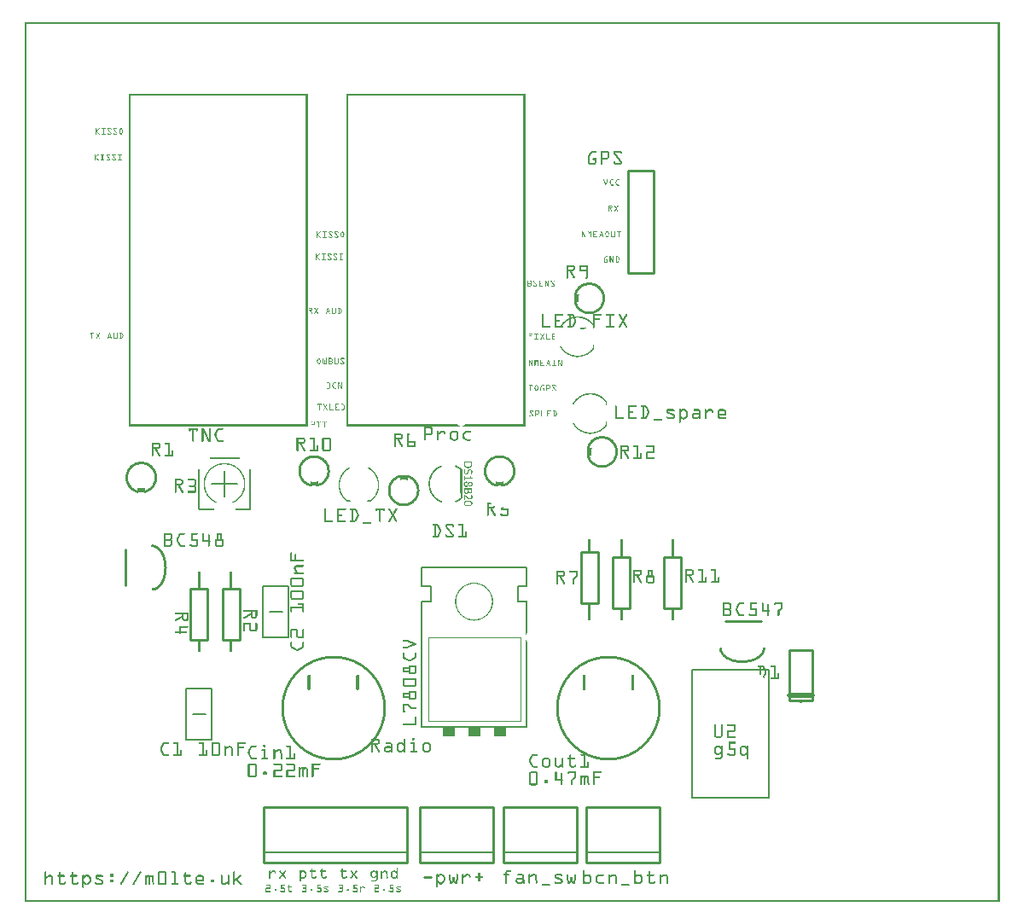
<source format=gto>
G04 MADE WITH FRITZING*
G04 WWW.FRITZING.ORG*
G04 DOUBLE SIDED*
G04 HOLES PLATED*
G04 CONTOUR ON CENTER OF CONTOUR VECTOR*
%ASAXBY*%
%FSLAX23Y23*%
%MOIN*%
%OFA0B0*%
%SFA1.0B1.0*%
%ADD10C,0.410000X0.39*%
%ADD11R,0.050000X0.035000*%
%ADD12C,0.006000*%
%ADD13C,0.002000*%
%ADD14C,0.010000*%
%ADD15C,0.008000*%
%ADD16C,0.005000*%
%ADD17C,0.020000*%
%ADD18R,0.001000X0.001000*%
%LNSILK1*%
G90*
G70*
G54D10*
X2282Y759D03*
X1207Y759D03*
G54D11*
X1857Y666D03*
X1757Y666D03*
X1657Y666D03*
G54D12*
X1552Y684D02*
X1962Y684D01*
D02*
X1962Y1309D02*
X1552Y1309D01*
D02*
X1962Y1174D02*
X1927Y1174D01*
D02*
X1927Y1174D02*
X1927Y1234D01*
D02*
X1927Y1234D02*
X1962Y1234D01*
D02*
X1962Y1234D02*
X1962Y1309D01*
D02*
X1552Y684D02*
X1552Y1174D01*
D02*
X1552Y1174D02*
X1587Y1174D01*
D02*
X1587Y1174D02*
X1587Y1234D01*
D02*
X1587Y1234D02*
X1552Y1234D01*
D02*
X1552Y1234D02*
X1552Y1309D01*
G54D13*
D02*
X1577Y709D02*
X1937Y709D01*
D02*
X1937Y1034D02*
X1937Y709D01*
D02*
X1937Y1034D02*
X1577Y1034D01*
D02*
X1577Y709D02*
X1577Y1034D01*
G54D14*
D02*
X840Y1224D02*
X840Y1024D01*
D02*
X840Y1024D02*
X774Y1024D01*
D02*
X774Y1024D02*
X774Y1224D01*
D02*
X774Y1224D02*
X840Y1224D01*
G54D15*
D02*
X707Y734D02*
X657Y734D01*
D02*
X732Y834D02*
X732Y634D01*
D02*
X732Y634D02*
X632Y634D01*
D02*
X632Y634D02*
X632Y834D01*
D02*
X632Y834D02*
X732Y834D01*
G54D14*
D02*
X393Y1239D02*
X393Y1379D01*
G54D16*
D02*
X782Y1684D02*
X782Y1634D01*
D02*
X832Y1634D02*
X782Y1634D01*
D02*
X782Y1584D02*
X782Y1634D01*
D02*
X782Y1634D02*
X732Y1634D01*
G54D14*
D02*
X715Y1224D02*
X715Y1024D01*
D02*
X715Y1024D02*
X649Y1024D01*
D02*
X649Y1024D02*
X649Y1224D01*
D02*
X649Y1224D02*
X715Y1224D01*
G54D15*
D02*
X957Y1134D02*
X1007Y1134D01*
D02*
X932Y1034D02*
X932Y1234D01*
D02*
X932Y1234D02*
X1032Y1234D01*
D02*
X1032Y1234D02*
X1032Y1034D01*
D02*
X1032Y1034D02*
X932Y1034D01*
G54D14*
D02*
X1831Y372D02*
X1545Y372D01*
D02*
X1545Y372D02*
X1545Y156D01*
D02*
X1545Y156D02*
X1831Y156D01*
D02*
X1831Y156D02*
X1831Y372D01*
G54D16*
D02*
X1545Y196D02*
X1831Y196D01*
G54D14*
D02*
X2481Y372D02*
X2195Y372D01*
D02*
X2195Y372D02*
X2195Y156D01*
D02*
X2195Y156D02*
X2481Y156D01*
D02*
X2481Y156D02*
X2481Y372D01*
G54D16*
D02*
X2195Y196D02*
X2481Y196D01*
G54D14*
D02*
X2174Y1168D02*
X2174Y1368D01*
D02*
X2174Y1368D02*
X2240Y1368D01*
D02*
X2240Y1368D02*
X2240Y1168D01*
D02*
X2240Y1168D02*
X2174Y1168D01*
D02*
X2365Y1349D02*
X2365Y1149D01*
D02*
X2365Y1149D02*
X2299Y1149D01*
D02*
X2299Y1149D02*
X2299Y1349D01*
D02*
X2299Y1349D02*
X2365Y1349D01*
D02*
X2737Y1098D02*
X2877Y1098D01*
D02*
X2565Y1349D02*
X2565Y1149D01*
D02*
X2565Y1149D02*
X2499Y1149D01*
D02*
X2499Y1149D02*
X2499Y1349D01*
D02*
X2499Y1349D02*
X2565Y1349D01*
D02*
X2987Y788D02*
X2987Y983D01*
D02*
X3077Y983D02*
X3077Y788D01*
D02*
X3077Y788D02*
X2987Y788D01*
G54D17*
D02*
X3077Y808D02*
X2987Y808D01*
G54D14*
D02*
X2156Y372D02*
X1870Y372D01*
D02*
X1870Y372D02*
X1870Y156D01*
D02*
X1870Y156D02*
X2156Y156D01*
D02*
X2156Y156D02*
X2156Y372D01*
G54D16*
D02*
X1870Y196D02*
X2156Y196D01*
G54D14*
D02*
X2357Y2859D02*
X2357Y2459D01*
D02*
X2357Y2459D02*
X2457Y2459D01*
D02*
X2457Y2459D02*
X2457Y2859D01*
D02*
X2457Y2859D02*
X2357Y2859D01*
G54D15*
D02*
X2607Y909D02*
X2907Y909D01*
D02*
X2907Y909D02*
X2907Y409D01*
D02*
X2907Y409D02*
X2607Y409D01*
D02*
X2607Y409D02*
X2607Y909D01*
G54D14*
D02*
X1494Y372D02*
X933Y372D01*
D02*
X933Y372D02*
X933Y156D01*
D02*
X933Y156D02*
X1494Y156D01*
D02*
X1494Y156D02*
X1494Y372D01*
G54D16*
D02*
X933Y196D02*
X1494Y196D01*
G54D18*
X0Y3438D02*
X3810Y3438D01*
X0Y3437D02*
X3810Y3437D01*
X0Y3436D02*
X3810Y3436D01*
X0Y3435D02*
X3810Y3435D01*
X0Y3434D02*
X3810Y3434D01*
X0Y3433D02*
X3810Y3433D01*
X0Y3432D02*
X3810Y3432D01*
X0Y3431D02*
X3810Y3431D01*
X0Y3430D02*
X7Y3430D01*
X3803Y3430D02*
X3810Y3430D01*
X0Y3429D02*
X7Y3429D01*
X3803Y3429D02*
X3810Y3429D01*
X0Y3428D02*
X7Y3428D01*
X3803Y3428D02*
X3810Y3428D01*
X0Y3427D02*
X7Y3427D01*
X3803Y3427D02*
X3810Y3427D01*
X0Y3426D02*
X7Y3426D01*
X3803Y3426D02*
X3810Y3426D01*
X0Y3425D02*
X7Y3425D01*
X3803Y3425D02*
X3810Y3425D01*
X0Y3424D02*
X7Y3424D01*
X3803Y3424D02*
X3810Y3424D01*
X0Y3423D02*
X7Y3423D01*
X3803Y3423D02*
X3810Y3423D01*
X0Y3422D02*
X7Y3422D01*
X3803Y3422D02*
X3810Y3422D01*
X0Y3421D02*
X7Y3421D01*
X3803Y3421D02*
X3810Y3421D01*
X0Y3420D02*
X7Y3420D01*
X3803Y3420D02*
X3810Y3420D01*
X0Y3419D02*
X7Y3419D01*
X3803Y3419D02*
X3810Y3419D01*
X0Y3418D02*
X7Y3418D01*
X3803Y3418D02*
X3810Y3418D01*
X0Y3417D02*
X7Y3417D01*
X3803Y3417D02*
X3810Y3417D01*
X0Y3416D02*
X7Y3416D01*
X3803Y3416D02*
X3810Y3416D01*
X0Y3415D02*
X7Y3415D01*
X3803Y3415D02*
X3810Y3415D01*
X0Y3414D02*
X7Y3414D01*
X3803Y3414D02*
X3810Y3414D01*
X0Y3413D02*
X7Y3413D01*
X3803Y3413D02*
X3810Y3413D01*
X0Y3412D02*
X7Y3412D01*
X3803Y3412D02*
X3810Y3412D01*
X0Y3411D02*
X7Y3411D01*
X3803Y3411D02*
X3810Y3411D01*
X0Y3410D02*
X7Y3410D01*
X3803Y3410D02*
X3810Y3410D01*
X0Y3409D02*
X7Y3409D01*
X3803Y3409D02*
X3810Y3409D01*
X0Y3408D02*
X7Y3408D01*
X3803Y3408D02*
X3810Y3408D01*
X0Y3407D02*
X7Y3407D01*
X3803Y3407D02*
X3810Y3407D01*
X0Y3406D02*
X7Y3406D01*
X3803Y3406D02*
X3810Y3406D01*
X0Y3405D02*
X7Y3405D01*
X3803Y3405D02*
X3810Y3405D01*
X0Y3404D02*
X7Y3404D01*
X3803Y3404D02*
X3810Y3404D01*
X0Y3403D02*
X7Y3403D01*
X3803Y3403D02*
X3810Y3403D01*
X0Y3402D02*
X7Y3402D01*
X3803Y3402D02*
X3810Y3402D01*
X0Y3401D02*
X7Y3401D01*
X3803Y3401D02*
X3810Y3401D01*
X0Y3400D02*
X7Y3400D01*
X3803Y3400D02*
X3810Y3400D01*
X0Y3399D02*
X7Y3399D01*
X3803Y3399D02*
X3810Y3399D01*
X0Y3398D02*
X7Y3398D01*
X3803Y3398D02*
X3810Y3398D01*
X0Y3397D02*
X7Y3397D01*
X3803Y3397D02*
X3810Y3397D01*
X0Y3396D02*
X7Y3396D01*
X3803Y3396D02*
X3810Y3396D01*
X0Y3395D02*
X7Y3395D01*
X3803Y3395D02*
X3810Y3395D01*
X0Y3394D02*
X7Y3394D01*
X3803Y3394D02*
X3810Y3394D01*
X0Y3393D02*
X7Y3393D01*
X3803Y3393D02*
X3810Y3393D01*
X0Y3392D02*
X7Y3392D01*
X3803Y3392D02*
X3810Y3392D01*
X0Y3391D02*
X7Y3391D01*
X3803Y3391D02*
X3810Y3391D01*
X0Y3390D02*
X7Y3390D01*
X3803Y3390D02*
X3810Y3390D01*
X0Y3389D02*
X7Y3389D01*
X3803Y3389D02*
X3810Y3389D01*
X0Y3388D02*
X7Y3388D01*
X3803Y3388D02*
X3810Y3388D01*
X0Y3387D02*
X7Y3387D01*
X3803Y3387D02*
X3810Y3387D01*
X0Y3386D02*
X7Y3386D01*
X3803Y3386D02*
X3810Y3386D01*
X0Y3385D02*
X7Y3385D01*
X3803Y3385D02*
X3810Y3385D01*
X0Y3384D02*
X7Y3384D01*
X3803Y3384D02*
X3810Y3384D01*
X0Y3383D02*
X7Y3383D01*
X3803Y3383D02*
X3810Y3383D01*
X0Y3382D02*
X7Y3382D01*
X3803Y3382D02*
X3810Y3382D01*
X0Y3381D02*
X7Y3381D01*
X3803Y3381D02*
X3810Y3381D01*
X0Y3380D02*
X7Y3380D01*
X3803Y3380D02*
X3810Y3380D01*
X0Y3379D02*
X7Y3379D01*
X3803Y3379D02*
X3810Y3379D01*
X0Y3378D02*
X7Y3378D01*
X3803Y3378D02*
X3810Y3378D01*
X0Y3377D02*
X7Y3377D01*
X3803Y3377D02*
X3810Y3377D01*
X0Y3376D02*
X7Y3376D01*
X3803Y3376D02*
X3810Y3376D01*
X0Y3375D02*
X7Y3375D01*
X3803Y3375D02*
X3810Y3375D01*
X0Y3374D02*
X7Y3374D01*
X3803Y3374D02*
X3810Y3374D01*
X0Y3373D02*
X7Y3373D01*
X3803Y3373D02*
X3810Y3373D01*
X0Y3372D02*
X7Y3372D01*
X3803Y3372D02*
X3810Y3372D01*
X0Y3371D02*
X7Y3371D01*
X3803Y3371D02*
X3810Y3371D01*
X0Y3370D02*
X7Y3370D01*
X3803Y3370D02*
X3810Y3370D01*
X0Y3369D02*
X7Y3369D01*
X3803Y3369D02*
X3810Y3369D01*
X0Y3368D02*
X7Y3368D01*
X3803Y3368D02*
X3810Y3368D01*
X0Y3367D02*
X7Y3367D01*
X3803Y3367D02*
X3810Y3367D01*
X0Y3366D02*
X7Y3366D01*
X3803Y3366D02*
X3810Y3366D01*
X0Y3365D02*
X7Y3365D01*
X3803Y3365D02*
X3810Y3365D01*
X0Y3364D02*
X7Y3364D01*
X3803Y3364D02*
X3810Y3364D01*
X0Y3363D02*
X7Y3363D01*
X3803Y3363D02*
X3810Y3363D01*
X0Y3362D02*
X7Y3362D01*
X3803Y3362D02*
X3810Y3362D01*
X0Y3361D02*
X7Y3361D01*
X3803Y3361D02*
X3810Y3361D01*
X0Y3360D02*
X7Y3360D01*
X3803Y3360D02*
X3810Y3360D01*
X0Y3359D02*
X7Y3359D01*
X3803Y3359D02*
X3810Y3359D01*
X0Y3358D02*
X7Y3358D01*
X3803Y3358D02*
X3810Y3358D01*
X0Y3357D02*
X7Y3357D01*
X3803Y3357D02*
X3810Y3357D01*
X0Y3356D02*
X7Y3356D01*
X3803Y3356D02*
X3810Y3356D01*
X0Y3355D02*
X7Y3355D01*
X3803Y3355D02*
X3810Y3355D01*
X0Y3354D02*
X7Y3354D01*
X3803Y3354D02*
X3810Y3354D01*
X0Y3353D02*
X7Y3353D01*
X3803Y3353D02*
X3810Y3353D01*
X0Y3352D02*
X7Y3352D01*
X3803Y3352D02*
X3810Y3352D01*
X0Y3351D02*
X7Y3351D01*
X3803Y3351D02*
X3810Y3351D01*
X0Y3350D02*
X7Y3350D01*
X3803Y3350D02*
X3810Y3350D01*
X0Y3349D02*
X7Y3349D01*
X3803Y3349D02*
X3810Y3349D01*
X0Y3348D02*
X7Y3348D01*
X3803Y3348D02*
X3810Y3348D01*
X0Y3347D02*
X7Y3347D01*
X3803Y3347D02*
X3810Y3347D01*
X0Y3346D02*
X7Y3346D01*
X3803Y3346D02*
X3810Y3346D01*
X0Y3345D02*
X7Y3345D01*
X3803Y3345D02*
X3810Y3345D01*
X0Y3344D02*
X7Y3344D01*
X3803Y3344D02*
X3810Y3344D01*
X0Y3343D02*
X7Y3343D01*
X3803Y3343D02*
X3810Y3343D01*
X0Y3342D02*
X7Y3342D01*
X3803Y3342D02*
X3810Y3342D01*
X0Y3341D02*
X7Y3341D01*
X3803Y3341D02*
X3810Y3341D01*
X0Y3340D02*
X7Y3340D01*
X3803Y3340D02*
X3810Y3340D01*
X0Y3339D02*
X7Y3339D01*
X3803Y3339D02*
X3810Y3339D01*
X0Y3338D02*
X7Y3338D01*
X3803Y3338D02*
X3810Y3338D01*
X0Y3337D02*
X7Y3337D01*
X3803Y3337D02*
X3810Y3337D01*
X0Y3336D02*
X7Y3336D01*
X3803Y3336D02*
X3810Y3336D01*
X0Y3335D02*
X7Y3335D01*
X3803Y3335D02*
X3810Y3335D01*
X0Y3334D02*
X7Y3334D01*
X3803Y3334D02*
X3810Y3334D01*
X0Y3333D02*
X7Y3333D01*
X3803Y3333D02*
X3810Y3333D01*
X0Y3332D02*
X7Y3332D01*
X3803Y3332D02*
X3810Y3332D01*
X0Y3331D02*
X7Y3331D01*
X3803Y3331D02*
X3810Y3331D01*
X0Y3330D02*
X7Y3330D01*
X3803Y3330D02*
X3810Y3330D01*
X0Y3329D02*
X7Y3329D01*
X3803Y3329D02*
X3810Y3329D01*
X0Y3328D02*
X7Y3328D01*
X3803Y3328D02*
X3810Y3328D01*
X0Y3327D02*
X7Y3327D01*
X3803Y3327D02*
X3810Y3327D01*
X0Y3326D02*
X7Y3326D01*
X3803Y3326D02*
X3810Y3326D01*
X0Y3325D02*
X7Y3325D01*
X3803Y3325D02*
X3810Y3325D01*
X0Y3324D02*
X7Y3324D01*
X3803Y3324D02*
X3810Y3324D01*
X0Y3323D02*
X7Y3323D01*
X3803Y3323D02*
X3810Y3323D01*
X0Y3322D02*
X7Y3322D01*
X3803Y3322D02*
X3810Y3322D01*
X0Y3321D02*
X7Y3321D01*
X3803Y3321D02*
X3810Y3321D01*
X0Y3320D02*
X7Y3320D01*
X3803Y3320D02*
X3810Y3320D01*
X0Y3319D02*
X7Y3319D01*
X3803Y3319D02*
X3810Y3319D01*
X0Y3318D02*
X7Y3318D01*
X3803Y3318D02*
X3810Y3318D01*
X0Y3317D02*
X7Y3317D01*
X3803Y3317D02*
X3810Y3317D01*
X0Y3316D02*
X7Y3316D01*
X3803Y3316D02*
X3810Y3316D01*
X0Y3315D02*
X7Y3315D01*
X3803Y3315D02*
X3810Y3315D01*
X0Y3314D02*
X7Y3314D01*
X3803Y3314D02*
X3810Y3314D01*
X0Y3313D02*
X7Y3313D01*
X3803Y3313D02*
X3810Y3313D01*
X0Y3312D02*
X7Y3312D01*
X3803Y3312D02*
X3810Y3312D01*
X0Y3311D02*
X7Y3311D01*
X3803Y3311D02*
X3810Y3311D01*
X0Y3310D02*
X7Y3310D01*
X3803Y3310D02*
X3810Y3310D01*
X0Y3309D02*
X7Y3309D01*
X3803Y3309D02*
X3810Y3309D01*
X0Y3308D02*
X7Y3308D01*
X3803Y3308D02*
X3810Y3308D01*
X0Y3307D02*
X7Y3307D01*
X3803Y3307D02*
X3810Y3307D01*
X0Y3306D02*
X7Y3306D01*
X3803Y3306D02*
X3810Y3306D01*
X0Y3305D02*
X7Y3305D01*
X3803Y3305D02*
X3810Y3305D01*
X0Y3304D02*
X7Y3304D01*
X3803Y3304D02*
X3810Y3304D01*
X0Y3303D02*
X7Y3303D01*
X3803Y3303D02*
X3810Y3303D01*
X0Y3302D02*
X7Y3302D01*
X3803Y3302D02*
X3810Y3302D01*
X0Y3301D02*
X7Y3301D01*
X3803Y3301D02*
X3810Y3301D01*
X0Y3300D02*
X7Y3300D01*
X3803Y3300D02*
X3810Y3300D01*
X0Y3299D02*
X7Y3299D01*
X3803Y3299D02*
X3810Y3299D01*
X0Y3298D02*
X7Y3298D01*
X3803Y3298D02*
X3810Y3298D01*
X0Y3297D02*
X7Y3297D01*
X3803Y3297D02*
X3810Y3297D01*
X0Y3296D02*
X7Y3296D01*
X3803Y3296D02*
X3810Y3296D01*
X0Y3295D02*
X7Y3295D01*
X3803Y3295D02*
X3810Y3295D01*
X0Y3294D02*
X7Y3294D01*
X3803Y3294D02*
X3810Y3294D01*
X0Y3293D02*
X7Y3293D01*
X3803Y3293D02*
X3810Y3293D01*
X0Y3292D02*
X7Y3292D01*
X3803Y3292D02*
X3810Y3292D01*
X0Y3291D02*
X7Y3291D01*
X3803Y3291D02*
X3810Y3291D01*
X0Y3290D02*
X7Y3290D01*
X3803Y3290D02*
X3810Y3290D01*
X0Y3289D02*
X7Y3289D01*
X3803Y3289D02*
X3810Y3289D01*
X0Y3288D02*
X7Y3288D01*
X3803Y3288D02*
X3810Y3288D01*
X0Y3287D02*
X7Y3287D01*
X3803Y3287D02*
X3810Y3287D01*
X0Y3286D02*
X7Y3286D01*
X3803Y3286D02*
X3810Y3286D01*
X0Y3285D02*
X7Y3285D01*
X3803Y3285D02*
X3810Y3285D01*
X0Y3284D02*
X7Y3284D01*
X3803Y3284D02*
X3810Y3284D01*
X0Y3283D02*
X7Y3283D01*
X3803Y3283D02*
X3810Y3283D01*
X0Y3282D02*
X7Y3282D01*
X3803Y3282D02*
X3810Y3282D01*
X0Y3281D02*
X7Y3281D01*
X3803Y3281D02*
X3810Y3281D01*
X0Y3280D02*
X7Y3280D01*
X3803Y3280D02*
X3810Y3280D01*
X0Y3279D02*
X7Y3279D01*
X3803Y3279D02*
X3810Y3279D01*
X0Y3278D02*
X7Y3278D01*
X3803Y3278D02*
X3810Y3278D01*
X0Y3277D02*
X7Y3277D01*
X3803Y3277D02*
X3810Y3277D01*
X0Y3276D02*
X7Y3276D01*
X3803Y3276D02*
X3810Y3276D01*
X0Y3275D02*
X7Y3275D01*
X3803Y3275D02*
X3810Y3275D01*
X0Y3274D02*
X7Y3274D01*
X3803Y3274D02*
X3810Y3274D01*
X0Y3273D02*
X7Y3273D01*
X3803Y3273D02*
X3810Y3273D01*
X0Y3272D02*
X7Y3272D01*
X3803Y3272D02*
X3810Y3272D01*
X0Y3271D02*
X7Y3271D01*
X3803Y3271D02*
X3810Y3271D01*
X0Y3270D02*
X7Y3270D01*
X3803Y3270D02*
X3810Y3270D01*
X0Y3269D02*
X7Y3269D01*
X3803Y3269D02*
X3810Y3269D01*
X0Y3268D02*
X7Y3268D01*
X3803Y3268D02*
X3810Y3268D01*
X0Y3267D02*
X7Y3267D01*
X3803Y3267D02*
X3810Y3267D01*
X0Y3266D02*
X7Y3266D01*
X3803Y3266D02*
X3810Y3266D01*
X0Y3265D02*
X7Y3265D01*
X3803Y3265D02*
X3810Y3265D01*
X0Y3264D02*
X7Y3264D01*
X3803Y3264D02*
X3810Y3264D01*
X0Y3263D02*
X7Y3263D01*
X3803Y3263D02*
X3810Y3263D01*
X0Y3262D02*
X7Y3262D01*
X3803Y3262D02*
X3810Y3262D01*
X0Y3261D02*
X7Y3261D01*
X3803Y3261D02*
X3810Y3261D01*
X0Y3260D02*
X7Y3260D01*
X3803Y3260D02*
X3810Y3260D01*
X0Y3259D02*
X7Y3259D01*
X3803Y3259D02*
X3810Y3259D01*
X0Y3258D02*
X7Y3258D01*
X3803Y3258D02*
X3810Y3258D01*
X0Y3257D02*
X7Y3257D01*
X3803Y3257D02*
X3810Y3257D01*
X0Y3256D02*
X7Y3256D01*
X3803Y3256D02*
X3810Y3256D01*
X0Y3255D02*
X7Y3255D01*
X3803Y3255D02*
X3810Y3255D01*
X0Y3254D02*
X7Y3254D01*
X3803Y3254D02*
X3810Y3254D01*
X0Y3253D02*
X7Y3253D01*
X3803Y3253D02*
X3810Y3253D01*
X0Y3252D02*
X7Y3252D01*
X3803Y3252D02*
X3810Y3252D01*
X0Y3251D02*
X7Y3251D01*
X3803Y3251D02*
X3810Y3251D01*
X0Y3250D02*
X7Y3250D01*
X3803Y3250D02*
X3810Y3250D01*
X0Y3249D02*
X7Y3249D01*
X3803Y3249D02*
X3810Y3249D01*
X0Y3248D02*
X7Y3248D01*
X3803Y3248D02*
X3810Y3248D01*
X0Y3247D02*
X7Y3247D01*
X3803Y3247D02*
X3810Y3247D01*
X0Y3246D02*
X7Y3246D01*
X3803Y3246D02*
X3810Y3246D01*
X0Y3245D02*
X7Y3245D01*
X3803Y3245D02*
X3810Y3245D01*
X0Y3244D02*
X7Y3244D01*
X3803Y3244D02*
X3810Y3244D01*
X0Y3243D02*
X7Y3243D01*
X3803Y3243D02*
X3810Y3243D01*
X0Y3242D02*
X7Y3242D01*
X3803Y3242D02*
X3810Y3242D01*
X0Y3241D02*
X7Y3241D01*
X3803Y3241D02*
X3810Y3241D01*
X0Y3240D02*
X7Y3240D01*
X3803Y3240D02*
X3810Y3240D01*
X0Y3239D02*
X7Y3239D01*
X3803Y3239D02*
X3810Y3239D01*
X0Y3238D02*
X7Y3238D01*
X3803Y3238D02*
X3810Y3238D01*
X0Y3237D02*
X7Y3237D01*
X3803Y3237D02*
X3810Y3237D01*
X0Y3236D02*
X7Y3236D01*
X3803Y3236D02*
X3810Y3236D01*
X0Y3235D02*
X7Y3235D01*
X3803Y3235D02*
X3810Y3235D01*
X0Y3234D02*
X7Y3234D01*
X3803Y3234D02*
X3810Y3234D01*
X0Y3233D02*
X7Y3233D01*
X3803Y3233D02*
X3810Y3233D01*
X0Y3232D02*
X7Y3232D01*
X3803Y3232D02*
X3810Y3232D01*
X0Y3231D02*
X7Y3231D01*
X3803Y3231D02*
X3810Y3231D01*
X0Y3230D02*
X7Y3230D01*
X3803Y3230D02*
X3810Y3230D01*
X0Y3229D02*
X7Y3229D01*
X3803Y3229D02*
X3810Y3229D01*
X0Y3228D02*
X7Y3228D01*
X3803Y3228D02*
X3810Y3228D01*
X0Y3227D02*
X7Y3227D01*
X3803Y3227D02*
X3810Y3227D01*
X0Y3226D02*
X7Y3226D01*
X3803Y3226D02*
X3810Y3226D01*
X0Y3225D02*
X7Y3225D01*
X3803Y3225D02*
X3810Y3225D01*
X0Y3224D02*
X7Y3224D01*
X3803Y3224D02*
X3810Y3224D01*
X0Y3223D02*
X7Y3223D01*
X3803Y3223D02*
X3810Y3223D01*
X0Y3222D02*
X7Y3222D01*
X3803Y3222D02*
X3810Y3222D01*
X0Y3221D02*
X7Y3221D01*
X3803Y3221D02*
X3810Y3221D01*
X0Y3220D02*
X7Y3220D01*
X3803Y3220D02*
X3810Y3220D01*
X0Y3219D02*
X7Y3219D01*
X3803Y3219D02*
X3810Y3219D01*
X0Y3218D02*
X7Y3218D01*
X3803Y3218D02*
X3810Y3218D01*
X0Y3217D02*
X7Y3217D01*
X3803Y3217D02*
X3810Y3217D01*
X0Y3216D02*
X7Y3216D01*
X3803Y3216D02*
X3810Y3216D01*
X0Y3215D02*
X7Y3215D01*
X3803Y3215D02*
X3810Y3215D01*
X0Y3214D02*
X7Y3214D01*
X3803Y3214D02*
X3810Y3214D01*
X0Y3213D02*
X7Y3213D01*
X3803Y3213D02*
X3810Y3213D01*
X0Y3212D02*
X7Y3212D01*
X3803Y3212D02*
X3810Y3212D01*
X0Y3211D02*
X7Y3211D01*
X3803Y3211D02*
X3810Y3211D01*
X0Y3210D02*
X7Y3210D01*
X3803Y3210D02*
X3810Y3210D01*
X0Y3209D02*
X7Y3209D01*
X3803Y3209D02*
X3810Y3209D01*
X0Y3208D02*
X7Y3208D01*
X3803Y3208D02*
X3810Y3208D01*
X0Y3207D02*
X7Y3207D01*
X3803Y3207D02*
X3810Y3207D01*
X0Y3206D02*
X7Y3206D01*
X3803Y3206D02*
X3810Y3206D01*
X0Y3205D02*
X7Y3205D01*
X3803Y3205D02*
X3810Y3205D01*
X0Y3204D02*
X7Y3204D01*
X3803Y3204D02*
X3810Y3204D01*
X0Y3203D02*
X7Y3203D01*
X3803Y3203D02*
X3810Y3203D01*
X0Y3202D02*
X7Y3202D01*
X3803Y3202D02*
X3810Y3202D01*
X0Y3201D02*
X7Y3201D01*
X3803Y3201D02*
X3810Y3201D01*
X0Y3200D02*
X7Y3200D01*
X3803Y3200D02*
X3810Y3200D01*
X0Y3199D02*
X7Y3199D01*
X3803Y3199D02*
X3810Y3199D01*
X0Y3198D02*
X7Y3198D01*
X3803Y3198D02*
X3810Y3198D01*
X0Y3197D02*
X7Y3197D01*
X3803Y3197D02*
X3810Y3197D01*
X0Y3196D02*
X7Y3196D01*
X3803Y3196D02*
X3810Y3196D01*
X0Y3195D02*
X7Y3195D01*
X3803Y3195D02*
X3810Y3195D01*
X0Y3194D02*
X7Y3194D01*
X3803Y3194D02*
X3810Y3194D01*
X0Y3193D02*
X7Y3193D01*
X3803Y3193D02*
X3810Y3193D01*
X0Y3192D02*
X7Y3192D01*
X3803Y3192D02*
X3810Y3192D01*
X0Y3191D02*
X7Y3191D01*
X3803Y3191D02*
X3810Y3191D01*
X0Y3190D02*
X7Y3190D01*
X3803Y3190D02*
X3810Y3190D01*
X0Y3189D02*
X7Y3189D01*
X3803Y3189D02*
X3810Y3189D01*
X0Y3188D02*
X7Y3188D01*
X3803Y3188D02*
X3810Y3188D01*
X0Y3187D02*
X7Y3187D01*
X3803Y3187D02*
X3810Y3187D01*
X0Y3186D02*
X7Y3186D01*
X3803Y3186D02*
X3810Y3186D01*
X0Y3185D02*
X7Y3185D01*
X3803Y3185D02*
X3810Y3185D01*
X0Y3184D02*
X7Y3184D01*
X3803Y3184D02*
X3810Y3184D01*
X0Y3183D02*
X7Y3183D01*
X3803Y3183D02*
X3810Y3183D01*
X0Y3182D02*
X7Y3182D01*
X3803Y3182D02*
X3810Y3182D01*
X0Y3181D02*
X7Y3181D01*
X3803Y3181D02*
X3810Y3181D01*
X0Y3180D02*
X7Y3180D01*
X3803Y3180D02*
X3810Y3180D01*
X0Y3179D02*
X7Y3179D01*
X3803Y3179D02*
X3810Y3179D01*
X0Y3178D02*
X7Y3178D01*
X3803Y3178D02*
X3810Y3178D01*
X0Y3177D02*
X7Y3177D01*
X3803Y3177D02*
X3810Y3177D01*
X0Y3176D02*
X7Y3176D01*
X3803Y3176D02*
X3810Y3176D01*
X0Y3175D02*
X7Y3175D01*
X3803Y3175D02*
X3810Y3175D01*
X0Y3174D02*
X7Y3174D01*
X3803Y3174D02*
X3810Y3174D01*
X0Y3173D02*
X7Y3173D01*
X3803Y3173D02*
X3810Y3173D01*
X0Y3172D02*
X7Y3172D01*
X3803Y3172D02*
X3810Y3172D01*
X0Y3171D02*
X7Y3171D01*
X3803Y3171D02*
X3810Y3171D01*
X0Y3170D02*
X7Y3170D01*
X3803Y3170D02*
X3810Y3170D01*
X0Y3169D02*
X7Y3169D01*
X3803Y3169D02*
X3810Y3169D01*
X0Y3168D02*
X7Y3168D01*
X3803Y3168D02*
X3810Y3168D01*
X0Y3167D02*
X7Y3167D01*
X3803Y3167D02*
X3810Y3167D01*
X0Y3166D02*
X7Y3166D01*
X3803Y3166D02*
X3810Y3166D01*
X0Y3165D02*
X7Y3165D01*
X3803Y3165D02*
X3810Y3165D01*
X0Y3164D02*
X7Y3164D01*
X3803Y3164D02*
X3810Y3164D01*
X0Y3163D02*
X7Y3163D01*
X3803Y3163D02*
X3810Y3163D01*
X0Y3162D02*
X7Y3162D01*
X3803Y3162D02*
X3810Y3162D01*
X0Y3161D02*
X7Y3161D01*
X3803Y3161D02*
X3810Y3161D01*
X0Y3160D02*
X7Y3160D01*
X3803Y3160D02*
X3810Y3160D01*
X0Y3159D02*
X7Y3159D01*
X3803Y3159D02*
X3810Y3159D01*
X0Y3158D02*
X7Y3158D01*
X407Y3158D02*
X1106Y3158D01*
X1257Y3158D02*
X1956Y3158D01*
X3803Y3158D02*
X3810Y3158D01*
X0Y3157D02*
X7Y3157D01*
X407Y3157D02*
X1106Y3157D01*
X1257Y3157D02*
X1956Y3157D01*
X3803Y3157D02*
X3810Y3157D01*
X0Y3156D02*
X7Y3156D01*
X407Y3156D02*
X1106Y3156D01*
X1257Y3156D02*
X1956Y3156D01*
X3803Y3156D02*
X3810Y3156D01*
X0Y3155D02*
X7Y3155D01*
X407Y3155D02*
X1106Y3155D01*
X1257Y3155D02*
X1956Y3155D01*
X3803Y3155D02*
X3810Y3155D01*
X0Y3154D02*
X7Y3154D01*
X407Y3154D02*
X1106Y3154D01*
X1257Y3154D02*
X1956Y3154D01*
X3803Y3154D02*
X3810Y3154D01*
X0Y3153D02*
X7Y3153D01*
X407Y3153D02*
X1106Y3153D01*
X1257Y3153D02*
X1956Y3153D01*
X3803Y3153D02*
X3810Y3153D01*
X0Y3152D02*
X7Y3152D01*
X407Y3152D02*
X1106Y3152D01*
X1257Y3152D02*
X1956Y3152D01*
X3803Y3152D02*
X3810Y3152D01*
X0Y3151D02*
X7Y3151D01*
X407Y3151D02*
X1106Y3151D01*
X1257Y3151D02*
X1956Y3151D01*
X3803Y3151D02*
X3810Y3151D01*
X0Y3150D02*
X7Y3150D01*
X407Y3150D02*
X414Y3150D01*
X1099Y3150D02*
X1106Y3150D01*
X1257Y3150D02*
X1264Y3150D01*
X1949Y3150D02*
X1956Y3150D01*
X3803Y3150D02*
X3810Y3150D01*
X0Y3149D02*
X7Y3149D01*
X407Y3149D02*
X414Y3149D01*
X1099Y3149D02*
X1106Y3149D01*
X1257Y3149D02*
X1264Y3149D01*
X1949Y3149D02*
X1956Y3149D01*
X3803Y3149D02*
X3810Y3149D01*
X0Y3148D02*
X7Y3148D01*
X407Y3148D02*
X414Y3148D01*
X1099Y3148D02*
X1106Y3148D01*
X1257Y3148D02*
X1264Y3148D01*
X1949Y3148D02*
X1956Y3148D01*
X3803Y3148D02*
X3810Y3148D01*
X0Y3147D02*
X7Y3147D01*
X407Y3147D02*
X414Y3147D01*
X1099Y3147D02*
X1106Y3147D01*
X1257Y3147D02*
X1264Y3147D01*
X1949Y3147D02*
X1956Y3147D01*
X3803Y3147D02*
X3810Y3147D01*
X0Y3146D02*
X7Y3146D01*
X407Y3146D02*
X414Y3146D01*
X1099Y3146D02*
X1106Y3146D01*
X1257Y3146D02*
X1264Y3146D01*
X1949Y3146D02*
X1956Y3146D01*
X3803Y3146D02*
X3810Y3146D01*
X0Y3145D02*
X7Y3145D01*
X407Y3145D02*
X414Y3145D01*
X1099Y3145D02*
X1106Y3145D01*
X1257Y3145D02*
X1264Y3145D01*
X1949Y3145D02*
X1956Y3145D01*
X3803Y3145D02*
X3810Y3145D01*
X0Y3144D02*
X7Y3144D01*
X407Y3144D02*
X414Y3144D01*
X1099Y3144D02*
X1106Y3144D01*
X1257Y3144D02*
X1264Y3144D01*
X1949Y3144D02*
X1956Y3144D01*
X3803Y3144D02*
X3810Y3144D01*
X0Y3143D02*
X7Y3143D01*
X407Y3143D02*
X414Y3143D01*
X1099Y3143D02*
X1106Y3143D01*
X1257Y3143D02*
X1264Y3143D01*
X1949Y3143D02*
X1956Y3143D01*
X3803Y3143D02*
X3810Y3143D01*
X0Y3142D02*
X7Y3142D01*
X407Y3142D02*
X414Y3142D01*
X1099Y3142D02*
X1106Y3142D01*
X1257Y3142D02*
X1264Y3142D01*
X1949Y3142D02*
X1956Y3142D01*
X3803Y3142D02*
X3810Y3142D01*
X0Y3141D02*
X7Y3141D01*
X407Y3141D02*
X414Y3141D01*
X1099Y3141D02*
X1106Y3141D01*
X1257Y3141D02*
X1264Y3141D01*
X1949Y3141D02*
X1956Y3141D01*
X3803Y3141D02*
X3810Y3141D01*
X0Y3140D02*
X7Y3140D01*
X407Y3140D02*
X414Y3140D01*
X1099Y3140D02*
X1106Y3140D01*
X1257Y3140D02*
X1264Y3140D01*
X1949Y3140D02*
X1956Y3140D01*
X3803Y3140D02*
X3810Y3140D01*
X0Y3139D02*
X7Y3139D01*
X407Y3139D02*
X414Y3139D01*
X1099Y3139D02*
X1106Y3139D01*
X1257Y3139D02*
X1264Y3139D01*
X1949Y3139D02*
X1956Y3139D01*
X3803Y3139D02*
X3810Y3139D01*
X0Y3138D02*
X7Y3138D01*
X407Y3138D02*
X414Y3138D01*
X1099Y3138D02*
X1106Y3138D01*
X1257Y3138D02*
X1264Y3138D01*
X1949Y3138D02*
X1956Y3138D01*
X3803Y3138D02*
X3810Y3138D01*
X0Y3137D02*
X7Y3137D01*
X407Y3137D02*
X414Y3137D01*
X1099Y3137D02*
X1106Y3137D01*
X1257Y3137D02*
X1264Y3137D01*
X1949Y3137D02*
X1956Y3137D01*
X3803Y3137D02*
X3810Y3137D01*
X0Y3136D02*
X7Y3136D01*
X407Y3136D02*
X414Y3136D01*
X1099Y3136D02*
X1106Y3136D01*
X1257Y3136D02*
X1264Y3136D01*
X1949Y3136D02*
X1956Y3136D01*
X3803Y3136D02*
X3810Y3136D01*
X0Y3135D02*
X7Y3135D01*
X407Y3135D02*
X414Y3135D01*
X1099Y3135D02*
X1106Y3135D01*
X1257Y3135D02*
X1264Y3135D01*
X1949Y3135D02*
X1956Y3135D01*
X3803Y3135D02*
X3810Y3135D01*
X0Y3134D02*
X7Y3134D01*
X407Y3134D02*
X414Y3134D01*
X1099Y3134D02*
X1106Y3134D01*
X1257Y3134D02*
X1264Y3134D01*
X1949Y3134D02*
X1956Y3134D01*
X3803Y3134D02*
X3810Y3134D01*
X0Y3133D02*
X7Y3133D01*
X407Y3133D02*
X414Y3133D01*
X1099Y3133D02*
X1106Y3133D01*
X1257Y3133D02*
X1264Y3133D01*
X1949Y3133D02*
X1956Y3133D01*
X3803Y3133D02*
X3810Y3133D01*
X0Y3132D02*
X7Y3132D01*
X407Y3132D02*
X414Y3132D01*
X1099Y3132D02*
X1106Y3132D01*
X1257Y3132D02*
X1264Y3132D01*
X1949Y3132D02*
X1956Y3132D01*
X3803Y3132D02*
X3810Y3132D01*
X0Y3131D02*
X7Y3131D01*
X407Y3131D02*
X414Y3131D01*
X1099Y3131D02*
X1106Y3131D01*
X1257Y3131D02*
X1264Y3131D01*
X1949Y3131D02*
X1956Y3131D01*
X3803Y3131D02*
X3810Y3131D01*
X0Y3130D02*
X7Y3130D01*
X407Y3130D02*
X414Y3130D01*
X1099Y3130D02*
X1106Y3130D01*
X1257Y3130D02*
X1264Y3130D01*
X1949Y3130D02*
X1956Y3130D01*
X3803Y3130D02*
X3810Y3130D01*
X0Y3129D02*
X7Y3129D01*
X407Y3129D02*
X414Y3129D01*
X1099Y3129D02*
X1106Y3129D01*
X1257Y3129D02*
X1264Y3129D01*
X1949Y3129D02*
X1956Y3129D01*
X3803Y3129D02*
X3810Y3129D01*
X0Y3128D02*
X7Y3128D01*
X407Y3128D02*
X414Y3128D01*
X1099Y3128D02*
X1106Y3128D01*
X1257Y3128D02*
X1264Y3128D01*
X1949Y3128D02*
X1956Y3128D01*
X3803Y3128D02*
X3810Y3128D01*
X0Y3127D02*
X7Y3127D01*
X407Y3127D02*
X414Y3127D01*
X1099Y3127D02*
X1106Y3127D01*
X1257Y3127D02*
X1264Y3127D01*
X1949Y3127D02*
X1956Y3127D01*
X3803Y3127D02*
X3810Y3127D01*
X0Y3126D02*
X7Y3126D01*
X407Y3126D02*
X414Y3126D01*
X1099Y3126D02*
X1106Y3126D01*
X1257Y3126D02*
X1264Y3126D01*
X1949Y3126D02*
X1956Y3126D01*
X3803Y3126D02*
X3810Y3126D01*
X0Y3125D02*
X7Y3125D01*
X407Y3125D02*
X414Y3125D01*
X1099Y3125D02*
X1106Y3125D01*
X1257Y3125D02*
X1264Y3125D01*
X1949Y3125D02*
X1956Y3125D01*
X3803Y3125D02*
X3810Y3125D01*
X0Y3124D02*
X7Y3124D01*
X407Y3124D02*
X414Y3124D01*
X1099Y3124D02*
X1106Y3124D01*
X1257Y3124D02*
X1264Y3124D01*
X1949Y3124D02*
X1956Y3124D01*
X3803Y3124D02*
X3810Y3124D01*
X0Y3123D02*
X7Y3123D01*
X407Y3123D02*
X414Y3123D01*
X1099Y3123D02*
X1106Y3123D01*
X1257Y3123D02*
X1264Y3123D01*
X1949Y3123D02*
X1956Y3123D01*
X3803Y3123D02*
X3810Y3123D01*
X0Y3122D02*
X7Y3122D01*
X407Y3122D02*
X414Y3122D01*
X1099Y3122D02*
X1106Y3122D01*
X1257Y3122D02*
X1264Y3122D01*
X1949Y3122D02*
X1956Y3122D01*
X3803Y3122D02*
X3810Y3122D01*
X0Y3121D02*
X7Y3121D01*
X407Y3121D02*
X414Y3121D01*
X1099Y3121D02*
X1106Y3121D01*
X1257Y3121D02*
X1264Y3121D01*
X1949Y3121D02*
X1956Y3121D01*
X3803Y3121D02*
X3810Y3121D01*
X0Y3120D02*
X7Y3120D01*
X407Y3120D02*
X414Y3120D01*
X1099Y3120D02*
X1106Y3120D01*
X1257Y3120D02*
X1264Y3120D01*
X1949Y3120D02*
X1956Y3120D01*
X3803Y3120D02*
X3810Y3120D01*
X0Y3119D02*
X7Y3119D01*
X407Y3119D02*
X414Y3119D01*
X1099Y3119D02*
X1106Y3119D01*
X1257Y3119D02*
X1264Y3119D01*
X1949Y3119D02*
X1956Y3119D01*
X3803Y3119D02*
X3810Y3119D01*
X0Y3118D02*
X7Y3118D01*
X407Y3118D02*
X414Y3118D01*
X1099Y3118D02*
X1106Y3118D01*
X1257Y3118D02*
X1264Y3118D01*
X1949Y3118D02*
X1956Y3118D01*
X3803Y3118D02*
X3810Y3118D01*
X0Y3117D02*
X7Y3117D01*
X407Y3117D02*
X414Y3117D01*
X1099Y3117D02*
X1106Y3117D01*
X1257Y3117D02*
X1264Y3117D01*
X1949Y3117D02*
X1956Y3117D01*
X3803Y3117D02*
X3810Y3117D01*
X0Y3116D02*
X7Y3116D01*
X407Y3116D02*
X414Y3116D01*
X1099Y3116D02*
X1106Y3116D01*
X1257Y3116D02*
X1264Y3116D01*
X1949Y3116D02*
X1956Y3116D01*
X3803Y3116D02*
X3810Y3116D01*
X0Y3115D02*
X7Y3115D01*
X407Y3115D02*
X414Y3115D01*
X1099Y3115D02*
X1106Y3115D01*
X1257Y3115D02*
X1264Y3115D01*
X1949Y3115D02*
X1956Y3115D01*
X3803Y3115D02*
X3810Y3115D01*
X0Y3114D02*
X7Y3114D01*
X407Y3114D02*
X414Y3114D01*
X1099Y3114D02*
X1106Y3114D01*
X1257Y3114D02*
X1264Y3114D01*
X1949Y3114D02*
X1956Y3114D01*
X3803Y3114D02*
X3810Y3114D01*
X0Y3113D02*
X7Y3113D01*
X407Y3113D02*
X414Y3113D01*
X1099Y3113D02*
X1106Y3113D01*
X1257Y3113D02*
X1264Y3113D01*
X1949Y3113D02*
X1956Y3113D01*
X3803Y3113D02*
X3810Y3113D01*
X0Y3112D02*
X7Y3112D01*
X407Y3112D02*
X414Y3112D01*
X1099Y3112D02*
X1106Y3112D01*
X1257Y3112D02*
X1264Y3112D01*
X1949Y3112D02*
X1956Y3112D01*
X3803Y3112D02*
X3810Y3112D01*
X0Y3111D02*
X7Y3111D01*
X407Y3111D02*
X414Y3111D01*
X1099Y3111D02*
X1106Y3111D01*
X1257Y3111D02*
X1264Y3111D01*
X1949Y3111D02*
X1956Y3111D01*
X3803Y3111D02*
X3810Y3111D01*
X0Y3110D02*
X7Y3110D01*
X407Y3110D02*
X414Y3110D01*
X1099Y3110D02*
X1106Y3110D01*
X1257Y3110D02*
X1264Y3110D01*
X1949Y3110D02*
X1956Y3110D01*
X3803Y3110D02*
X3810Y3110D01*
X0Y3109D02*
X7Y3109D01*
X407Y3109D02*
X414Y3109D01*
X1099Y3109D02*
X1106Y3109D01*
X1257Y3109D02*
X1264Y3109D01*
X1949Y3109D02*
X1956Y3109D01*
X3803Y3109D02*
X3810Y3109D01*
X0Y3108D02*
X7Y3108D01*
X407Y3108D02*
X414Y3108D01*
X1099Y3108D02*
X1106Y3108D01*
X1257Y3108D02*
X1264Y3108D01*
X1949Y3108D02*
X1956Y3108D01*
X3803Y3108D02*
X3810Y3108D01*
X0Y3107D02*
X7Y3107D01*
X407Y3107D02*
X414Y3107D01*
X1099Y3107D02*
X1106Y3107D01*
X1257Y3107D02*
X1264Y3107D01*
X1949Y3107D02*
X1956Y3107D01*
X3803Y3107D02*
X3810Y3107D01*
X0Y3106D02*
X7Y3106D01*
X407Y3106D02*
X414Y3106D01*
X1099Y3106D02*
X1106Y3106D01*
X1257Y3106D02*
X1264Y3106D01*
X1949Y3106D02*
X1956Y3106D01*
X3803Y3106D02*
X3810Y3106D01*
X0Y3105D02*
X7Y3105D01*
X407Y3105D02*
X414Y3105D01*
X1099Y3105D02*
X1106Y3105D01*
X1257Y3105D02*
X1264Y3105D01*
X1949Y3105D02*
X1956Y3105D01*
X3803Y3105D02*
X3810Y3105D01*
X0Y3104D02*
X7Y3104D01*
X407Y3104D02*
X414Y3104D01*
X1099Y3104D02*
X1106Y3104D01*
X1257Y3104D02*
X1264Y3104D01*
X1949Y3104D02*
X1956Y3104D01*
X3803Y3104D02*
X3810Y3104D01*
X0Y3103D02*
X7Y3103D01*
X407Y3103D02*
X414Y3103D01*
X1099Y3103D02*
X1106Y3103D01*
X1257Y3103D02*
X1264Y3103D01*
X1949Y3103D02*
X1956Y3103D01*
X3803Y3103D02*
X3810Y3103D01*
X0Y3102D02*
X7Y3102D01*
X407Y3102D02*
X414Y3102D01*
X1099Y3102D02*
X1106Y3102D01*
X1257Y3102D02*
X1264Y3102D01*
X1949Y3102D02*
X1956Y3102D01*
X3803Y3102D02*
X3810Y3102D01*
X0Y3101D02*
X7Y3101D01*
X407Y3101D02*
X414Y3101D01*
X1099Y3101D02*
X1106Y3101D01*
X1257Y3101D02*
X1264Y3101D01*
X1949Y3101D02*
X1956Y3101D01*
X3803Y3101D02*
X3810Y3101D01*
X0Y3100D02*
X7Y3100D01*
X407Y3100D02*
X414Y3100D01*
X1099Y3100D02*
X1106Y3100D01*
X1257Y3100D02*
X1264Y3100D01*
X1949Y3100D02*
X1956Y3100D01*
X3803Y3100D02*
X3810Y3100D01*
X0Y3099D02*
X7Y3099D01*
X407Y3099D02*
X414Y3099D01*
X1099Y3099D02*
X1106Y3099D01*
X1257Y3099D02*
X1264Y3099D01*
X1949Y3099D02*
X1956Y3099D01*
X3803Y3099D02*
X3810Y3099D01*
X0Y3098D02*
X7Y3098D01*
X407Y3098D02*
X414Y3098D01*
X1099Y3098D02*
X1106Y3098D01*
X1257Y3098D02*
X1264Y3098D01*
X1949Y3098D02*
X1956Y3098D01*
X3803Y3098D02*
X3810Y3098D01*
X0Y3097D02*
X7Y3097D01*
X407Y3097D02*
X414Y3097D01*
X1099Y3097D02*
X1106Y3097D01*
X1257Y3097D02*
X1264Y3097D01*
X1949Y3097D02*
X1956Y3097D01*
X3803Y3097D02*
X3810Y3097D01*
X0Y3096D02*
X7Y3096D01*
X407Y3096D02*
X414Y3096D01*
X1099Y3096D02*
X1106Y3096D01*
X1257Y3096D02*
X1264Y3096D01*
X1949Y3096D02*
X1956Y3096D01*
X3803Y3096D02*
X3810Y3096D01*
X0Y3095D02*
X7Y3095D01*
X407Y3095D02*
X414Y3095D01*
X1099Y3095D02*
X1106Y3095D01*
X1257Y3095D02*
X1264Y3095D01*
X1949Y3095D02*
X1956Y3095D01*
X3803Y3095D02*
X3810Y3095D01*
X0Y3094D02*
X7Y3094D01*
X407Y3094D02*
X414Y3094D01*
X1099Y3094D02*
X1106Y3094D01*
X1257Y3094D02*
X1264Y3094D01*
X1949Y3094D02*
X1956Y3094D01*
X3803Y3094D02*
X3810Y3094D01*
X0Y3093D02*
X7Y3093D01*
X407Y3093D02*
X414Y3093D01*
X1099Y3093D02*
X1106Y3093D01*
X1257Y3093D02*
X1264Y3093D01*
X1949Y3093D02*
X1956Y3093D01*
X3803Y3093D02*
X3810Y3093D01*
X0Y3092D02*
X7Y3092D01*
X407Y3092D02*
X414Y3092D01*
X1099Y3092D02*
X1106Y3092D01*
X1257Y3092D02*
X1264Y3092D01*
X1949Y3092D02*
X1956Y3092D01*
X3803Y3092D02*
X3810Y3092D01*
X0Y3091D02*
X7Y3091D01*
X407Y3091D02*
X414Y3091D01*
X1099Y3091D02*
X1106Y3091D01*
X1257Y3091D02*
X1264Y3091D01*
X1949Y3091D02*
X1956Y3091D01*
X3803Y3091D02*
X3810Y3091D01*
X0Y3090D02*
X7Y3090D01*
X407Y3090D02*
X414Y3090D01*
X1099Y3090D02*
X1106Y3090D01*
X1257Y3090D02*
X1264Y3090D01*
X1949Y3090D02*
X1956Y3090D01*
X3803Y3090D02*
X3810Y3090D01*
X0Y3089D02*
X7Y3089D01*
X407Y3089D02*
X414Y3089D01*
X1099Y3089D02*
X1106Y3089D01*
X1257Y3089D02*
X1264Y3089D01*
X1949Y3089D02*
X1956Y3089D01*
X3803Y3089D02*
X3810Y3089D01*
X0Y3088D02*
X7Y3088D01*
X407Y3088D02*
X414Y3088D01*
X1099Y3088D02*
X1106Y3088D01*
X1257Y3088D02*
X1264Y3088D01*
X1949Y3088D02*
X1956Y3088D01*
X3803Y3088D02*
X3810Y3088D01*
X0Y3087D02*
X7Y3087D01*
X407Y3087D02*
X414Y3087D01*
X1099Y3087D02*
X1106Y3087D01*
X1257Y3087D02*
X1264Y3087D01*
X1949Y3087D02*
X1956Y3087D01*
X3803Y3087D02*
X3810Y3087D01*
X0Y3086D02*
X7Y3086D01*
X407Y3086D02*
X414Y3086D01*
X1099Y3086D02*
X1106Y3086D01*
X1257Y3086D02*
X1264Y3086D01*
X1949Y3086D02*
X1956Y3086D01*
X3803Y3086D02*
X3810Y3086D01*
X0Y3085D02*
X7Y3085D01*
X407Y3085D02*
X414Y3085D01*
X1099Y3085D02*
X1106Y3085D01*
X1257Y3085D02*
X1264Y3085D01*
X1949Y3085D02*
X1956Y3085D01*
X3803Y3085D02*
X3810Y3085D01*
X0Y3084D02*
X7Y3084D01*
X407Y3084D02*
X414Y3084D01*
X1099Y3084D02*
X1106Y3084D01*
X1257Y3084D02*
X1264Y3084D01*
X1949Y3084D02*
X1956Y3084D01*
X3803Y3084D02*
X3810Y3084D01*
X0Y3083D02*
X7Y3083D01*
X407Y3083D02*
X414Y3083D01*
X1099Y3083D02*
X1106Y3083D01*
X1257Y3083D02*
X1264Y3083D01*
X1949Y3083D02*
X1956Y3083D01*
X3803Y3083D02*
X3810Y3083D01*
X0Y3082D02*
X7Y3082D01*
X407Y3082D02*
X414Y3082D01*
X1099Y3082D02*
X1106Y3082D01*
X1257Y3082D02*
X1264Y3082D01*
X1949Y3082D02*
X1956Y3082D01*
X3803Y3082D02*
X3810Y3082D01*
X0Y3081D02*
X7Y3081D01*
X407Y3081D02*
X414Y3081D01*
X1099Y3081D02*
X1106Y3081D01*
X1257Y3081D02*
X1264Y3081D01*
X1949Y3081D02*
X1956Y3081D01*
X3803Y3081D02*
X3810Y3081D01*
X0Y3080D02*
X7Y3080D01*
X407Y3080D02*
X414Y3080D01*
X1099Y3080D02*
X1106Y3080D01*
X1257Y3080D02*
X1264Y3080D01*
X1949Y3080D02*
X1956Y3080D01*
X3803Y3080D02*
X3810Y3080D01*
X0Y3079D02*
X7Y3079D01*
X407Y3079D02*
X414Y3079D01*
X1099Y3079D02*
X1106Y3079D01*
X1257Y3079D02*
X1264Y3079D01*
X1949Y3079D02*
X1956Y3079D01*
X3803Y3079D02*
X3810Y3079D01*
X0Y3078D02*
X7Y3078D01*
X407Y3078D02*
X414Y3078D01*
X1099Y3078D02*
X1106Y3078D01*
X1257Y3078D02*
X1264Y3078D01*
X1949Y3078D02*
X1956Y3078D01*
X3803Y3078D02*
X3810Y3078D01*
X0Y3077D02*
X7Y3077D01*
X407Y3077D02*
X414Y3077D01*
X1099Y3077D02*
X1106Y3077D01*
X1257Y3077D02*
X1264Y3077D01*
X1949Y3077D02*
X1956Y3077D01*
X3803Y3077D02*
X3810Y3077D01*
X0Y3076D02*
X7Y3076D01*
X407Y3076D02*
X414Y3076D01*
X1099Y3076D02*
X1106Y3076D01*
X1257Y3076D02*
X1264Y3076D01*
X1949Y3076D02*
X1956Y3076D01*
X3803Y3076D02*
X3810Y3076D01*
X0Y3075D02*
X7Y3075D01*
X407Y3075D02*
X414Y3075D01*
X1099Y3075D02*
X1106Y3075D01*
X1257Y3075D02*
X1264Y3075D01*
X1949Y3075D02*
X1956Y3075D01*
X3803Y3075D02*
X3810Y3075D01*
X0Y3074D02*
X7Y3074D01*
X407Y3074D02*
X414Y3074D01*
X1099Y3074D02*
X1106Y3074D01*
X1257Y3074D02*
X1264Y3074D01*
X1949Y3074D02*
X1956Y3074D01*
X3803Y3074D02*
X3810Y3074D01*
X0Y3073D02*
X7Y3073D01*
X407Y3073D02*
X414Y3073D01*
X1099Y3073D02*
X1106Y3073D01*
X1257Y3073D02*
X1264Y3073D01*
X1949Y3073D02*
X1956Y3073D01*
X3803Y3073D02*
X3810Y3073D01*
X0Y3072D02*
X7Y3072D01*
X407Y3072D02*
X414Y3072D01*
X1099Y3072D02*
X1106Y3072D01*
X1257Y3072D02*
X1264Y3072D01*
X1949Y3072D02*
X1956Y3072D01*
X3803Y3072D02*
X3810Y3072D01*
X0Y3071D02*
X7Y3071D01*
X407Y3071D02*
X414Y3071D01*
X1099Y3071D02*
X1106Y3071D01*
X1257Y3071D02*
X1264Y3071D01*
X1949Y3071D02*
X1956Y3071D01*
X3803Y3071D02*
X3810Y3071D01*
X0Y3070D02*
X7Y3070D01*
X407Y3070D02*
X414Y3070D01*
X1099Y3070D02*
X1106Y3070D01*
X1257Y3070D02*
X1264Y3070D01*
X1949Y3070D02*
X1956Y3070D01*
X3803Y3070D02*
X3810Y3070D01*
X0Y3069D02*
X7Y3069D01*
X407Y3069D02*
X414Y3069D01*
X1099Y3069D02*
X1106Y3069D01*
X1257Y3069D02*
X1264Y3069D01*
X1949Y3069D02*
X1956Y3069D01*
X3803Y3069D02*
X3810Y3069D01*
X0Y3068D02*
X7Y3068D01*
X407Y3068D02*
X414Y3068D01*
X1099Y3068D02*
X1106Y3068D01*
X1257Y3068D02*
X1264Y3068D01*
X1949Y3068D02*
X1956Y3068D01*
X3803Y3068D02*
X3810Y3068D01*
X0Y3067D02*
X7Y3067D01*
X407Y3067D02*
X414Y3067D01*
X1099Y3067D02*
X1106Y3067D01*
X1257Y3067D02*
X1264Y3067D01*
X1949Y3067D02*
X1956Y3067D01*
X3803Y3067D02*
X3810Y3067D01*
X0Y3066D02*
X7Y3066D01*
X407Y3066D02*
X414Y3066D01*
X1099Y3066D02*
X1106Y3066D01*
X1257Y3066D02*
X1264Y3066D01*
X1949Y3066D02*
X1956Y3066D01*
X3803Y3066D02*
X3810Y3066D01*
X0Y3065D02*
X7Y3065D01*
X407Y3065D02*
X414Y3065D01*
X1099Y3065D02*
X1106Y3065D01*
X1257Y3065D02*
X1264Y3065D01*
X1949Y3065D02*
X1956Y3065D01*
X3803Y3065D02*
X3810Y3065D01*
X0Y3064D02*
X7Y3064D01*
X407Y3064D02*
X414Y3064D01*
X1099Y3064D02*
X1106Y3064D01*
X1257Y3064D02*
X1264Y3064D01*
X1949Y3064D02*
X1956Y3064D01*
X3803Y3064D02*
X3810Y3064D01*
X0Y3063D02*
X7Y3063D01*
X407Y3063D02*
X414Y3063D01*
X1099Y3063D02*
X1106Y3063D01*
X1257Y3063D02*
X1264Y3063D01*
X1949Y3063D02*
X1956Y3063D01*
X3803Y3063D02*
X3810Y3063D01*
X0Y3062D02*
X7Y3062D01*
X407Y3062D02*
X414Y3062D01*
X1099Y3062D02*
X1106Y3062D01*
X1257Y3062D02*
X1264Y3062D01*
X1949Y3062D02*
X1956Y3062D01*
X3803Y3062D02*
X3810Y3062D01*
X0Y3061D02*
X7Y3061D01*
X407Y3061D02*
X414Y3061D01*
X1099Y3061D02*
X1106Y3061D01*
X1257Y3061D02*
X1264Y3061D01*
X1949Y3061D02*
X1956Y3061D01*
X3803Y3061D02*
X3810Y3061D01*
X0Y3060D02*
X7Y3060D01*
X407Y3060D02*
X414Y3060D01*
X1099Y3060D02*
X1106Y3060D01*
X1257Y3060D02*
X1264Y3060D01*
X1949Y3060D02*
X1956Y3060D01*
X3803Y3060D02*
X3810Y3060D01*
X0Y3059D02*
X7Y3059D01*
X407Y3059D02*
X414Y3059D01*
X1099Y3059D02*
X1106Y3059D01*
X1257Y3059D02*
X1264Y3059D01*
X1949Y3059D02*
X1956Y3059D01*
X3803Y3059D02*
X3810Y3059D01*
X0Y3058D02*
X7Y3058D01*
X407Y3058D02*
X414Y3058D01*
X1099Y3058D02*
X1106Y3058D01*
X1257Y3058D02*
X1264Y3058D01*
X1949Y3058D02*
X1956Y3058D01*
X3803Y3058D02*
X3810Y3058D01*
X0Y3057D02*
X7Y3057D01*
X407Y3057D02*
X414Y3057D01*
X1099Y3057D02*
X1106Y3057D01*
X1257Y3057D02*
X1264Y3057D01*
X1949Y3057D02*
X1956Y3057D01*
X3803Y3057D02*
X3810Y3057D01*
X0Y3056D02*
X7Y3056D01*
X407Y3056D02*
X414Y3056D01*
X1099Y3056D02*
X1106Y3056D01*
X1257Y3056D02*
X1264Y3056D01*
X1949Y3056D02*
X1956Y3056D01*
X3803Y3056D02*
X3810Y3056D01*
X0Y3055D02*
X7Y3055D01*
X407Y3055D02*
X414Y3055D01*
X1099Y3055D02*
X1106Y3055D01*
X1257Y3055D02*
X1264Y3055D01*
X1949Y3055D02*
X1956Y3055D01*
X3803Y3055D02*
X3810Y3055D01*
X0Y3054D02*
X7Y3054D01*
X407Y3054D02*
X414Y3054D01*
X1099Y3054D02*
X1106Y3054D01*
X1257Y3054D02*
X1264Y3054D01*
X1949Y3054D02*
X1956Y3054D01*
X3803Y3054D02*
X3810Y3054D01*
X0Y3053D02*
X7Y3053D01*
X407Y3053D02*
X414Y3053D01*
X1099Y3053D02*
X1106Y3053D01*
X1257Y3053D02*
X1264Y3053D01*
X1949Y3053D02*
X1956Y3053D01*
X3803Y3053D02*
X3810Y3053D01*
X0Y3052D02*
X7Y3052D01*
X407Y3052D02*
X414Y3052D01*
X1099Y3052D02*
X1106Y3052D01*
X1257Y3052D02*
X1264Y3052D01*
X1949Y3052D02*
X1956Y3052D01*
X3803Y3052D02*
X3810Y3052D01*
X0Y3051D02*
X7Y3051D01*
X407Y3051D02*
X414Y3051D01*
X1099Y3051D02*
X1106Y3051D01*
X1257Y3051D02*
X1264Y3051D01*
X1949Y3051D02*
X1956Y3051D01*
X3803Y3051D02*
X3810Y3051D01*
X0Y3050D02*
X7Y3050D01*
X407Y3050D02*
X414Y3050D01*
X1099Y3050D02*
X1106Y3050D01*
X1257Y3050D02*
X1264Y3050D01*
X1949Y3050D02*
X1956Y3050D01*
X3803Y3050D02*
X3810Y3050D01*
X0Y3049D02*
X7Y3049D01*
X407Y3049D02*
X414Y3049D01*
X1099Y3049D02*
X1106Y3049D01*
X1257Y3049D02*
X1264Y3049D01*
X1949Y3049D02*
X1956Y3049D01*
X3803Y3049D02*
X3810Y3049D01*
X0Y3048D02*
X7Y3048D01*
X407Y3048D02*
X414Y3048D01*
X1099Y3048D02*
X1106Y3048D01*
X1257Y3048D02*
X1264Y3048D01*
X1949Y3048D02*
X1956Y3048D01*
X3803Y3048D02*
X3810Y3048D01*
X0Y3047D02*
X7Y3047D01*
X407Y3047D02*
X414Y3047D01*
X1099Y3047D02*
X1106Y3047D01*
X1257Y3047D02*
X1264Y3047D01*
X1949Y3047D02*
X1956Y3047D01*
X3803Y3047D02*
X3810Y3047D01*
X0Y3046D02*
X7Y3046D01*
X407Y3046D02*
X414Y3046D01*
X1099Y3046D02*
X1106Y3046D01*
X1257Y3046D02*
X1264Y3046D01*
X1949Y3046D02*
X1956Y3046D01*
X3803Y3046D02*
X3810Y3046D01*
X0Y3045D02*
X7Y3045D01*
X407Y3045D02*
X414Y3045D01*
X1099Y3045D02*
X1106Y3045D01*
X1257Y3045D02*
X1264Y3045D01*
X1949Y3045D02*
X1956Y3045D01*
X3803Y3045D02*
X3810Y3045D01*
X0Y3044D02*
X7Y3044D01*
X407Y3044D02*
X414Y3044D01*
X1099Y3044D02*
X1106Y3044D01*
X1257Y3044D02*
X1264Y3044D01*
X1949Y3044D02*
X1956Y3044D01*
X3803Y3044D02*
X3810Y3044D01*
X0Y3043D02*
X7Y3043D01*
X407Y3043D02*
X414Y3043D01*
X1099Y3043D02*
X1106Y3043D01*
X1257Y3043D02*
X1264Y3043D01*
X1949Y3043D02*
X1956Y3043D01*
X3803Y3043D02*
X3810Y3043D01*
X0Y3042D02*
X7Y3042D01*
X407Y3042D02*
X414Y3042D01*
X1099Y3042D02*
X1106Y3042D01*
X1257Y3042D02*
X1264Y3042D01*
X1949Y3042D02*
X1956Y3042D01*
X3803Y3042D02*
X3810Y3042D01*
X0Y3041D02*
X7Y3041D01*
X407Y3041D02*
X414Y3041D01*
X1099Y3041D02*
X1106Y3041D01*
X1257Y3041D02*
X1264Y3041D01*
X1949Y3041D02*
X1956Y3041D01*
X3803Y3041D02*
X3810Y3041D01*
X0Y3040D02*
X7Y3040D01*
X407Y3040D02*
X414Y3040D01*
X1099Y3040D02*
X1106Y3040D01*
X1257Y3040D02*
X1264Y3040D01*
X1949Y3040D02*
X1956Y3040D01*
X3803Y3040D02*
X3810Y3040D01*
X0Y3039D02*
X7Y3039D01*
X407Y3039D02*
X414Y3039D01*
X1099Y3039D02*
X1106Y3039D01*
X1257Y3039D02*
X1264Y3039D01*
X1949Y3039D02*
X1956Y3039D01*
X3803Y3039D02*
X3810Y3039D01*
X0Y3038D02*
X7Y3038D01*
X407Y3038D02*
X414Y3038D01*
X1099Y3038D02*
X1106Y3038D01*
X1257Y3038D02*
X1264Y3038D01*
X1949Y3038D02*
X1956Y3038D01*
X3803Y3038D02*
X3810Y3038D01*
X0Y3037D02*
X7Y3037D01*
X407Y3037D02*
X414Y3037D01*
X1099Y3037D02*
X1106Y3037D01*
X1257Y3037D02*
X1264Y3037D01*
X1949Y3037D02*
X1956Y3037D01*
X3803Y3037D02*
X3810Y3037D01*
X0Y3036D02*
X7Y3036D01*
X407Y3036D02*
X414Y3036D01*
X1099Y3036D02*
X1106Y3036D01*
X1257Y3036D02*
X1264Y3036D01*
X1949Y3036D02*
X1956Y3036D01*
X3803Y3036D02*
X3810Y3036D01*
X0Y3035D02*
X7Y3035D01*
X407Y3035D02*
X414Y3035D01*
X1099Y3035D02*
X1106Y3035D01*
X1257Y3035D02*
X1264Y3035D01*
X1949Y3035D02*
X1956Y3035D01*
X3803Y3035D02*
X3810Y3035D01*
X0Y3034D02*
X7Y3034D01*
X407Y3034D02*
X414Y3034D01*
X1099Y3034D02*
X1106Y3034D01*
X1257Y3034D02*
X1264Y3034D01*
X1949Y3034D02*
X1956Y3034D01*
X3803Y3034D02*
X3810Y3034D01*
X0Y3033D02*
X7Y3033D01*
X407Y3033D02*
X414Y3033D01*
X1099Y3033D02*
X1106Y3033D01*
X1257Y3033D02*
X1264Y3033D01*
X1949Y3033D02*
X1956Y3033D01*
X3803Y3033D02*
X3810Y3033D01*
X0Y3032D02*
X7Y3032D01*
X407Y3032D02*
X414Y3032D01*
X1099Y3032D02*
X1106Y3032D01*
X1257Y3032D02*
X1264Y3032D01*
X1949Y3032D02*
X1956Y3032D01*
X3803Y3032D02*
X3810Y3032D01*
X0Y3031D02*
X7Y3031D01*
X407Y3031D02*
X414Y3031D01*
X1099Y3031D02*
X1106Y3031D01*
X1257Y3031D02*
X1264Y3031D01*
X1949Y3031D02*
X1956Y3031D01*
X3803Y3031D02*
X3810Y3031D01*
X0Y3030D02*
X7Y3030D01*
X407Y3030D02*
X414Y3030D01*
X1099Y3030D02*
X1106Y3030D01*
X1257Y3030D02*
X1264Y3030D01*
X1949Y3030D02*
X1956Y3030D01*
X3803Y3030D02*
X3810Y3030D01*
X0Y3029D02*
X7Y3029D01*
X407Y3029D02*
X414Y3029D01*
X1099Y3029D02*
X1106Y3029D01*
X1257Y3029D02*
X1264Y3029D01*
X1949Y3029D02*
X1956Y3029D01*
X3803Y3029D02*
X3810Y3029D01*
X0Y3028D02*
X7Y3028D01*
X407Y3028D02*
X414Y3028D01*
X1099Y3028D02*
X1106Y3028D01*
X1257Y3028D02*
X1264Y3028D01*
X1949Y3028D02*
X1956Y3028D01*
X3803Y3028D02*
X3810Y3028D01*
X0Y3027D02*
X7Y3027D01*
X407Y3027D02*
X414Y3027D01*
X1099Y3027D02*
X1106Y3027D01*
X1257Y3027D02*
X1264Y3027D01*
X1949Y3027D02*
X1956Y3027D01*
X3803Y3027D02*
X3810Y3027D01*
X0Y3026D02*
X7Y3026D01*
X407Y3026D02*
X414Y3026D01*
X1099Y3026D02*
X1106Y3026D01*
X1257Y3026D02*
X1264Y3026D01*
X1949Y3026D02*
X1956Y3026D01*
X3803Y3026D02*
X3810Y3026D01*
X0Y3025D02*
X7Y3025D01*
X407Y3025D02*
X414Y3025D01*
X1099Y3025D02*
X1106Y3025D01*
X1257Y3025D02*
X1264Y3025D01*
X1949Y3025D02*
X1956Y3025D01*
X3803Y3025D02*
X3810Y3025D01*
X0Y3024D02*
X7Y3024D01*
X303Y3024D02*
X315Y3024D01*
X327Y3024D02*
X335Y3024D01*
X350Y3024D02*
X358Y3024D01*
X377Y3024D02*
X377Y3024D01*
X407Y3024D02*
X414Y3024D01*
X1099Y3024D02*
X1106Y3024D01*
X1257Y3024D02*
X1264Y3024D01*
X1949Y3024D02*
X1956Y3024D01*
X3803Y3024D02*
X3810Y3024D01*
X0Y3023D02*
X7Y3023D01*
X279Y3023D02*
X281Y3023D01*
X291Y3023D02*
X293Y3023D01*
X302Y3023D02*
X316Y3023D01*
X325Y3023D02*
X337Y3023D01*
X348Y3023D02*
X360Y3023D01*
X375Y3023D02*
X380Y3023D01*
X407Y3023D02*
X414Y3023D01*
X1099Y3023D02*
X1106Y3023D01*
X1257Y3023D02*
X1264Y3023D01*
X1949Y3023D02*
X1956Y3023D01*
X3803Y3023D02*
X3810Y3023D01*
X0Y3022D02*
X7Y3022D01*
X278Y3022D02*
X281Y3022D01*
X290Y3022D02*
X293Y3022D01*
X301Y3022D02*
X316Y3022D01*
X325Y3022D02*
X338Y3022D01*
X347Y3022D02*
X361Y3022D01*
X374Y3022D02*
X380Y3022D01*
X407Y3022D02*
X414Y3022D01*
X1099Y3022D02*
X1106Y3022D01*
X1257Y3022D02*
X1264Y3022D01*
X1949Y3022D02*
X1956Y3022D01*
X3803Y3022D02*
X3810Y3022D01*
X0Y3021D02*
X7Y3021D01*
X278Y3021D02*
X281Y3021D01*
X288Y3021D02*
X292Y3021D01*
X302Y3021D02*
X315Y3021D01*
X324Y3021D02*
X339Y3021D01*
X347Y3021D02*
X362Y3021D01*
X374Y3021D02*
X381Y3021D01*
X407Y3021D02*
X414Y3021D01*
X1099Y3021D02*
X1106Y3021D01*
X1257Y3021D02*
X1264Y3021D01*
X1949Y3021D02*
X1956Y3021D01*
X3803Y3021D02*
X3810Y3021D01*
X0Y3020D02*
X7Y3020D01*
X278Y3020D02*
X281Y3020D01*
X287Y3020D02*
X291Y3020D01*
X308Y3020D02*
X310Y3020D01*
X324Y3020D02*
X327Y3020D01*
X337Y3020D02*
X339Y3020D01*
X347Y3020D02*
X350Y3020D01*
X360Y3020D02*
X362Y3020D01*
X373Y3020D02*
X376Y3020D01*
X379Y3020D02*
X382Y3020D01*
X407Y3020D02*
X414Y3020D01*
X1099Y3020D02*
X1106Y3020D01*
X1257Y3020D02*
X1264Y3020D01*
X1949Y3020D02*
X1956Y3020D01*
X3803Y3020D02*
X3810Y3020D01*
X0Y3019D02*
X7Y3019D01*
X278Y3019D02*
X281Y3019D01*
X286Y3019D02*
X290Y3019D01*
X308Y3019D02*
X310Y3019D01*
X325Y3019D02*
X327Y3019D01*
X337Y3019D02*
X339Y3019D01*
X347Y3019D02*
X350Y3019D01*
X360Y3019D02*
X362Y3019D01*
X373Y3019D02*
X375Y3019D01*
X379Y3019D02*
X382Y3019D01*
X407Y3019D02*
X414Y3019D01*
X1099Y3019D02*
X1106Y3019D01*
X1257Y3019D02*
X1264Y3019D01*
X1949Y3019D02*
X1956Y3019D01*
X3803Y3019D02*
X3810Y3019D01*
X0Y3018D02*
X7Y3018D01*
X278Y3018D02*
X281Y3018D01*
X285Y3018D02*
X289Y3018D01*
X308Y3018D02*
X310Y3018D01*
X325Y3018D02*
X328Y3018D01*
X348Y3018D02*
X351Y3018D01*
X372Y3018D02*
X375Y3018D01*
X380Y3018D02*
X383Y3018D01*
X407Y3018D02*
X414Y3018D01*
X1099Y3018D02*
X1106Y3018D01*
X1257Y3018D02*
X1264Y3018D01*
X1949Y3018D02*
X1956Y3018D01*
X3803Y3018D02*
X3810Y3018D01*
X0Y3017D02*
X7Y3017D01*
X278Y3017D02*
X281Y3017D01*
X284Y3017D02*
X288Y3017D01*
X308Y3017D02*
X310Y3017D01*
X326Y3017D02*
X329Y3017D01*
X349Y3017D02*
X352Y3017D01*
X372Y3017D02*
X374Y3017D01*
X380Y3017D02*
X383Y3017D01*
X407Y3017D02*
X414Y3017D01*
X1099Y3017D02*
X1106Y3017D01*
X1257Y3017D02*
X1264Y3017D01*
X1949Y3017D02*
X1956Y3017D01*
X3803Y3017D02*
X3810Y3017D01*
X0Y3016D02*
X7Y3016D01*
X278Y3016D02*
X281Y3016D01*
X283Y3016D02*
X287Y3016D01*
X308Y3016D02*
X310Y3016D01*
X327Y3016D02*
X330Y3016D01*
X350Y3016D02*
X353Y3016D01*
X371Y3016D02*
X374Y3016D01*
X381Y3016D02*
X384Y3016D01*
X407Y3016D02*
X414Y3016D01*
X1099Y3016D02*
X1106Y3016D01*
X1257Y3016D02*
X1264Y3016D01*
X1949Y3016D02*
X1956Y3016D01*
X3803Y3016D02*
X3810Y3016D01*
X0Y3015D02*
X7Y3015D01*
X278Y3015D02*
X285Y3015D01*
X308Y3015D02*
X310Y3015D01*
X327Y3015D02*
X331Y3015D01*
X350Y3015D02*
X353Y3015D01*
X371Y3015D02*
X373Y3015D01*
X381Y3015D02*
X384Y3015D01*
X407Y3015D02*
X414Y3015D01*
X1099Y3015D02*
X1106Y3015D01*
X1257Y3015D02*
X1264Y3015D01*
X1949Y3015D02*
X1956Y3015D01*
X3803Y3015D02*
X3810Y3015D01*
X0Y3014D02*
X7Y3014D01*
X278Y3014D02*
X284Y3014D01*
X308Y3014D02*
X310Y3014D01*
X328Y3014D02*
X331Y3014D01*
X351Y3014D02*
X354Y3014D01*
X370Y3014D02*
X373Y3014D01*
X382Y3014D02*
X384Y3014D01*
X407Y3014D02*
X414Y3014D01*
X1099Y3014D02*
X1106Y3014D01*
X1257Y3014D02*
X1264Y3014D01*
X1949Y3014D02*
X1956Y3014D01*
X3803Y3014D02*
X3810Y3014D01*
X0Y3013D02*
X7Y3013D01*
X278Y3013D02*
X283Y3013D01*
X308Y3013D02*
X310Y3013D01*
X329Y3013D02*
X332Y3013D01*
X352Y3013D02*
X355Y3013D01*
X370Y3013D02*
X373Y3013D01*
X382Y3013D02*
X385Y3013D01*
X407Y3013D02*
X414Y3013D01*
X1099Y3013D02*
X1106Y3013D01*
X1257Y3013D02*
X1264Y3013D01*
X1949Y3013D02*
X1956Y3013D01*
X3803Y3013D02*
X3810Y3013D01*
X0Y3012D02*
X7Y3012D01*
X278Y3012D02*
X282Y3012D01*
X308Y3012D02*
X310Y3012D01*
X330Y3012D02*
X333Y3012D01*
X353Y3012D02*
X356Y3012D01*
X370Y3012D02*
X372Y3012D01*
X383Y3012D02*
X385Y3012D01*
X407Y3012D02*
X414Y3012D01*
X1099Y3012D02*
X1106Y3012D01*
X1257Y3012D02*
X1264Y3012D01*
X1949Y3012D02*
X1956Y3012D01*
X3803Y3012D02*
X3810Y3012D01*
X0Y3011D02*
X7Y3011D01*
X278Y3011D02*
X282Y3011D01*
X308Y3011D02*
X310Y3011D01*
X331Y3011D02*
X334Y3011D01*
X353Y3011D02*
X357Y3011D01*
X370Y3011D02*
X372Y3011D01*
X382Y3011D02*
X385Y3011D01*
X407Y3011D02*
X414Y3011D01*
X1099Y3011D02*
X1106Y3011D01*
X1257Y3011D02*
X1264Y3011D01*
X1949Y3011D02*
X1956Y3011D01*
X3803Y3011D02*
X3810Y3011D01*
X0Y3010D02*
X7Y3010D01*
X278Y3010D02*
X283Y3010D01*
X308Y3010D02*
X310Y3010D01*
X331Y3010D02*
X334Y3010D01*
X354Y3010D02*
X357Y3010D01*
X370Y3010D02*
X373Y3010D01*
X382Y3010D02*
X385Y3010D01*
X407Y3010D02*
X414Y3010D01*
X1099Y3010D02*
X1106Y3010D01*
X1257Y3010D02*
X1264Y3010D01*
X1949Y3010D02*
X1956Y3010D01*
X3803Y3010D02*
X3810Y3010D01*
X0Y3009D02*
X7Y3009D01*
X278Y3009D02*
X285Y3009D01*
X308Y3009D02*
X310Y3009D01*
X332Y3009D02*
X335Y3009D01*
X355Y3009D02*
X358Y3009D01*
X371Y3009D02*
X373Y3009D01*
X382Y3009D02*
X384Y3009D01*
X407Y3009D02*
X414Y3009D01*
X1099Y3009D02*
X1106Y3009D01*
X1257Y3009D02*
X1264Y3009D01*
X1949Y3009D02*
X1956Y3009D01*
X3803Y3009D02*
X3810Y3009D01*
X0Y3008D02*
X7Y3008D01*
X278Y3008D02*
X286Y3008D01*
X308Y3008D02*
X310Y3008D01*
X333Y3008D02*
X336Y3008D01*
X356Y3008D02*
X359Y3008D01*
X371Y3008D02*
X374Y3008D01*
X381Y3008D02*
X384Y3008D01*
X407Y3008D02*
X414Y3008D01*
X1099Y3008D02*
X1106Y3008D01*
X1257Y3008D02*
X1264Y3008D01*
X1949Y3008D02*
X1956Y3008D01*
X3803Y3008D02*
X3810Y3008D01*
X0Y3007D02*
X7Y3007D01*
X278Y3007D02*
X281Y3007D01*
X283Y3007D02*
X287Y3007D01*
X308Y3007D02*
X310Y3007D01*
X334Y3007D02*
X337Y3007D01*
X357Y3007D02*
X360Y3007D01*
X371Y3007D02*
X374Y3007D01*
X381Y3007D02*
X383Y3007D01*
X407Y3007D02*
X414Y3007D01*
X1099Y3007D02*
X1106Y3007D01*
X1257Y3007D02*
X1264Y3007D01*
X1949Y3007D02*
X1956Y3007D01*
X3803Y3007D02*
X3810Y3007D01*
X0Y3006D02*
X7Y3006D01*
X278Y3006D02*
X281Y3006D01*
X284Y3006D02*
X288Y3006D01*
X308Y3006D02*
X310Y3006D01*
X334Y3006D02*
X338Y3006D01*
X357Y3006D02*
X360Y3006D01*
X372Y3006D02*
X375Y3006D01*
X380Y3006D02*
X383Y3006D01*
X407Y3006D02*
X414Y3006D01*
X1099Y3006D02*
X1106Y3006D01*
X1257Y3006D02*
X1264Y3006D01*
X1949Y3006D02*
X1956Y3006D01*
X3803Y3006D02*
X3810Y3006D01*
X0Y3005D02*
X7Y3005D01*
X278Y3005D02*
X281Y3005D01*
X285Y3005D02*
X289Y3005D01*
X308Y3005D02*
X310Y3005D01*
X325Y3005D02*
X325Y3005D01*
X335Y3005D02*
X338Y3005D01*
X348Y3005D02*
X348Y3005D01*
X358Y3005D02*
X361Y3005D01*
X372Y3005D02*
X375Y3005D01*
X380Y3005D02*
X382Y3005D01*
X407Y3005D02*
X414Y3005D01*
X1099Y3005D02*
X1106Y3005D01*
X1257Y3005D02*
X1264Y3005D01*
X1949Y3005D02*
X1956Y3005D01*
X3803Y3005D02*
X3810Y3005D01*
X0Y3004D02*
X7Y3004D01*
X278Y3004D02*
X281Y3004D01*
X287Y3004D02*
X290Y3004D01*
X308Y3004D02*
X310Y3004D01*
X324Y3004D02*
X326Y3004D01*
X336Y3004D02*
X339Y3004D01*
X347Y3004D02*
X349Y3004D01*
X359Y3004D02*
X362Y3004D01*
X373Y3004D02*
X376Y3004D01*
X379Y3004D02*
X382Y3004D01*
X407Y3004D02*
X414Y3004D01*
X1099Y3004D02*
X1106Y3004D01*
X1257Y3004D02*
X1264Y3004D01*
X1949Y3004D02*
X1956Y3004D01*
X3803Y3004D02*
X3810Y3004D01*
X0Y3003D02*
X7Y3003D01*
X278Y3003D02*
X281Y3003D01*
X288Y3003D02*
X292Y3003D01*
X308Y3003D02*
X310Y3003D01*
X324Y3003D02*
X327Y3003D01*
X337Y3003D02*
X339Y3003D01*
X347Y3003D02*
X350Y3003D01*
X360Y3003D02*
X362Y3003D01*
X373Y3003D02*
X376Y3003D01*
X379Y3003D02*
X381Y3003D01*
X407Y3003D02*
X414Y3003D01*
X1099Y3003D02*
X1106Y3003D01*
X1257Y3003D02*
X1264Y3003D01*
X1949Y3003D02*
X1956Y3003D01*
X3803Y3003D02*
X3810Y3003D01*
X0Y3002D02*
X7Y3002D01*
X278Y3002D02*
X281Y3002D01*
X289Y3002D02*
X293Y3002D01*
X302Y3002D02*
X316Y3002D01*
X325Y3002D02*
X339Y3002D01*
X347Y3002D02*
X362Y3002D01*
X374Y3002D02*
X381Y3002D01*
X407Y3002D02*
X414Y3002D01*
X1099Y3002D02*
X1106Y3002D01*
X1257Y3002D02*
X1264Y3002D01*
X1949Y3002D02*
X1956Y3002D01*
X3803Y3002D02*
X3810Y3002D01*
X0Y3001D02*
X7Y3001D01*
X278Y3001D02*
X281Y3001D01*
X290Y3001D02*
X293Y3001D01*
X301Y3001D02*
X316Y3001D01*
X325Y3001D02*
X338Y3001D01*
X348Y3001D02*
X361Y3001D01*
X375Y3001D02*
X380Y3001D01*
X407Y3001D02*
X414Y3001D01*
X1099Y3001D02*
X1106Y3001D01*
X1257Y3001D02*
X1264Y3001D01*
X1949Y3001D02*
X1956Y3001D01*
X3803Y3001D02*
X3810Y3001D01*
X0Y3000D02*
X7Y3000D01*
X279Y3000D02*
X280Y3000D01*
X291Y3000D02*
X293Y3000D01*
X302Y3000D02*
X316Y3000D01*
X326Y3000D02*
X337Y3000D01*
X349Y3000D02*
X360Y3000D01*
X376Y3000D02*
X379Y3000D01*
X407Y3000D02*
X414Y3000D01*
X1099Y3000D02*
X1106Y3000D01*
X1257Y3000D02*
X1264Y3000D01*
X1949Y3000D02*
X1956Y3000D01*
X3803Y3000D02*
X3810Y3000D01*
X0Y2999D02*
X7Y2999D01*
X407Y2999D02*
X414Y2999D01*
X1099Y2999D02*
X1106Y2999D01*
X1257Y2999D02*
X1264Y2999D01*
X1949Y2999D02*
X1956Y2999D01*
X3803Y2999D02*
X3810Y2999D01*
X0Y2998D02*
X7Y2998D01*
X407Y2998D02*
X414Y2998D01*
X1099Y2998D02*
X1106Y2998D01*
X1257Y2998D02*
X1264Y2998D01*
X1949Y2998D02*
X1956Y2998D01*
X3803Y2998D02*
X3810Y2998D01*
X0Y2997D02*
X7Y2997D01*
X407Y2997D02*
X414Y2997D01*
X1099Y2997D02*
X1106Y2997D01*
X1257Y2997D02*
X1264Y2997D01*
X1949Y2997D02*
X1956Y2997D01*
X3803Y2997D02*
X3810Y2997D01*
X0Y2996D02*
X7Y2996D01*
X407Y2996D02*
X414Y2996D01*
X1099Y2996D02*
X1106Y2996D01*
X1257Y2996D02*
X1264Y2996D01*
X1949Y2996D02*
X1956Y2996D01*
X3803Y2996D02*
X3810Y2996D01*
X0Y2995D02*
X7Y2995D01*
X407Y2995D02*
X414Y2995D01*
X1099Y2995D02*
X1106Y2995D01*
X1257Y2995D02*
X1264Y2995D01*
X1949Y2995D02*
X1956Y2995D01*
X3803Y2995D02*
X3810Y2995D01*
X0Y2994D02*
X7Y2994D01*
X407Y2994D02*
X414Y2994D01*
X1099Y2994D02*
X1106Y2994D01*
X1257Y2994D02*
X1264Y2994D01*
X1949Y2994D02*
X1956Y2994D01*
X3803Y2994D02*
X3810Y2994D01*
X0Y2993D02*
X7Y2993D01*
X407Y2993D02*
X414Y2993D01*
X1099Y2993D02*
X1106Y2993D01*
X1257Y2993D02*
X1264Y2993D01*
X1949Y2993D02*
X1956Y2993D01*
X3803Y2993D02*
X3810Y2993D01*
X0Y2992D02*
X7Y2992D01*
X407Y2992D02*
X414Y2992D01*
X1099Y2992D02*
X1106Y2992D01*
X1257Y2992D02*
X1264Y2992D01*
X1949Y2992D02*
X1956Y2992D01*
X3803Y2992D02*
X3810Y2992D01*
X0Y2991D02*
X7Y2991D01*
X407Y2991D02*
X414Y2991D01*
X1099Y2991D02*
X1106Y2991D01*
X1257Y2991D02*
X1264Y2991D01*
X1949Y2991D02*
X1956Y2991D01*
X3803Y2991D02*
X3810Y2991D01*
X0Y2990D02*
X7Y2990D01*
X407Y2990D02*
X414Y2990D01*
X1099Y2990D02*
X1106Y2990D01*
X1257Y2990D02*
X1264Y2990D01*
X1949Y2990D02*
X1956Y2990D01*
X3803Y2990D02*
X3810Y2990D01*
X0Y2989D02*
X7Y2989D01*
X407Y2989D02*
X414Y2989D01*
X1099Y2989D02*
X1106Y2989D01*
X1257Y2989D02*
X1264Y2989D01*
X1949Y2989D02*
X1956Y2989D01*
X3803Y2989D02*
X3810Y2989D01*
X0Y2988D02*
X7Y2988D01*
X407Y2988D02*
X414Y2988D01*
X1099Y2988D02*
X1106Y2988D01*
X1257Y2988D02*
X1264Y2988D01*
X1949Y2988D02*
X1956Y2988D01*
X3803Y2988D02*
X3810Y2988D01*
X0Y2987D02*
X7Y2987D01*
X407Y2987D02*
X414Y2987D01*
X1099Y2987D02*
X1106Y2987D01*
X1257Y2987D02*
X1264Y2987D01*
X1949Y2987D02*
X1956Y2987D01*
X3803Y2987D02*
X3810Y2987D01*
X0Y2986D02*
X7Y2986D01*
X407Y2986D02*
X414Y2986D01*
X1099Y2986D02*
X1106Y2986D01*
X1257Y2986D02*
X1264Y2986D01*
X1949Y2986D02*
X1956Y2986D01*
X3803Y2986D02*
X3810Y2986D01*
X0Y2985D02*
X7Y2985D01*
X407Y2985D02*
X414Y2985D01*
X1099Y2985D02*
X1106Y2985D01*
X1257Y2985D02*
X1264Y2985D01*
X1949Y2985D02*
X1956Y2985D01*
X3803Y2985D02*
X3810Y2985D01*
X0Y2984D02*
X7Y2984D01*
X407Y2984D02*
X414Y2984D01*
X1099Y2984D02*
X1106Y2984D01*
X1257Y2984D02*
X1264Y2984D01*
X1949Y2984D02*
X1956Y2984D01*
X3803Y2984D02*
X3810Y2984D01*
X0Y2983D02*
X7Y2983D01*
X407Y2983D02*
X414Y2983D01*
X1099Y2983D02*
X1106Y2983D01*
X1257Y2983D02*
X1264Y2983D01*
X1949Y2983D02*
X1956Y2983D01*
X3803Y2983D02*
X3810Y2983D01*
X0Y2982D02*
X7Y2982D01*
X407Y2982D02*
X414Y2982D01*
X1099Y2982D02*
X1106Y2982D01*
X1257Y2982D02*
X1264Y2982D01*
X1949Y2982D02*
X1956Y2982D01*
X3803Y2982D02*
X3810Y2982D01*
X0Y2981D02*
X7Y2981D01*
X407Y2981D02*
X414Y2981D01*
X1099Y2981D02*
X1106Y2981D01*
X1257Y2981D02*
X1264Y2981D01*
X1949Y2981D02*
X1956Y2981D01*
X3803Y2981D02*
X3810Y2981D01*
X0Y2980D02*
X7Y2980D01*
X407Y2980D02*
X414Y2980D01*
X1099Y2980D02*
X1106Y2980D01*
X1257Y2980D02*
X1264Y2980D01*
X1949Y2980D02*
X1956Y2980D01*
X3803Y2980D02*
X3810Y2980D01*
X0Y2979D02*
X7Y2979D01*
X407Y2979D02*
X414Y2979D01*
X1099Y2979D02*
X1106Y2979D01*
X1257Y2979D02*
X1264Y2979D01*
X1949Y2979D02*
X1956Y2979D01*
X3803Y2979D02*
X3810Y2979D01*
X0Y2978D02*
X7Y2978D01*
X407Y2978D02*
X414Y2978D01*
X1099Y2978D02*
X1106Y2978D01*
X1257Y2978D02*
X1264Y2978D01*
X1949Y2978D02*
X1956Y2978D01*
X3803Y2978D02*
X3810Y2978D01*
X0Y2977D02*
X7Y2977D01*
X407Y2977D02*
X414Y2977D01*
X1099Y2977D02*
X1106Y2977D01*
X1257Y2977D02*
X1264Y2977D01*
X1949Y2977D02*
X1956Y2977D01*
X3803Y2977D02*
X3810Y2977D01*
X0Y2976D02*
X7Y2976D01*
X407Y2976D02*
X414Y2976D01*
X1099Y2976D02*
X1106Y2976D01*
X1257Y2976D02*
X1264Y2976D01*
X1949Y2976D02*
X1956Y2976D01*
X3803Y2976D02*
X3810Y2976D01*
X0Y2975D02*
X7Y2975D01*
X407Y2975D02*
X414Y2975D01*
X1099Y2975D02*
X1106Y2975D01*
X1257Y2975D02*
X1264Y2975D01*
X1949Y2975D02*
X1956Y2975D01*
X3803Y2975D02*
X3810Y2975D01*
X0Y2974D02*
X7Y2974D01*
X407Y2974D02*
X414Y2974D01*
X1099Y2974D02*
X1106Y2974D01*
X1257Y2974D02*
X1264Y2974D01*
X1949Y2974D02*
X1956Y2974D01*
X3803Y2974D02*
X3810Y2974D01*
X0Y2973D02*
X7Y2973D01*
X407Y2973D02*
X414Y2973D01*
X1099Y2973D02*
X1106Y2973D01*
X1257Y2973D02*
X1264Y2973D01*
X1949Y2973D02*
X1956Y2973D01*
X3803Y2973D02*
X3810Y2973D01*
X0Y2972D02*
X7Y2972D01*
X407Y2972D02*
X414Y2972D01*
X1099Y2972D02*
X1106Y2972D01*
X1257Y2972D02*
X1264Y2972D01*
X1949Y2972D02*
X1956Y2972D01*
X3803Y2972D02*
X3810Y2972D01*
X0Y2971D02*
X7Y2971D01*
X407Y2971D02*
X414Y2971D01*
X1099Y2971D02*
X1106Y2971D01*
X1257Y2971D02*
X1264Y2971D01*
X1949Y2971D02*
X1956Y2971D01*
X3803Y2971D02*
X3810Y2971D01*
X0Y2970D02*
X7Y2970D01*
X407Y2970D02*
X414Y2970D01*
X1099Y2970D02*
X1106Y2970D01*
X1257Y2970D02*
X1264Y2970D01*
X1949Y2970D02*
X1956Y2970D01*
X3803Y2970D02*
X3810Y2970D01*
X0Y2969D02*
X7Y2969D01*
X407Y2969D02*
X414Y2969D01*
X1099Y2969D02*
X1106Y2969D01*
X1257Y2969D02*
X1264Y2969D01*
X1949Y2969D02*
X1956Y2969D01*
X3803Y2969D02*
X3810Y2969D01*
X0Y2968D02*
X7Y2968D01*
X407Y2968D02*
X414Y2968D01*
X1099Y2968D02*
X1106Y2968D01*
X1257Y2968D02*
X1264Y2968D01*
X1949Y2968D02*
X1956Y2968D01*
X3803Y2968D02*
X3810Y2968D01*
X0Y2967D02*
X7Y2967D01*
X407Y2967D02*
X414Y2967D01*
X1099Y2967D02*
X1106Y2967D01*
X1257Y2967D02*
X1264Y2967D01*
X1949Y2967D02*
X1956Y2967D01*
X3803Y2967D02*
X3810Y2967D01*
X0Y2966D02*
X7Y2966D01*
X407Y2966D02*
X414Y2966D01*
X1099Y2966D02*
X1106Y2966D01*
X1257Y2966D02*
X1264Y2966D01*
X1949Y2966D02*
X1956Y2966D01*
X3803Y2966D02*
X3810Y2966D01*
X0Y2965D02*
X7Y2965D01*
X407Y2965D02*
X414Y2965D01*
X1099Y2965D02*
X1106Y2965D01*
X1257Y2965D02*
X1264Y2965D01*
X1949Y2965D02*
X1956Y2965D01*
X3803Y2965D02*
X3810Y2965D01*
X0Y2964D02*
X7Y2964D01*
X407Y2964D02*
X414Y2964D01*
X1099Y2964D02*
X1106Y2964D01*
X1257Y2964D02*
X1264Y2964D01*
X1949Y2964D02*
X1956Y2964D01*
X3803Y2964D02*
X3810Y2964D01*
X0Y2963D02*
X7Y2963D01*
X407Y2963D02*
X414Y2963D01*
X1099Y2963D02*
X1106Y2963D01*
X1257Y2963D02*
X1264Y2963D01*
X1949Y2963D02*
X1956Y2963D01*
X3803Y2963D02*
X3810Y2963D01*
X0Y2962D02*
X7Y2962D01*
X407Y2962D02*
X414Y2962D01*
X1099Y2962D02*
X1106Y2962D01*
X1257Y2962D02*
X1264Y2962D01*
X1949Y2962D02*
X1956Y2962D01*
X3803Y2962D02*
X3810Y2962D01*
X0Y2961D02*
X7Y2961D01*
X407Y2961D02*
X414Y2961D01*
X1099Y2961D02*
X1106Y2961D01*
X1257Y2961D02*
X1264Y2961D01*
X1949Y2961D02*
X1956Y2961D01*
X3803Y2961D02*
X3810Y2961D01*
X0Y2960D02*
X7Y2960D01*
X407Y2960D02*
X414Y2960D01*
X1099Y2960D02*
X1106Y2960D01*
X1257Y2960D02*
X1264Y2960D01*
X1949Y2960D02*
X1956Y2960D01*
X3803Y2960D02*
X3810Y2960D01*
X0Y2959D02*
X7Y2959D01*
X407Y2959D02*
X414Y2959D01*
X1099Y2959D02*
X1106Y2959D01*
X1257Y2959D02*
X1264Y2959D01*
X1949Y2959D02*
X1956Y2959D01*
X3803Y2959D02*
X3810Y2959D01*
X0Y2958D02*
X7Y2958D01*
X407Y2958D02*
X414Y2958D01*
X1099Y2958D02*
X1106Y2958D01*
X1257Y2958D02*
X1264Y2958D01*
X1949Y2958D02*
X1956Y2958D01*
X3803Y2958D02*
X3810Y2958D01*
X0Y2957D02*
X7Y2957D01*
X407Y2957D02*
X414Y2957D01*
X1099Y2957D02*
X1106Y2957D01*
X1257Y2957D02*
X1264Y2957D01*
X1949Y2957D02*
X1956Y2957D01*
X3803Y2957D02*
X3810Y2957D01*
X0Y2956D02*
X7Y2956D01*
X407Y2956D02*
X414Y2956D01*
X1099Y2956D02*
X1106Y2956D01*
X1257Y2956D02*
X1264Y2956D01*
X1949Y2956D02*
X1956Y2956D01*
X3803Y2956D02*
X3810Y2956D01*
X0Y2955D02*
X7Y2955D01*
X407Y2955D02*
X414Y2955D01*
X1099Y2955D02*
X1106Y2955D01*
X1257Y2955D02*
X1264Y2955D01*
X1949Y2955D02*
X1956Y2955D01*
X3803Y2955D02*
X3810Y2955D01*
X0Y2954D02*
X7Y2954D01*
X407Y2954D02*
X414Y2954D01*
X1099Y2954D02*
X1106Y2954D01*
X1257Y2954D02*
X1264Y2954D01*
X1949Y2954D02*
X1956Y2954D01*
X3803Y2954D02*
X3810Y2954D01*
X0Y2953D02*
X7Y2953D01*
X407Y2953D02*
X414Y2953D01*
X1099Y2953D02*
X1106Y2953D01*
X1257Y2953D02*
X1264Y2953D01*
X1949Y2953D02*
X1956Y2953D01*
X3803Y2953D02*
X3810Y2953D01*
X0Y2952D02*
X7Y2952D01*
X407Y2952D02*
X414Y2952D01*
X1099Y2952D02*
X1106Y2952D01*
X1257Y2952D02*
X1264Y2952D01*
X1949Y2952D02*
X1956Y2952D01*
X3803Y2952D02*
X3810Y2952D01*
X0Y2951D02*
X7Y2951D01*
X407Y2951D02*
X414Y2951D01*
X1099Y2951D02*
X1106Y2951D01*
X1257Y2951D02*
X1264Y2951D01*
X1949Y2951D02*
X1956Y2951D01*
X3803Y2951D02*
X3810Y2951D01*
X0Y2950D02*
X7Y2950D01*
X407Y2950D02*
X414Y2950D01*
X1099Y2950D02*
X1106Y2950D01*
X1257Y2950D02*
X1264Y2950D01*
X1949Y2950D02*
X1956Y2950D01*
X3803Y2950D02*
X3810Y2950D01*
X0Y2949D02*
X7Y2949D01*
X407Y2949D02*
X414Y2949D01*
X1099Y2949D02*
X1106Y2949D01*
X1257Y2949D02*
X1264Y2949D01*
X1949Y2949D02*
X1956Y2949D01*
X3803Y2949D02*
X3810Y2949D01*
X0Y2948D02*
X7Y2948D01*
X407Y2948D02*
X414Y2948D01*
X1099Y2948D02*
X1106Y2948D01*
X1257Y2948D02*
X1264Y2948D01*
X1949Y2948D02*
X1956Y2948D01*
X3803Y2948D02*
X3810Y2948D01*
X0Y2947D02*
X7Y2947D01*
X407Y2947D02*
X414Y2947D01*
X1099Y2947D02*
X1106Y2947D01*
X1257Y2947D02*
X1264Y2947D01*
X1949Y2947D02*
X1956Y2947D01*
X3803Y2947D02*
X3810Y2947D01*
X0Y2946D02*
X7Y2946D01*
X407Y2946D02*
X414Y2946D01*
X1099Y2946D02*
X1106Y2946D01*
X1257Y2946D02*
X1264Y2946D01*
X1949Y2946D02*
X1956Y2946D01*
X3803Y2946D02*
X3810Y2946D01*
X0Y2945D02*
X7Y2945D01*
X407Y2945D02*
X414Y2945D01*
X1099Y2945D02*
X1106Y2945D01*
X1257Y2945D02*
X1264Y2945D01*
X1949Y2945D02*
X1956Y2945D01*
X3803Y2945D02*
X3810Y2945D01*
X0Y2944D02*
X7Y2944D01*
X407Y2944D02*
X414Y2944D01*
X1099Y2944D02*
X1106Y2944D01*
X1257Y2944D02*
X1264Y2944D01*
X1949Y2944D02*
X1956Y2944D01*
X3803Y2944D02*
X3810Y2944D01*
X0Y2943D02*
X7Y2943D01*
X407Y2943D02*
X414Y2943D01*
X1099Y2943D02*
X1106Y2943D01*
X1257Y2943D02*
X1264Y2943D01*
X1949Y2943D02*
X1956Y2943D01*
X3803Y2943D02*
X3810Y2943D01*
X0Y2942D02*
X7Y2942D01*
X407Y2942D02*
X414Y2942D01*
X1099Y2942D02*
X1106Y2942D01*
X1257Y2942D02*
X1264Y2942D01*
X1949Y2942D02*
X1956Y2942D01*
X3803Y2942D02*
X3810Y2942D01*
X0Y2941D02*
X7Y2941D01*
X407Y2941D02*
X414Y2941D01*
X1099Y2941D02*
X1106Y2941D01*
X1257Y2941D02*
X1264Y2941D01*
X1949Y2941D02*
X1956Y2941D01*
X3803Y2941D02*
X3810Y2941D01*
X0Y2940D02*
X7Y2940D01*
X407Y2940D02*
X414Y2940D01*
X1099Y2940D02*
X1106Y2940D01*
X1257Y2940D02*
X1264Y2940D01*
X1949Y2940D02*
X1956Y2940D01*
X3803Y2940D02*
X3810Y2940D01*
X0Y2939D02*
X7Y2939D01*
X407Y2939D02*
X414Y2939D01*
X1099Y2939D02*
X1106Y2939D01*
X1257Y2939D02*
X1264Y2939D01*
X1949Y2939D02*
X1956Y2939D01*
X3803Y2939D02*
X3810Y2939D01*
X0Y2938D02*
X7Y2938D01*
X407Y2938D02*
X414Y2938D01*
X1099Y2938D02*
X1106Y2938D01*
X1257Y2938D02*
X1264Y2938D01*
X1949Y2938D02*
X1956Y2938D01*
X3803Y2938D02*
X3810Y2938D01*
X0Y2937D02*
X7Y2937D01*
X407Y2937D02*
X414Y2937D01*
X1099Y2937D02*
X1106Y2937D01*
X1257Y2937D02*
X1264Y2937D01*
X1949Y2937D02*
X1956Y2937D01*
X3803Y2937D02*
X3810Y2937D01*
X0Y2936D02*
X7Y2936D01*
X407Y2936D02*
X414Y2936D01*
X1099Y2936D02*
X1106Y2936D01*
X1257Y2936D02*
X1264Y2936D01*
X1949Y2936D02*
X1956Y2936D01*
X3803Y2936D02*
X3810Y2936D01*
X0Y2935D02*
X7Y2935D01*
X407Y2935D02*
X414Y2935D01*
X1099Y2935D02*
X1106Y2935D01*
X1257Y2935D02*
X1264Y2935D01*
X1949Y2935D02*
X1956Y2935D01*
X2217Y2935D02*
X2233Y2935D01*
X2251Y2935D02*
X2278Y2935D01*
X2305Y2935D02*
X2329Y2935D01*
X3803Y2935D02*
X3810Y2935D01*
X0Y2934D02*
X7Y2934D01*
X407Y2934D02*
X414Y2934D01*
X1099Y2934D02*
X1106Y2934D01*
X1257Y2934D02*
X1264Y2934D01*
X1949Y2934D02*
X1956Y2934D01*
X2215Y2934D02*
X2234Y2934D01*
X2251Y2934D02*
X2280Y2934D01*
X2304Y2934D02*
X2331Y2934D01*
X3803Y2934D02*
X3810Y2934D01*
X0Y2933D02*
X7Y2933D01*
X407Y2933D02*
X414Y2933D01*
X1099Y2933D02*
X1106Y2933D01*
X1257Y2933D02*
X1264Y2933D01*
X1949Y2933D02*
X1956Y2933D01*
X2214Y2933D02*
X2234Y2933D01*
X2251Y2933D02*
X2281Y2933D01*
X2303Y2933D02*
X2332Y2933D01*
X3803Y2933D02*
X3810Y2933D01*
X0Y2932D02*
X7Y2932D01*
X407Y2932D02*
X414Y2932D01*
X1099Y2932D02*
X1106Y2932D01*
X1257Y2932D02*
X1264Y2932D01*
X1949Y2932D02*
X1956Y2932D01*
X2213Y2932D02*
X2234Y2932D01*
X2251Y2932D02*
X2282Y2932D01*
X2302Y2932D02*
X2333Y2932D01*
X3803Y2932D02*
X3810Y2932D01*
X0Y2931D02*
X7Y2931D01*
X407Y2931D02*
X414Y2931D01*
X1099Y2931D02*
X1106Y2931D01*
X1257Y2931D02*
X1264Y2931D01*
X1949Y2931D02*
X1956Y2931D01*
X2212Y2931D02*
X2234Y2931D01*
X2251Y2931D02*
X2283Y2931D01*
X2301Y2931D02*
X2333Y2931D01*
X3803Y2931D02*
X3810Y2931D01*
X0Y2930D02*
X7Y2930D01*
X407Y2930D02*
X414Y2930D01*
X1099Y2930D02*
X1106Y2930D01*
X1257Y2930D02*
X1264Y2930D01*
X1949Y2930D02*
X1956Y2930D01*
X2212Y2930D02*
X2233Y2930D01*
X2251Y2930D02*
X2283Y2930D01*
X2301Y2930D02*
X2334Y2930D01*
X3803Y2930D02*
X3810Y2930D01*
X0Y2929D02*
X7Y2929D01*
X407Y2929D02*
X414Y2929D01*
X1099Y2929D02*
X1106Y2929D01*
X1257Y2929D02*
X1264Y2929D01*
X1949Y2929D02*
X1956Y2929D01*
X2211Y2929D02*
X2231Y2929D01*
X2251Y2929D02*
X2284Y2929D01*
X2301Y2929D02*
X2334Y2929D01*
X3803Y2929D02*
X3810Y2929D01*
X0Y2928D02*
X7Y2928D01*
X407Y2928D02*
X414Y2928D01*
X1099Y2928D02*
X1106Y2928D01*
X1257Y2928D02*
X1264Y2928D01*
X1949Y2928D02*
X1956Y2928D01*
X2210Y2928D02*
X2218Y2928D01*
X2251Y2928D02*
X2257Y2928D01*
X2277Y2928D02*
X2284Y2928D01*
X2301Y2928D02*
X2307Y2928D01*
X2328Y2928D02*
X2334Y2928D01*
X3803Y2928D02*
X3810Y2928D01*
X0Y2927D02*
X7Y2927D01*
X407Y2927D02*
X414Y2927D01*
X1099Y2927D02*
X1106Y2927D01*
X1257Y2927D02*
X1264Y2927D01*
X1949Y2927D02*
X1956Y2927D01*
X2209Y2927D02*
X2217Y2927D01*
X2251Y2927D02*
X2257Y2927D01*
X2278Y2927D02*
X2284Y2927D01*
X2301Y2927D02*
X2307Y2927D01*
X2328Y2927D02*
X2334Y2927D01*
X3803Y2927D02*
X3810Y2927D01*
X0Y2926D02*
X7Y2926D01*
X407Y2926D02*
X414Y2926D01*
X1099Y2926D02*
X1106Y2926D01*
X1257Y2926D02*
X1264Y2926D01*
X1949Y2926D02*
X1956Y2926D01*
X2209Y2926D02*
X2217Y2926D01*
X2251Y2926D02*
X2257Y2926D01*
X2278Y2926D02*
X2284Y2926D01*
X2301Y2926D02*
X2308Y2926D01*
X2328Y2926D02*
X2334Y2926D01*
X3803Y2926D02*
X3810Y2926D01*
X0Y2925D02*
X7Y2925D01*
X407Y2925D02*
X414Y2925D01*
X1099Y2925D02*
X1106Y2925D01*
X1257Y2925D02*
X1264Y2925D01*
X1949Y2925D02*
X1956Y2925D01*
X2208Y2925D02*
X2216Y2925D01*
X2251Y2925D02*
X2257Y2925D01*
X2278Y2925D02*
X2284Y2925D01*
X2301Y2925D02*
X2309Y2925D01*
X2329Y2925D02*
X2334Y2925D01*
X3803Y2925D02*
X3810Y2925D01*
X0Y2924D02*
X7Y2924D01*
X407Y2924D02*
X414Y2924D01*
X1099Y2924D02*
X1106Y2924D01*
X1257Y2924D02*
X1264Y2924D01*
X1949Y2924D02*
X1956Y2924D01*
X2207Y2924D02*
X2215Y2924D01*
X2251Y2924D02*
X2257Y2924D01*
X2278Y2924D02*
X2284Y2924D01*
X2302Y2924D02*
X2310Y2924D01*
X2329Y2924D02*
X2333Y2924D01*
X3803Y2924D02*
X3810Y2924D01*
X0Y2923D02*
X7Y2923D01*
X407Y2923D02*
X414Y2923D01*
X1099Y2923D02*
X1106Y2923D01*
X1257Y2923D02*
X1264Y2923D01*
X1949Y2923D02*
X1956Y2923D01*
X2206Y2923D02*
X2214Y2923D01*
X2251Y2923D02*
X2257Y2923D01*
X2278Y2923D02*
X2284Y2923D01*
X2303Y2923D02*
X2310Y2923D01*
X3803Y2923D02*
X3810Y2923D01*
X0Y2922D02*
X7Y2922D01*
X275Y2922D02*
X276Y2922D01*
X287Y2922D02*
X289Y2922D01*
X298Y2922D02*
X312Y2922D01*
X322Y2922D02*
X333Y2922D01*
X345Y2922D02*
X356Y2922D01*
X366Y2922D02*
X380Y2922D01*
X407Y2922D02*
X414Y2922D01*
X1099Y2922D02*
X1106Y2922D01*
X1257Y2922D02*
X1264Y2922D01*
X1949Y2922D02*
X1956Y2922D01*
X2205Y2922D02*
X2213Y2922D01*
X2251Y2922D02*
X2257Y2922D01*
X2278Y2922D02*
X2284Y2922D01*
X2303Y2922D02*
X2311Y2922D01*
X3803Y2922D02*
X3810Y2922D01*
X0Y2921D02*
X7Y2921D01*
X274Y2921D02*
X276Y2921D01*
X286Y2921D02*
X289Y2921D01*
X297Y2921D02*
X312Y2921D01*
X321Y2921D02*
X334Y2921D01*
X344Y2921D02*
X357Y2921D01*
X366Y2921D02*
X381Y2921D01*
X407Y2921D02*
X414Y2921D01*
X1099Y2921D02*
X1106Y2921D01*
X1257Y2921D02*
X1264Y2921D01*
X1949Y2921D02*
X1956Y2921D01*
X2205Y2921D02*
X2213Y2921D01*
X2251Y2921D02*
X2257Y2921D01*
X2278Y2921D02*
X2284Y2921D01*
X2304Y2921D02*
X2312Y2921D01*
X3803Y2921D02*
X3810Y2921D01*
X0Y2920D02*
X7Y2920D01*
X274Y2920D02*
X276Y2920D01*
X285Y2920D02*
X289Y2920D01*
X298Y2920D02*
X311Y2920D01*
X320Y2920D02*
X334Y2920D01*
X343Y2920D02*
X357Y2920D01*
X366Y2920D02*
X380Y2920D01*
X407Y2920D02*
X414Y2920D01*
X1099Y2920D02*
X1106Y2920D01*
X1257Y2920D02*
X1264Y2920D01*
X1949Y2920D02*
X1956Y2920D01*
X2204Y2920D02*
X2212Y2920D01*
X2251Y2920D02*
X2257Y2920D01*
X2278Y2920D02*
X2284Y2920D01*
X2305Y2920D02*
X2313Y2920D01*
X3803Y2920D02*
X3810Y2920D01*
X0Y2919D02*
X7Y2919D01*
X274Y2919D02*
X276Y2919D01*
X284Y2919D02*
X288Y2919D01*
X303Y2919D02*
X306Y2919D01*
X320Y2919D02*
X322Y2919D01*
X332Y2919D02*
X335Y2919D01*
X343Y2919D02*
X345Y2919D01*
X355Y2919D02*
X358Y2919D01*
X372Y2919D02*
X374Y2919D01*
X407Y2919D02*
X414Y2919D01*
X1099Y2919D02*
X1106Y2919D01*
X1257Y2919D02*
X1264Y2919D01*
X1949Y2919D02*
X1956Y2919D01*
X2203Y2919D02*
X2211Y2919D01*
X2251Y2919D02*
X2257Y2919D01*
X2278Y2919D02*
X2284Y2919D01*
X2306Y2919D02*
X2314Y2919D01*
X3803Y2919D02*
X3810Y2919D01*
X0Y2918D02*
X7Y2918D01*
X274Y2918D02*
X276Y2918D01*
X282Y2918D02*
X286Y2918D01*
X303Y2918D02*
X306Y2918D01*
X320Y2918D02*
X323Y2918D01*
X333Y2918D02*
X335Y2918D01*
X343Y2918D02*
X346Y2918D01*
X356Y2918D02*
X358Y2918D01*
X372Y2918D02*
X374Y2918D01*
X407Y2918D02*
X414Y2918D01*
X1099Y2918D02*
X1106Y2918D01*
X1257Y2918D02*
X1264Y2918D01*
X1949Y2918D02*
X1956Y2918D01*
X2203Y2918D02*
X2210Y2918D01*
X2251Y2918D02*
X2257Y2918D01*
X2278Y2918D02*
X2284Y2918D01*
X2306Y2918D02*
X2314Y2918D01*
X3803Y2918D02*
X3810Y2918D01*
X0Y2917D02*
X7Y2917D01*
X274Y2917D02*
X276Y2917D01*
X281Y2917D02*
X285Y2917D01*
X303Y2917D02*
X306Y2917D01*
X321Y2917D02*
X324Y2917D01*
X333Y2917D02*
X334Y2917D01*
X344Y2917D02*
X347Y2917D01*
X356Y2917D02*
X357Y2917D01*
X372Y2917D02*
X374Y2917D01*
X407Y2917D02*
X414Y2917D01*
X1099Y2917D02*
X1106Y2917D01*
X1257Y2917D02*
X1264Y2917D01*
X1949Y2917D02*
X1956Y2917D01*
X2202Y2917D02*
X2209Y2917D01*
X2251Y2917D02*
X2257Y2917D01*
X2278Y2917D02*
X2284Y2917D01*
X2307Y2917D02*
X2315Y2917D01*
X3803Y2917D02*
X3810Y2917D01*
X0Y2916D02*
X7Y2916D01*
X274Y2916D02*
X276Y2916D01*
X280Y2916D02*
X284Y2916D01*
X303Y2916D02*
X306Y2916D01*
X321Y2916D02*
X324Y2916D01*
X344Y2916D02*
X347Y2916D01*
X372Y2916D02*
X374Y2916D01*
X407Y2916D02*
X414Y2916D01*
X1099Y2916D02*
X1106Y2916D01*
X1257Y2916D02*
X1264Y2916D01*
X1949Y2916D02*
X1956Y2916D01*
X2202Y2916D02*
X2209Y2916D01*
X2251Y2916D02*
X2257Y2916D01*
X2278Y2916D02*
X2284Y2916D01*
X2308Y2916D02*
X2316Y2916D01*
X3803Y2916D02*
X3810Y2916D01*
X0Y2915D02*
X7Y2915D01*
X274Y2915D02*
X276Y2915D01*
X279Y2915D02*
X283Y2915D01*
X303Y2915D02*
X306Y2915D01*
X322Y2915D02*
X325Y2915D01*
X345Y2915D02*
X348Y2915D01*
X372Y2915D02*
X374Y2915D01*
X407Y2915D02*
X414Y2915D01*
X1099Y2915D02*
X1106Y2915D01*
X1257Y2915D02*
X1264Y2915D01*
X1949Y2915D02*
X1956Y2915D01*
X2201Y2915D02*
X2208Y2915D01*
X2251Y2915D02*
X2257Y2915D01*
X2278Y2915D02*
X2284Y2915D01*
X2309Y2915D02*
X2317Y2915D01*
X3803Y2915D02*
X3810Y2915D01*
X0Y2914D02*
X7Y2914D01*
X274Y2914D02*
X282Y2914D01*
X303Y2914D02*
X306Y2914D01*
X323Y2914D02*
X326Y2914D01*
X346Y2914D02*
X349Y2914D01*
X372Y2914D02*
X374Y2914D01*
X407Y2914D02*
X414Y2914D01*
X1099Y2914D02*
X1106Y2914D01*
X1257Y2914D02*
X1264Y2914D01*
X1949Y2914D02*
X1956Y2914D01*
X2201Y2914D02*
X2207Y2914D01*
X2251Y2914D02*
X2257Y2914D01*
X2278Y2914D02*
X2284Y2914D01*
X2309Y2914D02*
X2317Y2914D01*
X3803Y2914D02*
X3810Y2914D01*
X0Y2913D02*
X7Y2913D01*
X274Y2913D02*
X280Y2913D01*
X303Y2913D02*
X306Y2913D01*
X324Y2913D02*
X327Y2913D01*
X347Y2913D02*
X350Y2913D01*
X372Y2913D02*
X374Y2913D01*
X407Y2913D02*
X414Y2913D01*
X1099Y2913D02*
X1106Y2913D01*
X1257Y2913D02*
X1264Y2913D01*
X1949Y2913D02*
X1956Y2913D01*
X2201Y2913D02*
X2207Y2913D01*
X2251Y2913D02*
X2257Y2913D01*
X2278Y2913D02*
X2284Y2913D01*
X2310Y2913D02*
X2318Y2913D01*
X3803Y2913D02*
X3810Y2913D01*
X0Y2912D02*
X7Y2912D01*
X274Y2912D02*
X279Y2912D01*
X303Y2912D02*
X306Y2912D01*
X324Y2912D02*
X328Y2912D01*
X347Y2912D02*
X350Y2912D01*
X372Y2912D02*
X374Y2912D01*
X407Y2912D02*
X414Y2912D01*
X1099Y2912D02*
X1106Y2912D01*
X1257Y2912D02*
X1264Y2912D01*
X1949Y2912D02*
X1956Y2912D01*
X2201Y2912D02*
X2207Y2912D01*
X2251Y2912D02*
X2257Y2912D01*
X2278Y2912D02*
X2284Y2912D01*
X2311Y2912D02*
X2319Y2912D01*
X3803Y2912D02*
X3810Y2912D01*
X0Y2911D02*
X7Y2911D01*
X274Y2911D02*
X278Y2911D01*
X303Y2911D02*
X306Y2911D01*
X325Y2911D02*
X328Y2911D01*
X348Y2911D02*
X351Y2911D01*
X372Y2911D02*
X374Y2911D01*
X407Y2911D02*
X414Y2911D01*
X1099Y2911D02*
X1106Y2911D01*
X1257Y2911D02*
X1264Y2911D01*
X1949Y2911D02*
X1956Y2911D01*
X2201Y2911D02*
X2207Y2911D01*
X2251Y2911D02*
X2257Y2911D01*
X2278Y2911D02*
X2284Y2911D01*
X2312Y2911D02*
X2320Y2911D01*
X3803Y2911D02*
X3810Y2911D01*
X0Y2910D02*
X7Y2910D01*
X274Y2910D02*
X278Y2910D01*
X303Y2910D02*
X306Y2910D01*
X326Y2910D02*
X329Y2910D01*
X349Y2910D02*
X352Y2910D01*
X372Y2910D02*
X374Y2910D01*
X407Y2910D02*
X414Y2910D01*
X1099Y2910D02*
X1106Y2910D01*
X1257Y2910D02*
X1264Y2910D01*
X1949Y2910D02*
X1956Y2910D01*
X2201Y2910D02*
X2207Y2910D01*
X2251Y2910D02*
X2257Y2910D01*
X2277Y2910D02*
X2284Y2910D01*
X2313Y2910D02*
X2321Y2910D01*
X3803Y2910D02*
X3810Y2910D01*
X0Y2909D02*
X7Y2909D01*
X274Y2909D02*
X279Y2909D01*
X303Y2909D02*
X306Y2909D01*
X327Y2909D02*
X330Y2909D01*
X350Y2909D02*
X353Y2909D01*
X372Y2909D02*
X374Y2909D01*
X407Y2909D02*
X414Y2909D01*
X1099Y2909D02*
X1106Y2909D01*
X1257Y2909D02*
X1264Y2909D01*
X1949Y2909D02*
X1956Y2909D01*
X2201Y2909D02*
X2207Y2909D01*
X2251Y2909D02*
X2284Y2909D01*
X2313Y2909D02*
X2321Y2909D01*
X3803Y2909D02*
X3810Y2909D01*
X0Y2908D02*
X7Y2908D01*
X274Y2908D02*
X280Y2908D01*
X303Y2908D02*
X306Y2908D01*
X328Y2908D02*
X331Y2908D01*
X350Y2908D02*
X354Y2908D01*
X372Y2908D02*
X374Y2908D01*
X407Y2908D02*
X414Y2908D01*
X1099Y2908D02*
X1106Y2908D01*
X1257Y2908D02*
X1264Y2908D01*
X1949Y2908D02*
X1956Y2908D01*
X2201Y2908D02*
X2207Y2908D01*
X2251Y2908D02*
X2283Y2908D01*
X2314Y2908D02*
X2322Y2908D01*
X3803Y2908D02*
X3810Y2908D01*
X0Y2907D02*
X7Y2907D01*
X274Y2907D02*
X281Y2907D01*
X303Y2907D02*
X306Y2907D01*
X328Y2907D02*
X331Y2907D01*
X351Y2907D02*
X354Y2907D01*
X372Y2907D02*
X374Y2907D01*
X407Y2907D02*
X414Y2907D01*
X1099Y2907D02*
X1106Y2907D01*
X1257Y2907D02*
X1264Y2907D01*
X1949Y2907D02*
X1956Y2907D01*
X2201Y2907D02*
X2207Y2907D01*
X2251Y2907D02*
X2282Y2907D01*
X2315Y2907D02*
X2323Y2907D01*
X3803Y2907D02*
X3810Y2907D01*
X0Y2906D02*
X7Y2906D01*
X274Y2906D02*
X276Y2906D01*
X278Y2906D02*
X282Y2906D01*
X303Y2906D02*
X306Y2906D01*
X329Y2906D02*
X332Y2906D01*
X352Y2906D02*
X355Y2906D01*
X372Y2906D02*
X374Y2906D01*
X407Y2906D02*
X414Y2906D01*
X1099Y2906D02*
X1106Y2906D01*
X1257Y2906D02*
X1264Y2906D01*
X1949Y2906D02*
X1956Y2906D01*
X2201Y2906D02*
X2207Y2906D01*
X2220Y2906D02*
X2234Y2906D01*
X2251Y2906D02*
X2282Y2906D01*
X2316Y2906D02*
X2324Y2906D01*
X3803Y2906D02*
X3810Y2906D01*
X0Y2905D02*
X7Y2905D01*
X274Y2905D02*
X276Y2905D01*
X279Y2905D02*
X283Y2905D01*
X303Y2905D02*
X306Y2905D01*
X330Y2905D02*
X333Y2905D01*
X353Y2905D02*
X356Y2905D01*
X372Y2905D02*
X374Y2905D01*
X407Y2905D02*
X414Y2905D01*
X1099Y2905D02*
X1106Y2905D01*
X1257Y2905D02*
X1264Y2905D01*
X1949Y2905D02*
X1956Y2905D01*
X2201Y2905D02*
X2207Y2905D01*
X2219Y2905D02*
X2234Y2905D01*
X2251Y2905D02*
X2281Y2905D01*
X2316Y2905D02*
X2324Y2905D01*
X3803Y2905D02*
X3810Y2905D01*
X0Y2904D02*
X7Y2904D01*
X274Y2904D02*
X276Y2904D01*
X281Y2904D02*
X285Y2904D01*
X303Y2904D02*
X306Y2904D01*
X331Y2904D02*
X334Y2904D01*
X354Y2904D02*
X357Y2904D01*
X372Y2904D02*
X374Y2904D01*
X407Y2904D02*
X414Y2904D01*
X1099Y2904D02*
X1106Y2904D01*
X1257Y2904D02*
X1264Y2904D01*
X1949Y2904D02*
X1956Y2904D01*
X2201Y2904D02*
X2207Y2904D01*
X2218Y2904D02*
X2234Y2904D01*
X2251Y2904D02*
X2279Y2904D01*
X2317Y2904D02*
X2325Y2904D01*
X3803Y2904D02*
X3810Y2904D01*
X0Y2903D02*
X7Y2903D01*
X274Y2903D02*
X276Y2903D01*
X282Y2903D02*
X286Y2903D01*
X303Y2903D02*
X306Y2903D01*
X320Y2903D02*
X322Y2903D01*
X331Y2903D02*
X334Y2903D01*
X343Y2903D02*
X345Y2903D01*
X354Y2903D02*
X357Y2903D01*
X372Y2903D02*
X374Y2903D01*
X407Y2903D02*
X414Y2903D01*
X1099Y2903D02*
X1106Y2903D01*
X1257Y2903D02*
X1264Y2903D01*
X1949Y2903D02*
X1956Y2903D01*
X2201Y2903D02*
X2207Y2903D01*
X2218Y2903D02*
X2234Y2903D01*
X2251Y2903D02*
X2277Y2903D01*
X2318Y2903D02*
X2326Y2903D01*
X3803Y2903D02*
X3810Y2903D01*
X0Y2902D02*
X7Y2902D01*
X274Y2902D02*
X276Y2902D01*
X283Y2902D02*
X287Y2902D01*
X303Y2902D02*
X306Y2902D01*
X320Y2902D02*
X322Y2902D01*
X332Y2902D02*
X335Y2902D01*
X343Y2902D02*
X345Y2902D01*
X355Y2902D02*
X358Y2902D01*
X372Y2902D02*
X374Y2902D01*
X407Y2902D02*
X414Y2902D01*
X1099Y2902D02*
X1106Y2902D01*
X1257Y2902D02*
X1264Y2902D01*
X1949Y2902D02*
X1956Y2902D01*
X2201Y2902D02*
X2207Y2902D01*
X2218Y2902D02*
X2234Y2902D01*
X2251Y2902D02*
X2257Y2902D01*
X2319Y2902D02*
X2327Y2902D01*
X3803Y2902D02*
X3810Y2902D01*
X0Y2901D02*
X7Y2901D01*
X274Y2901D02*
X276Y2901D01*
X284Y2901D02*
X288Y2901D01*
X298Y2901D02*
X311Y2901D01*
X320Y2901D02*
X335Y2901D01*
X343Y2901D02*
X358Y2901D01*
X367Y2901D02*
X379Y2901D01*
X407Y2901D02*
X414Y2901D01*
X1099Y2901D02*
X1106Y2901D01*
X1257Y2901D02*
X1264Y2901D01*
X1949Y2901D02*
X1956Y2901D01*
X2201Y2901D02*
X2207Y2901D01*
X2219Y2901D02*
X2234Y2901D01*
X2251Y2901D02*
X2257Y2901D01*
X2320Y2901D02*
X2328Y2901D01*
X3803Y2901D02*
X3810Y2901D01*
X0Y2900D02*
X7Y2900D01*
X274Y2900D02*
X276Y2900D01*
X285Y2900D02*
X289Y2900D01*
X297Y2900D02*
X312Y2900D01*
X321Y2900D02*
X334Y2900D01*
X344Y2900D02*
X357Y2900D01*
X366Y2900D02*
X380Y2900D01*
X407Y2900D02*
X414Y2900D01*
X1099Y2900D02*
X1106Y2900D01*
X1257Y2900D02*
X1264Y2900D01*
X1949Y2900D02*
X1956Y2900D01*
X2201Y2900D02*
X2207Y2900D01*
X2220Y2900D02*
X2234Y2900D01*
X2251Y2900D02*
X2257Y2900D01*
X2320Y2900D02*
X2328Y2900D01*
X3803Y2900D02*
X3810Y2900D01*
X0Y2899D02*
X7Y2899D01*
X274Y2899D02*
X276Y2899D01*
X287Y2899D02*
X289Y2899D01*
X297Y2899D02*
X312Y2899D01*
X322Y2899D02*
X334Y2899D01*
X344Y2899D02*
X357Y2899D01*
X366Y2899D02*
X380Y2899D01*
X407Y2899D02*
X414Y2899D01*
X1099Y2899D02*
X1106Y2899D01*
X1257Y2899D02*
X1264Y2899D01*
X1949Y2899D02*
X1956Y2899D01*
X2201Y2899D02*
X2207Y2899D01*
X2228Y2899D02*
X2234Y2899D01*
X2251Y2899D02*
X2257Y2899D01*
X2321Y2899D02*
X2329Y2899D01*
X3803Y2899D02*
X3810Y2899D01*
X0Y2898D02*
X7Y2898D01*
X275Y2898D02*
X275Y2898D01*
X288Y2898D02*
X288Y2898D01*
X298Y2898D02*
X311Y2898D01*
X324Y2898D02*
X332Y2898D01*
X346Y2898D02*
X355Y2898D01*
X367Y2898D02*
X379Y2898D01*
X407Y2898D02*
X414Y2898D01*
X1099Y2898D02*
X1106Y2898D01*
X1257Y2898D02*
X1264Y2898D01*
X1949Y2898D02*
X1956Y2898D01*
X2201Y2898D02*
X2207Y2898D01*
X2228Y2898D02*
X2234Y2898D01*
X2251Y2898D02*
X2257Y2898D01*
X2322Y2898D02*
X2330Y2898D01*
X3803Y2898D02*
X3810Y2898D01*
X0Y2897D02*
X7Y2897D01*
X407Y2897D02*
X414Y2897D01*
X1099Y2897D02*
X1106Y2897D01*
X1257Y2897D02*
X1264Y2897D01*
X1949Y2897D02*
X1956Y2897D01*
X2201Y2897D02*
X2207Y2897D01*
X2228Y2897D02*
X2234Y2897D01*
X2251Y2897D02*
X2257Y2897D01*
X2323Y2897D02*
X2331Y2897D01*
X3803Y2897D02*
X3810Y2897D01*
X0Y2896D02*
X7Y2896D01*
X407Y2896D02*
X414Y2896D01*
X1099Y2896D02*
X1106Y2896D01*
X1257Y2896D02*
X1264Y2896D01*
X1949Y2896D02*
X1956Y2896D01*
X2201Y2896D02*
X2207Y2896D01*
X2228Y2896D02*
X2234Y2896D01*
X2251Y2896D02*
X2257Y2896D01*
X2323Y2896D02*
X2331Y2896D01*
X3803Y2896D02*
X3810Y2896D01*
X0Y2895D02*
X7Y2895D01*
X407Y2895D02*
X414Y2895D01*
X1099Y2895D02*
X1106Y2895D01*
X1257Y2895D02*
X1264Y2895D01*
X1949Y2895D02*
X1956Y2895D01*
X2201Y2895D02*
X2207Y2895D01*
X2228Y2895D02*
X2234Y2895D01*
X2251Y2895D02*
X2257Y2895D01*
X2324Y2895D02*
X2332Y2895D01*
X3803Y2895D02*
X3810Y2895D01*
X0Y2894D02*
X7Y2894D01*
X407Y2894D02*
X414Y2894D01*
X1099Y2894D02*
X1106Y2894D01*
X1257Y2894D02*
X1264Y2894D01*
X1949Y2894D02*
X1956Y2894D01*
X2201Y2894D02*
X2207Y2894D01*
X2228Y2894D02*
X2234Y2894D01*
X2251Y2894D02*
X2257Y2894D01*
X2302Y2894D02*
X2305Y2894D01*
X2325Y2894D02*
X2333Y2894D01*
X3803Y2894D02*
X3810Y2894D01*
X0Y2893D02*
X7Y2893D01*
X407Y2893D02*
X414Y2893D01*
X1099Y2893D02*
X1106Y2893D01*
X1257Y2893D02*
X1264Y2893D01*
X1949Y2893D02*
X1956Y2893D01*
X2201Y2893D02*
X2207Y2893D01*
X2228Y2893D02*
X2234Y2893D01*
X2251Y2893D02*
X2257Y2893D01*
X2301Y2893D02*
X2306Y2893D01*
X2326Y2893D02*
X2334Y2893D01*
X3803Y2893D02*
X3810Y2893D01*
X0Y2892D02*
X7Y2892D01*
X407Y2892D02*
X414Y2892D01*
X1099Y2892D02*
X1106Y2892D01*
X1257Y2892D02*
X1264Y2892D01*
X1949Y2892D02*
X1956Y2892D01*
X2201Y2892D02*
X2207Y2892D01*
X2228Y2892D02*
X2234Y2892D01*
X2251Y2892D02*
X2257Y2892D01*
X2301Y2892D02*
X2307Y2892D01*
X2327Y2892D02*
X2334Y2892D01*
X3803Y2892D02*
X3810Y2892D01*
X0Y2891D02*
X7Y2891D01*
X407Y2891D02*
X414Y2891D01*
X1099Y2891D02*
X1106Y2891D01*
X1257Y2891D02*
X1264Y2891D01*
X1949Y2891D02*
X1956Y2891D01*
X2201Y2891D02*
X2207Y2891D01*
X2228Y2891D02*
X2234Y2891D01*
X2251Y2891D02*
X2257Y2891D01*
X2301Y2891D02*
X2307Y2891D01*
X2327Y2891D02*
X2334Y2891D01*
X3803Y2891D02*
X3810Y2891D01*
X0Y2890D02*
X7Y2890D01*
X407Y2890D02*
X414Y2890D01*
X1099Y2890D02*
X1106Y2890D01*
X1257Y2890D02*
X1264Y2890D01*
X1949Y2890D02*
X1956Y2890D01*
X2201Y2890D02*
X2208Y2890D01*
X2227Y2890D02*
X2234Y2890D01*
X2251Y2890D02*
X2257Y2890D01*
X2301Y2890D02*
X2307Y2890D01*
X2328Y2890D02*
X2334Y2890D01*
X3803Y2890D02*
X3810Y2890D01*
X0Y2889D02*
X7Y2889D01*
X407Y2889D02*
X414Y2889D01*
X1099Y2889D02*
X1106Y2889D01*
X1257Y2889D02*
X1264Y2889D01*
X1949Y2889D02*
X1956Y2889D01*
X2201Y2889D02*
X2209Y2889D01*
X2226Y2889D02*
X2234Y2889D01*
X2251Y2889D02*
X2257Y2889D01*
X2301Y2889D02*
X2308Y2889D01*
X2328Y2889D02*
X2334Y2889D01*
X3803Y2889D02*
X3810Y2889D01*
X0Y2888D02*
X7Y2888D01*
X407Y2888D02*
X414Y2888D01*
X1099Y2888D02*
X1106Y2888D01*
X1257Y2888D02*
X1264Y2888D01*
X1949Y2888D02*
X1956Y2888D01*
X2202Y2888D02*
X2233Y2888D01*
X2251Y2888D02*
X2257Y2888D01*
X2301Y2888D02*
X2334Y2888D01*
X3803Y2888D02*
X3810Y2888D01*
X0Y2887D02*
X7Y2887D01*
X407Y2887D02*
X414Y2887D01*
X1099Y2887D02*
X1106Y2887D01*
X1257Y2887D02*
X1264Y2887D01*
X1949Y2887D02*
X1956Y2887D01*
X2202Y2887D02*
X2233Y2887D01*
X2251Y2887D02*
X2257Y2887D01*
X2302Y2887D02*
X2334Y2887D01*
X3803Y2887D02*
X3810Y2887D01*
X0Y2886D02*
X7Y2886D01*
X407Y2886D02*
X414Y2886D01*
X1099Y2886D02*
X1106Y2886D01*
X1257Y2886D02*
X1264Y2886D01*
X1949Y2886D02*
X1956Y2886D01*
X2203Y2886D02*
X2232Y2886D01*
X2251Y2886D02*
X2257Y2886D01*
X2302Y2886D02*
X2333Y2886D01*
X3803Y2886D02*
X3810Y2886D01*
X0Y2885D02*
X7Y2885D01*
X407Y2885D02*
X414Y2885D01*
X1099Y2885D02*
X1106Y2885D01*
X1257Y2885D02*
X1264Y2885D01*
X1949Y2885D02*
X1956Y2885D01*
X2204Y2885D02*
X2231Y2885D01*
X2251Y2885D02*
X2257Y2885D01*
X2303Y2885D02*
X2333Y2885D01*
X3803Y2885D02*
X3810Y2885D01*
X0Y2884D02*
X7Y2884D01*
X407Y2884D02*
X414Y2884D01*
X1099Y2884D02*
X1106Y2884D01*
X1257Y2884D02*
X1264Y2884D01*
X1949Y2884D02*
X1956Y2884D01*
X2205Y2884D02*
X2230Y2884D01*
X2251Y2884D02*
X2256Y2884D01*
X2304Y2884D02*
X2332Y2884D01*
X3803Y2884D02*
X3810Y2884D01*
X0Y2883D02*
X7Y2883D01*
X407Y2883D02*
X414Y2883D01*
X1099Y2883D02*
X1106Y2883D01*
X1257Y2883D02*
X1264Y2883D01*
X1949Y2883D02*
X1956Y2883D01*
X2206Y2883D02*
X2229Y2883D01*
X2252Y2883D02*
X2256Y2883D01*
X2306Y2883D02*
X2331Y2883D01*
X3803Y2883D02*
X3810Y2883D01*
X0Y2882D02*
X7Y2882D01*
X407Y2882D02*
X414Y2882D01*
X1099Y2882D02*
X1106Y2882D01*
X1257Y2882D02*
X1264Y2882D01*
X1949Y2882D02*
X1956Y2882D01*
X2209Y2882D02*
X2226Y2882D01*
X2253Y2882D02*
X2254Y2882D01*
X2308Y2882D02*
X2328Y2882D01*
X3803Y2882D02*
X3810Y2882D01*
X0Y2881D02*
X7Y2881D01*
X407Y2881D02*
X414Y2881D01*
X1099Y2881D02*
X1106Y2881D01*
X1257Y2881D02*
X1264Y2881D01*
X1949Y2881D02*
X1956Y2881D01*
X3803Y2881D02*
X3810Y2881D01*
X0Y2880D02*
X7Y2880D01*
X407Y2880D02*
X414Y2880D01*
X1099Y2880D02*
X1106Y2880D01*
X1257Y2880D02*
X1264Y2880D01*
X1949Y2880D02*
X1956Y2880D01*
X3803Y2880D02*
X3810Y2880D01*
X0Y2879D02*
X7Y2879D01*
X407Y2879D02*
X414Y2879D01*
X1099Y2879D02*
X1106Y2879D01*
X1257Y2879D02*
X1264Y2879D01*
X1949Y2879D02*
X1956Y2879D01*
X3803Y2879D02*
X3810Y2879D01*
X0Y2878D02*
X7Y2878D01*
X407Y2878D02*
X414Y2878D01*
X1099Y2878D02*
X1106Y2878D01*
X1257Y2878D02*
X1264Y2878D01*
X1949Y2878D02*
X1956Y2878D01*
X3803Y2878D02*
X3810Y2878D01*
X0Y2877D02*
X7Y2877D01*
X407Y2877D02*
X414Y2877D01*
X1099Y2877D02*
X1106Y2877D01*
X1257Y2877D02*
X1264Y2877D01*
X1949Y2877D02*
X1956Y2877D01*
X3803Y2877D02*
X3810Y2877D01*
X0Y2876D02*
X7Y2876D01*
X407Y2876D02*
X414Y2876D01*
X1099Y2876D02*
X1106Y2876D01*
X1257Y2876D02*
X1264Y2876D01*
X1949Y2876D02*
X1956Y2876D01*
X3803Y2876D02*
X3810Y2876D01*
X0Y2875D02*
X7Y2875D01*
X407Y2875D02*
X414Y2875D01*
X1099Y2875D02*
X1106Y2875D01*
X1257Y2875D02*
X1264Y2875D01*
X1949Y2875D02*
X1956Y2875D01*
X3803Y2875D02*
X3810Y2875D01*
X0Y2874D02*
X7Y2874D01*
X407Y2874D02*
X414Y2874D01*
X1099Y2874D02*
X1106Y2874D01*
X1257Y2874D02*
X1264Y2874D01*
X1949Y2874D02*
X1956Y2874D01*
X3803Y2874D02*
X3810Y2874D01*
X0Y2873D02*
X7Y2873D01*
X407Y2873D02*
X414Y2873D01*
X1099Y2873D02*
X1106Y2873D01*
X1257Y2873D02*
X1264Y2873D01*
X1949Y2873D02*
X1956Y2873D01*
X3803Y2873D02*
X3810Y2873D01*
X0Y2872D02*
X7Y2872D01*
X407Y2872D02*
X414Y2872D01*
X1099Y2872D02*
X1106Y2872D01*
X1257Y2872D02*
X1264Y2872D01*
X1949Y2872D02*
X1956Y2872D01*
X3803Y2872D02*
X3810Y2872D01*
X0Y2871D02*
X7Y2871D01*
X407Y2871D02*
X414Y2871D01*
X1099Y2871D02*
X1106Y2871D01*
X1257Y2871D02*
X1264Y2871D01*
X1949Y2871D02*
X1956Y2871D01*
X3803Y2871D02*
X3810Y2871D01*
X0Y2870D02*
X7Y2870D01*
X407Y2870D02*
X414Y2870D01*
X1099Y2870D02*
X1106Y2870D01*
X1257Y2870D02*
X1264Y2870D01*
X1949Y2870D02*
X1956Y2870D01*
X3803Y2870D02*
X3810Y2870D01*
X0Y2869D02*
X7Y2869D01*
X407Y2869D02*
X414Y2869D01*
X1099Y2869D02*
X1106Y2869D01*
X1257Y2869D02*
X1264Y2869D01*
X1949Y2869D02*
X1956Y2869D01*
X3803Y2869D02*
X3810Y2869D01*
X0Y2868D02*
X7Y2868D01*
X407Y2868D02*
X414Y2868D01*
X1099Y2868D02*
X1106Y2868D01*
X1257Y2868D02*
X1264Y2868D01*
X1949Y2868D02*
X1956Y2868D01*
X3803Y2868D02*
X3810Y2868D01*
X0Y2867D02*
X7Y2867D01*
X407Y2867D02*
X414Y2867D01*
X1099Y2867D02*
X1106Y2867D01*
X1257Y2867D02*
X1264Y2867D01*
X1949Y2867D02*
X1956Y2867D01*
X3803Y2867D02*
X3810Y2867D01*
X0Y2866D02*
X7Y2866D01*
X407Y2866D02*
X414Y2866D01*
X1099Y2866D02*
X1106Y2866D01*
X1257Y2866D02*
X1264Y2866D01*
X1949Y2866D02*
X1956Y2866D01*
X3803Y2866D02*
X3810Y2866D01*
X0Y2865D02*
X7Y2865D01*
X407Y2865D02*
X414Y2865D01*
X1099Y2865D02*
X1106Y2865D01*
X1257Y2865D02*
X1264Y2865D01*
X1949Y2865D02*
X1956Y2865D01*
X3803Y2865D02*
X3810Y2865D01*
X0Y2864D02*
X7Y2864D01*
X407Y2864D02*
X414Y2864D01*
X1099Y2864D02*
X1106Y2864D01*
X1257Y2864D02*
X1264Y2864D01*
X1949Y2864D02*
X1956Y2864D01*
X3803Y2864D02*
X3810Y2864D01*
X0Y2863D02*
X7Y2863D01*
X407Y2863D02*
X414Y2863D01*
X1099Y2863D02*
X1106Y2863D01*
X1257Y2863D02*
X1264Y2863D01*
X1949Y2863D02*
X1956Y2863D01*
X3803Y2863D02*
X3810Y2863D01*
X0Y2862D02*
X7Y2862D01*
X407Y2862D02*
X414Y2862D01*
X1099Y2862D02*
X1106Y2862D01*
X1257Y2862D02*
X1264Y2862D01*
X1949Y2862D02*
X1956Y2862D01*
X3803Y2862D02*
X3810Y2862D01*
X0Y2861D02*
X7Y2861D01*
X407Y2861D02*
X414Y2861D01*
X1099Y2861D02*
X1106Y2861D01*
X1257Y2861D02*
X1264Y2861D01*
X1949Y2861D02*
X1956Y2861D01*
X3803Y2861D02*
X3810Y2861D01*
X0Y2860D02*
X7Y2860D01*
X407Y2860D02*
X414Y2860D01*
X1099Y2860D02*
X1106Y2860D01*
X1257Y2860D02*
X1264Y2860D01*
X1949Y2860D02*
X1956Y2860D01*
X2389Y2860D02*
X2390Y2860D01*
X3803Y2860D02*
X3810Y2860D01*
X0Y2859D02*
X7Y2859D01*
X407Y2859D02*
X414Y2859D01*
X1099Y2859D02*
X1106Y2859D01*
X1257Y2859D02*
X1264Y2859D01*
X1949Y2859D02*
X1956Y2859D01*
X2388Y2859D02*
X2391Y2859D01*
X3803Y2859D02*
X3810Y2859D01*
X0Y2858D02*
X7Y2858D01*
X407Y2858D02*
X414Y2858D01*
X1099Y2858D02*
X1106Y2858D01*
X1257Y2858D02*
X1264Y2858D01*
X1949Y2858D02*
X1956Y2858D01*
X2387Y2858D02*
X2392Y2858D01*
X3803Y2858D02*
X3810Y2858D01*
X0Y2857D02*
X7Y2857D01*
X407Y2857D02*
X414Y2857D01*
X1099Y2857D02*
X1106Y2857D01*
X1257Y2857D02*
X1264Y2857D01*
X1949Y2857D02*
X1956Y2857D01*
X2386Y2857D02*
X2392Y2857D01*
X3803Y2857D02*
X3810Y2857D01*
X0Y2856D02*
X7Y2856D01*
X407Y2856D02*
X414Y2856D01*
X1099Y2856D02*
X1106Y2856D01*
X1257Y2856D02*
X1264Y2856D01*
X1949Y2856D02*
X1956Y2856D01*
X2385Y2856D02*
X2391Y2856D01*
X3803Y2856D02*
X3810Y2856D01*
X0Y2855D02*
X7Y2855D01*
X407Y2855D02*
X414Y2855D01*
X1099Y2855D02*
X1106Y2855D01*
X1257Y2855D02*
X1264Y2855D01*
X1949Y2855D02*
X1956Y2855D01*
X2384Y2855D02*
X2390Y2855D01*
X3803Y2855D02*
X3810Y2855D01*
X0Y2854D02*
X7Y2854D01*
X407Y2854D02*
X414Y2854D01*
X1099Y2854D02*
X1106Y2854D01*
X1257Y2854D02*
X1264Y2854D01*
X1949Y2854D02*
X1956Y2854D01*
X2383Y2854D02*
X2389Y2854D01*
X3803Y2854D02*
X3810Y2854D01*
X0Y2853D02*
X7Y2853D01*
X407Y2853D02*
X414Y2853D01*
X1099Y2853D02*
X1106Y2853D01*
X1257Y2853D02*
X1264Y2853D01*
X1949Y2853D02*
X1956Y2853D01*
X2382Y2853D02*
X2388Y2853D01*
X3803Y2853D02*
X3810Y2853D01*
X0Y2852D02*
X7Y2852D01*
X407Y2852D02*
X414Y2852D01*
X1099Y2852D02*
X1106Y2852D01*
X1257Y2852D02*
X1264Y2852D01*
X1949Y2852D02*
X1956Y2852D01*
X3803Y2852D02*
X3810Y2852D01*
X0Y2851D02*
X7Y2851D01*
X407Y2851D02*
X414Y2851D01*
X1099Y2851D02*
X1106Y2851D01*
X1257Y2851D02*
X1264Y2851D01*
X1949Y2851D02*
X1956Y2851D01*
X3803Y2851D02*
X3810Y2851D01*
X0Y2850D02*
X7Y2850D01*
X407Y2850D02*
X414Y2850D01*
X1099Y2850D02*
X1106Y2850D01*
X1257Y2850D02*
X1264Y2850D01*
X1949Y2850D02*
X1956Y2850D01*
X3803Y2850D02*
X3810Y2850D01*
X0Y2849D02*
X7Y2849D01*
X407Y2849D02*
X414Y2849D01*
X1099Y2849D02*
X1106Y2849D01*
X1257Y2849D02*
X1264Y2849D01*
X1949Y2849D02*
X1956Y2849D01*
X3803Y2849D02*
X3810Y2849D01*
X0Y2848D02*
X7Y2848D01*
X407Y2848D02*
X414Y2848D01*
X1099Y2848D02*
X1106Y2848D01*
X1257Y2848D02*
X1264Y2848D01*
X1949Y2848D02*
X1956Y2848D01*
X3803Y2848D02*
X3810Y2848D01*
X0Y2847D02*
X7Y2847D01*
X407Y2847D02*
X414Y2847D01*
X1099Y2847D02*
X1106Y2847D01*
X1257Y2847D02*
X1264Y2847D01*
X1949Y2847D02*
X1956Y2847D01*
X3803Y2847D02*
X3810Y2847D01*
X0Y2846D02*
X7Y2846D01*
X407Y2846D02*
X414Y2846D01*
X1099Y2846D02*
X1106Y2846D01*
X1257Y2846D02*
X1264Y2846D01*
X1949Y2846D02*
X1956Y2846D01*
X3803Y2846D02*
X3810Y2846D01*
X0Y2845D02*
X7Y2845D01*
X407Y2845D02*
X414Y2845D01*
X1099Y2845D02*
X1106Y2845D01*
X1257Y2845D02*
X1264Y2845D01*
X1949Y2845D02*
X1956Y2845D01*
X3803Y2845D02*
X3810Y2845D01*
X0Y2844D02*
X7Y2844D01*
X407Y2844D02*
X414Y2844D01*
X1099Y2844D02*
X1106Y2844D01*
X1257Y2844D02*
X1264Y2844D01*
X1949Y2844D02*
X1956Y2844D01*
X3803Y2844D02*
X3810Y2844D01*
X0Y2843D02*
X7Y2843D01*
X407Y2843D02*
X414Y2843D01*
X1099Y2843D02*
X1106Y2843D01*
X1257Y2843D02*
X1264Y2843D01*
X1949Y2843D02*
X1956Y2843D01*
X3803Y2843D02*
X3810Y2843D01*
X0Y2842D02*
X7Y2842D01*
X407Y2842D02*
X414Y2842D01*
X1099Y2842D02*
X1106Y2842D01*
X1257Y2842D02*
X1264Y2842D01*
X1949Y2842D02*
X1956Y2842D01*
X3803Y2842D02*
X3810Y2842D01*
X0Y2841D02*
X7Y2841D01*
X407Y2841D02*
X414Y2841D01*
X1099Y2841D02*
X1106Y2841D01*
X1257Y2841D02*
X1264Y2841D01*
X1949Y2841D02*
X1956Y2841D01*
X3803Y2841D02*
X3810Y2841D01*
X0Y2840D02*
X7Y2840D01*
X407Y2840D02*
X414Y2840D01*
X1099Y2840D02*
X1106Y2840D01*
X1257Y2840D02*
X1264Y2840D01*
X1949Y2840D02*
X1956Y2840D01*
X3803Y2840D02*
X3810Y2840D01*
X0Y2839D02*
X7Y2839D01*
X407Y2839D02*
X414Y2839D01*
X1099Y2839D02*
X1106Y2839D01*
X1257Y2839D02*
X1264Y2839D01*
X1949Y2839D02*
X1956Y2839D01*
X3803Y2839D02*
X3810Y2839D01*
X0Y2838D02*
X7Y2838D01*
X407Y2838D02*
X414Y2838D01*
X1099Y2838D02*
X1106Y2838D01*
X1257Y2838D02*
X1264Y2838D01*
X1949Y2838D02*
X1956Y2838D01*
X3803Y2838D02*
X3810Y2838D01*
X0Y2837D02*
X7Y2837D01*
X407Y2837D02*
X414Y2837D01*
X1099Y2837D02*
X1106Y2837D01*
X1257Y2837D02*
X1264Y2837D01*
X1949Y2837D02*
X1956Y2837D01*
X3803Y2837D02*
X3810Y2837D01*
X0Y2836D02*
X7Y2836D01*
X407Y2836D02*
X414Y2836D01*
X1099Y2836D02*
X1106Y2836D01*
X1257Y2836D02*
X1264Y2836D01*
X1949Y2836D02*
X1956Y2836D01*
X3803Y2836D02*
X3810Y2836D01*
X0Y2835D02*
X7Y2835D01*
X407Y2835D02*
X414Y2835D01*
X1099Y2835D02*
X1106Y2835D01*
X1257Y2835D02*
X1264Y2835D01*
X1949Y2835D02*
X1956Y2835D01*
X3803Y2835D02*
X3810Y2835D01*
X0Y2834D02*
X7Y2834D01*
X407Y2834D02*
X414Y2834D01*
X1099Y2834D02*
X1106Y2834D01*
X1257Y2834D02*
X1264Y2834D01*
X1949Y2834D02*
X1956Y2834D01*
X3803Y2834D02*
X3810Y2834D01*
X0Y2833D02*
X7Y2833D01*
X407Y2833D02*
X414Y2833D01*
X1099Y2833D02*
X1106Y2833D01*
X1257Y2833D02*
X1264Y2833D01*
X1949Y2833D02*
X1956Y2833D01*
X2362Y2833D02*
X2362Y2833D01*
X3803Y2833D02*
X3810Y2833D01*
X0Y2832D02*
X7Y2832D01*
X407Y2832D02*
X414Y2832D01*
X1099Y2832D02*
X1106Y2832D01*
X1257Y2832D02*
X1264Y2832D01*
X1949Y2832D02*
X1956Y2832D01*
X2361Y2832D02*
X2362Y2832D01*
X3803Y2832D02*
X3810Y2832D01*
X0Y2831D02*
X7Y2831D01*
X407Y2831D02*
X414Y2831D01*
X1099Y2831D02*
X1106Y2831D01*
X1257Y2831D02*
X1264Y2831D01*
X1949Y2831D02*
X1956Y2831D01*
X2360Y2831D02*
X2362Y2831D01*
X3803Y2831D02*
X3810Y2831D01*
X0Y2830D02*
X7Y2830D01*
X407Y2830D02*
X414Y2830D01*
X1099Y2830D02*
X1106Y2830D01*
X1257Y2830D02*
X1264Y2830D01*
X1949Y2830D02*
X1956Y2830D01*
X2359Y2830D02*
X2362Y2830D01*
X3803Y2830D02*
X3810Y2830D01*
X0Y2829D02*
X7Y2829D01*
X407Y2829D02*
X414Y2829D01*
X1099Y2829D02*
X1106Y2829D01*
X1257Y2829D02*
X1264Y2829D01*
X1949Y2829D02*
X1956Y2829D01*
X2358Y2829D02*
X2362Y2829D01*
X3803Y2829D02*
X3810Y2829D01*
X0Y2828D02*
X7Y2828D01*
X407Y2828D02*
X414Y2828D01*
X1099Y2828D02*
X1106Y2828D01*
X1257Y2828D02*
X1264Y2828D01*
X1949Y2828D02*
X1956Y2828D01*
X2357Y2828D02*
X2362Y2828D01*
X3803Y2828D02*
X3810Y2828D01*
X0Y2827D02*
X7Y2827D01*
X407Y2827D02*
X414Y2827D01*
X1099Y2827D02*
X1106Y2827D01*
X1257Y2827D02*
X1264Y2827D01*
X1949Y2827D02*
X1956Y2827D01*
X2356Y2827D02*
X2362Y2827D01*
X3803Y2827D02*
X3810Y2827D01*
X0Y2826D02*
X7Y2826D01*
X407Y2826D02*
X414Y2826D01*
X1099Y2826D02*
X1106Y2826D01*
X1257Y2826D02*
X1264Y2826D01*
X1949Y2826D02*
X1956Y2826D01*
X2355Y2826D02*
X2361Y2826D01*
X3803Y2826D02*
X3810Y2826D01*
X0Y2825D02*
X7Y2825D01*
X407Y2825D02*
X414Y2825D01*
X1099Y2825D02*
X1106Y2825D01*
X1257Y2825D02*
X1264Y2825D01*
X1949Y2825D02*
X1956Y2825D01*
X2356Y2825D02*
X2360Y2825D01*
X3803Y2825D02*
X3810Y2825D01*
X0Y2824D02*
X7Y2824D01*
X407Y2824D02*
X414Y2824D01*
X1099Y2824D02*
X1106Y2824D01*
X1257Y2824D02*
X1264Y2824D01*
X1949Y2824D02*
X1956Y2824D01*
X2264Y2824D02*
X2265Y2824D01*
X2276Y2824D02*
X2278Y2824D01*
X2292Y2824D02*
X2301Y2824D01*
X2315Y2824D02*
X2323Y2824D01*
X2357Y2824D02*
X2359Y2824D01*
X3803Y2824D02*
X3810Y2824D01*
X0Y2823D02*
X7Y2823D01*
X407Y2823D02*
X414Y2823D01*
X1099Y2823D02*
X1106Y2823D01*
X1257Y2823D02*
X1264Y2823D01*
X1949Y2823D02*
X1956Y2823D01*
X2263Y2823D02*
X2265Y2823D01*
X2276Y2823D02*
X2278Y2823D01*
X2291Y2823D02*
X2301Y2823D01*
X2314Y2823D02*
X2324Y2823D01*
X2358Y2823D02*
X2358Y2823D01*
X3803Y2823D02*
X3810Y2823D01*
X0Y2822D02*
X7Y2822D01*
X407Y2822D02*
X414Y2822D01*
X1099Y2822D02*
X1106Y2822D01*
X1257Y2822D02*
X1264Y2822D01*
X1949Y2822D02*
X1956Y2822D01*
X2263Y2822D02*
X2265Y2822D01*
X2276Y2822D02*
X2278Y2822D01*
X2290Y2822D02*
X2301Y2822D01*
X2313Y2822D02*
X2323Y2822D01*
X3803Y2822D02*
X3810Y2822D01*
X0Y2821D02*
X7Y2821D01*
X407Y2821D02*
X414Y2821D01*
X1099Y2821D02*
X1106Y2821D01*
X1257Y2821D02*
X1264Y2821D01*
X1949Y2821D02*
X1956Y2821D01*
X2263Y2821D02*
X2265Y2821D01*
X2276Y2821D02*
X2278Y2821D01*
X2290Y2821D02*
X2293Y2821D01*
X2312Y2821D02*
X2315Y2821D01*
X3803Y2821D02*
X3810Y2821D01*
X0Y2820D02*
X7Y2820D01*
X407Y2820D02*
X414Y2820D01*
X1099Y2820D02*
X1106Y2820D01*
X1257Y2820D02*
X1264Y2820D01*
X1949Y2820D02*
X1956Y2820D01*
X2263Y2820D02*
X2265Y2820D01*
X2276Y2820D02*
X2278Y2820D01*
X2289Y2820D02*
X2292Y2820D01*
X2312Y2820D02*
X2315Y2820D01*
X3803Y2820D02*
X3810Y2820D01*
X0Y2819D02*
X7Y2819D01*
X407Y2819D02*
X414Y2819D01*
X1099Y2819D02*
X1106Y2819D01*
X1257Y2819D02*
X1264Y2819D01*
X1949Y2819D02*
X1956Y2819D01*
X2263Y2819D02*
X2265Y2819D01*
X2276Y2819D02*
X2278Y2819D01*
X2289Y2819D02*
X2291Y2819D01*
X2312Y2819D02*
X2314Y2819D01*
X3803Y2819D02*
X3810Y2819D01*
X0Y2818D02*
X7Y2818D01*
X407Y2818D02*
X414Y2818D01*
X1099Y2818D02*
X1106Y2818D01*
X1257Y2818D02*
X1264Y2818D01*
X1949Y2818D02*
X1956Y2818D01*
X2263Y2818D02*
X2265Y2818D01*
X2276Y2818D02*
X2278Y2818D01*
X2288Y2818D02*
X2291Y2818D01*
X2311Y2818D02*
X2314Y2818D01*
X3803Y2818D02*
X3810Y2818D01*
X0Y2817D02*
X7Y2817D01*
X407Y2817D02*
X414Y2817D01*
X1099Y2817D02*
X1106Y2817D01*
X1257Y2817D02*
X1264Y2817D01*
X1949Y2817D02*
X1956Y2817D01*
X2263Y2817D02*
X2266Y2817D01*
X2276Y2817D02*
X2278Y2817D01*
X2288Y2817D02*
X2290Y2817D01*
X2311Y2817D02*
X2313Y2817D01*
X3803Y2817D02*
X3810Y2817D01*
X0Y2816D02*
X7Y2816D01*
X407Y2816D02*
X414Y2816D01*
X1099Y2816D02*
X1106Y2816D01*
X1257Y2816D02*
X1264Y2816D01*
X1949Y2816D02*
X1956Y2816D01*
X2264Y2816D02*
X2266Y2816D01*
X2275Y2816D02*
X2278Y2816D01*
X2287Y2816D02*
X2290Y2816D01*
X2310Y2816D02*
X2313Y2816D01*
X3803Y2816D02*
X3810Y2816D01*
X0Y2815D02*
X7Y2815D01*
X407Y2815D02*
X414Y2815D01*
X1099Y2815D02*
X1106Y2815D01*
X1257Y2815D02*
X1264Y2815D01*
X1949Y2815D02*
X1956Y2815D01*
X2264Y2815D02*
X2267Y2815D01*
X2275Y2815D02*
X2277Y2815D01*
X2287Y2815D02*
X2289Y2815D01*
X2310Y2815D02*
X2312Y2815D01*
X3803Y2815D02*
X3810Y2815D01*
X0Y2814D02*
X7Y2814D01*
X407Y2814D02*
X414Y2814D01*
X1099Y2814D02*
X1106Y2814D01*
X1257Y2814D02*
X1264Y2814D01*
X1949Y2814D02*
X1956Y2814D01*
X2264Y2814D02*
X2267Y2814D01*
X2274Y2814D02*
X2277Y2814D01*
X2286Y2814D02*
X2289Y2814D01*
X2309Y2814D02*
X2312Y2814D01*
X3803Y2814D02*
X3810Y2814D01*
X0Y2813D02*
X7Y2813D01*
X407Y2813D02*
X414Y2813D01*
X1099Y2813D02*
X1106Y2813D01*
X1257Y2813D02*
X1264Y2813D01*
X1949Y2813D02*
X1956Y2813D01*
X2265Y2813D02*
X2267Y2813D01*
X2274Y2813D02*
X2276Y2813D01*
X2286Y2813D02*
X2289Y2813D01*
X2309Y2813D02*
X2311Y2813D01*
X3803Y2813D02*
X3810Y2813D01*
X0Y2812D02*
X7Y2812D01*
X407Y2812D02*
X414Y2812D01*
X1099Y2812D02*
X1106Y2812D01*
X1257Y2812D02*
X1264Y2812D01*
X1949Y2812D02*
X1956Y2812D01*
X2265Y2812D02*
X2268Y2812D01*
X2274Y2812D02*
X2276Y2812D01*
X2286Y2812D02*
X2288Y2812D01*
X2309Y2812D02*
X2311Y2812D01*
X3803Y2812D02*
X3810Y2812D01*
X0Y2811D02*
X7Y2811D01*
X407Y2811D02*
X414Y2811D01*
X1099Y2811D02*
X1106Y2811D01*
X1257Y2811D02*
X1264Y2811D01*
X1949Y2811D02*
X1956Y2811D01*
X2266Y2811D02*
X2268Y2811D01*
X2273Y2811D02*
X2276Y2811D01*
X2286Y2811D02*
X2289Y2811D01*
X2309Y2811D02*
X2311Y2811D01*
X3803Y2811D02*
X3810Y2811D01*
X0Y2810D02*
X7Y2810D01*
X407Y2810D02*
X414Y2810D01*
X1099Y2810D02*
X1106Y2810D01*
X1257Y2810D02*
X1264Y2810D01*
X1949Y2810D02*
X1956Y2810D01*
X2266Y2810D02*
X2269Y2810D01*
X2273Y2810D02*
X2275Y2810D01*
X2287Y2810D02*
X2289Y2810D01*
X2309Y2810D02*
X2312Y2810D01*
X3803Y2810D02*
X3810Y2810D01*
X0Y2809D02*
X7Y2809D01*
X407Y2809D02*
X414Y2809D01*
X1099Y2809D02*
X1106Y2809D01*
X1257Y2809D02*
X1264Y2809D01*
X1949Y2809D02*
X1956Y2809D01*
X2266Y2809D02*
X2269Y2809D01*
X2272Y2809D02*
X2275Y2809D01*
X2287Y2809D02*
X2289Y2809D01*
X2310Y2809D02*
X2312Y2809D01*
X3803Y2809D02*
X3810Y2809D01*
X0Y2808D02*
X7Y2808D01*
X407Y2808D02*
X414Y2808D01*
X1099Y2808D02*
X1106Y2808D01*
X1257Y2808D02*
X1264Y2808D01*
X1949Y2808D02*
X1956Y2808D01*
X2267Y2808D02*
X2269Y2808D01*
X2272Y2808D02*
X2274Y2808D01*
X2287Y2808D02*
X2290Y2808D01*
X2310Y2808D02*
X2313Y2808D01*
X3803Y2808D02*
X3810Y2808D01*
X0Y2807D02*
X7Y2807D01*
X407Y2807D02*
X414Y2807D01*
X1099Y2807D02*
X1106Y2807D01*
X1257Y2807D02*
X1264Y2807D01*
X1949Y2807D02*
X1956Y2807D01*
X2267Y2807D02*
X2270Y2807D01*
X2272Y2807D02*
X2274Y2807D01*
X2288Y2807D02*
X2290Y2807D01*
X2311Y2807D02*
X2313Y2807D01*
X3803Y2807D02*
X3810Y2807D01*
X0Y2806D02*
X7Y2806D01*
X407Y2806D02*
X414Y2806D01*
X1099Y2806D02*
X1106Y2806D01*
X1257Y2806D02*
X1264Y2806D01*
X1949Y2806D02*
X1956Y2806D01*
X2268Y2806D02*
X2274Y2806D01*
X2288Y2806D02*
X2291Y2806D01*
X2311Y2806D02*
X2314Y2806D01*
X3803Y2806D02*
X3810Y2806D01*
X0Y2805D02*
X7Y2805D01*
X407Y2805D02*
X414Y2805D01*
X1099Y2805D02*
X1106Y2805D01*
X1257Y2805D02*
X1264Y2805D01*
X1949Y2805D02*
X1956Y2805D01*
X2268Y2805D02*
X2273Y2805D01*
X2289Y2805D02*
X2291Y2805D01*
X2312Y2805D02*
X2314Y2805D01*
X3803Y2805D02*
X3810Y2805D01*
X0Y2804D02*
X7Y2804D01*
X407Y2804D02*
X414Y2804D01*
X1099Y2804D02*
X1106Y2804D01*
X1257Y2804D02*
X1264Y2804D01*
X1949Y2804D02*
X1956Y2804D01*
X2268Y2804D02*
X2273Y2804D01*
X2289Y2804D02*
X2292Y2804D01*
X2312Y2804D02*
X2315Y2804D01*
X3803Y2804D02*
X3810Y2804D01*
X0Y2803D02*
X7Y2803D01*
X407Y2803D02*
X414Y2803D01*
X1099Y2803D02*
X1106Y2803D01*
X1257Y2803D02*
X1264Y2803D01*
X1949Y2803D02*
X1956Y2803D01*
X2269Y2803D02*
X2272Y2803D01*
X2290Y2803D02*
X2299Y2803D01*
X2313Y2803D02*
X2322Y2803D01*
X3803Y2803D02*
X3810Y2803D01*
X0Y2802D02*
X7Y2802D01*
X407Y2802D02*
X414Y2802D01*
X1099Y2802D02*
X1106Y2802D01*
X1257Y2802D02*
X1264Y2802D01*
X1949Y2802D02*
X1956Y2802D01*
X2269Y2802D02*
X2272Y2802D01*
X2290Y2802D02*
X2301Y2802D01*
X2313Y2802D02*
X2324Y2802D01*
X3803Y2802D02*
X3810Y2802D01*
X0Y2801D02*
X7Y2801D01*
X407Y2801D02*
X414Y2801D01*
X1099Y2801D02*
X1106Y2801D01*
X1257Y2801D02*
X1264Y2801D01*
X1949Y2801D02*
X1956Y2801D01*
X2270Y2801D02*
X2272Y2801D01*
X2291Y2801D02*
X2301Y2801D01*
X2314Y2801D02*
X2324Y2801D01*
X3803Y2801D02*
X3810Y2801D01*
X0Y2800D02*
X7Y2800D01*
X407Y2800D02*
X414Y2800D01*
X1099Y2800D02*
X1106Y2800D01*
X1257Y2800D02*
X1264Y2800D01*
X1949Y2800D02*
X1956Y2800D01*
X2271Y2800D02*
X2271Y2800D01*
X2293Y2800D02*
X2300Y2800D01*
X2316Y2800D02*
X2323Y2800D01*
X3803Y2800D02*
X3810Y2800D01*
X0Y2799D02*
X7Y2799D01*
X407Y2799D02*
X414Y2799D01*
X1099Y2799D02*
X1106Y2799D01*
X1257Y2799D02*
X1264Y2799D01*
X1949Y2799D02*
X1956Y2799D01*
X3803Y2799D02*
X3810Y2799D01*
X0Y2798D02*
X7Y2798D01*
X407Y2798D02*
X414Y2798D01*
X1099Y2798D02*
X1106Y2798D01*
X1257Y2798D02*
X1264Y2798D01*
X1949Y2798D02*
X1956Y2798D01*
X3803Y2798D02*
X3810Y2798D01*
X0Y2797D02*
X7Y2797D01*
X407Y2797D02*
X414Y2797D01*
X1099Y2797D02*
X1106Y2797D01*
X1257Y2797D02*
X1264Y2797D01*
X1949Y2797D02*
X1956Y2797D01*
X3803Y2797D02*
X3810Y2797D01*
X0Y2796D02*
X7Y2796D01*
X407Y2796D02*
X414Y2796D01*
X1099Y2796D02*
X1106Y2796D01*
X1257Y2796D02*
X1264Y2796D01*
X1949Y2796D02*
X1956Y2796D01*
X3803Y2796D02*
X3810Y2796D01*
X0Y2795D02*
X7Y2795D01*
X407Y2795D02*
X414Y2795D01*
X1099Y2795D02*
X1106Y2795D01*
X1257Y2795D02*
X1264Y2795D01*
X1949Y2795D02*
X1956Y2795D01*
X3803Y2795D02*
X3810Y2795D01*
X0Y2794D02*
X7Y2794D01*
X407Y2794D02*
X414Y2794D01*
X1099Y2794D02*
X1106Y2794D01*
X1257Y2794D02*
X1264Y2794D01*
X1949Y2794D02*
X1956Y2794D01*
X3803Y2794D02*
X3810Y2794D01*
X0Y2793D02*
X7Y2793D01*
X407Y2793D02*
X414Y2793D01*
X1099Y2793D02*
X1106Y2793D01*
X1257Y2793D02*
X1264Y2793D01*
X1949Y2793D02*
X1956Y2793D01*
X3803Y2793D02*
X3810Y2793D01*
X0Y2792D02*
X7Y2792D01*
X407Y2792D02*
X414Y2792D01*
X1099Y2792D02*
X1106Y2792D01*
X1257Y2792D02*
X1264Y2792D01*
X1949Y2792D02*
X1956Y2792D01*
X3803Y2792D02*
X3810Y2792D01*
X0Y2791D02*
X7Y2791D01*
X407Y2791D02*
X414Y2791D01*
X1099Y2791D02*
X1106Y2791D01*
X1257Y2791D02*
X1264Y2791D01*
X1949Y2791D02*
X1956Y2791D01*
X3803Y2791D02*
X3810Y2791D01*
X0Y2790D02*
X7Y2790D01*
X407Y2790D02*
X414Y2790D01*
X1099Y2790D02*
X1106Y2790D01*
X1257Y2790D02*
X1264Y2790D01*
X1949Y2790D02*
X1956Y2790D01*
X3803Y2790D02*
X3810Y2790D01*
X0Y2789D02*
X7Y2789D01*
X407Y2789D02*
X414Y2789D01*
X1099Y2789D02*
X1106Y2789D01*
X1257Y2789D02*
X1264Y2789D01*
X1949Y2789D02*
X1956Y2789D01*
X3803Y2789D02*
X3810Y2789D01*
X0Y2788D02*
X7Y2788D01*
X407Y2788D02*
X414Y2788D01*
X1099Y2788D02*
X1106Y2788D01*
X1257Y2788D02*
X1264Y2788D01*
X1949Y2788D02*
X1956Y2788D01*
X3803Y2788D02*
X3810Y2788D01*
X0Y2787D02*
X7Y2787D01*
X407Y2787D02*
X414Y2787D01*
X1099Y2787D02*
X1106Y2787D01*
X1257Y2787D02*
X1264Y2787D01*
X1949Y2787D02*
X1956Y2787D01*
X3803Y2787D02*
X3810Y2787D01*
X0Y2786D02*
X7Y2786D01*
X407Y2786D02*
X414Y2786D01*
X1099Y2786D02*
X1106Y2786D01*
X1257Y2786D02*
X1264Y2786D01*
X1949Y2786D02*
X1956Y2786D01*
X3803Y2786D02*
X3810Y2786D01*
X0Y2785D02*
X7Y2785D01*
X407Y2785D02*
X414Y2785D01*
X1099Y2785D02*
X1106Y2785D01*
X1257Y2785D02*
X1264Y2785D01*
X1949Y2785D02*
X1956Y2785D01*
X3803Y2785D02*
X3810Y2785D01*
X0Y2784D02*
X7Y2784D01*
X407Y2784D02*
X414Y2784D01*
X1099Y2784D02*
X1106Y2784D01*
X1257Y2784D02*
X1264Y2784D01*
X1949Y2784D02*
X1956Y2784D01*
X3803Y2784D02*
X3810Y2784D01*
X0Y2783D02*
X7Y2783D01*
X407Y2783D02*
X414Y2783D01*
X1099Y2783D02*
X1106Y2783D01*
X1257Y2783D02*
X1264Y2783D01*
X1949Y2783D02*
X1956Y2783D01*
X3803Y2783D02*
X3810Y2783D01*
X0Y2782D02*
X7Y2782D01*
X407Y2782D02*
X414Y2782D01*
X1099Y2782D02*
X1106Y2782D01*
X1257Y2782D02*
X1264Y2782D01*
X1949Y2782D02*
X1956Y2782D01*
X3803Y2782D02*
X3810Y2782D01*
X0Y2781D02*
X7Y2781D01*
X407Y2781D02*
X414Y2781D01*
X1099Y2781D02*
X1106Y2781D01*
X1257Y2781D02*
X1264Y2781D01*
X1949Y2781D02*
X1956Y2781D01*
X3803Y2781D02*
X3810Y2781D01*
X0Y2780D02*
X7Y2780D01*
X407Y2780D02*
X414Y2780D01*
X1099Y2780D02*
X1106Y2780D01*
X1257Y2780D02*
X1264Y2780D01*
X1949Y2780D02*
X1956Y2780D01*
X3803Y2780D02*
X3810Y2780D01*
X0Y2779D02*
X7Y2779D01*
X407Y2779D02*
X414Y2779D01*
X1099Y2779D02*
X1106Y2779D01*
X1257Y2779D02*
X1264Y2779D01*
X1949Y2779D02*
X1956Y2779D01*
X3803Y2779D02*
X3810Y2779D01*
X0Y2778D02*
X7Y2778D01*
X407Y2778D02*
X414Y2778D01*
X1099Y2778D02*
X1106Y2778D01*
X1257Y2778D02*
X1264Y2778D01*
X1949Y2778D02*
X1956Y2778D01*
X3803Y2778D02*
X3810Y2778D01*
X0Y2777D02*
X7Y2777D01*
X407Y2777D02*
X414Y2777D01*
X1099Y2777D02*
X1106Y2777D01*
X1257Y2777D02*
X1264Y2777D01*
X1949Y2777D02*
X1956Y2777D01*
X3803Y2777D02*
X3810Y2777D01*
X0Y2776D02*
X7Y2776D01*
X407Y2776D02*
X414Y2776D01*
X1099Y2776D02*
X1106Y2776D01*
X1257Y2776D02*
X1264Y2776D01*
X1949Y2776D02*
X1956Y2776D01*
X3803Y2776D02*
X3810Y2776D01*
X0Y2775D02*
X7Y2775D01*
X407Y2775D02*
X414Y2775D01*
X1099Y2775D02*
X1106Y2775D01*
X1257Y2775D02*
X1264Y2775D01*
X1949Y2775D02*
X1956Y2775D01*
X3803Y2775D02*
X3810Y2775D01*
X0Y2774D02*
X7Y2774D01*
X407Y2774D02*
X414Y2774D01*
X1099Y2774D02*
X1106Y2774D01*
X1257Y2774D02*
X1264Y2774D01*
X1949Y2774D02*
X1956Y2774D01*
X3803Y2774D02*
X3810Y2774D01*
X0Y2773D02*
X7Y2773D01*
X407Y2773D02*
X414Y2773D01*
X1099Y2773D02*
X1106Y2773D01*
X1257Y2773D02*
X1264Y2773D01*
X1949Y2773D02*
X1956Y2773D01*
X3803Y2773D02*
X3810Y2773D01*
X0Y2772D02*
X7Y2772D01*
X407Y2772D02*
X414Y2772D01*
X1099Y2772D02*
X1106Y2772D01*
X1257Y2772D02*
X1264Y2772D01*
X1949Y2772D02*
X1956Y2772D01*
X3803Y2772D02*
X3810Y2772D01*
X0Y2771D02*
X7Y2771D01*
X407Y2771D02*
X414Y2771D01*
X1099Y2771D02*
X1106Y2771D01*
X1257Y2771D02*
X1264Y2771D01*
X1949Y2771D02*
X1956Y2771D01*
X3803Y2771D02*
X3810Y2771D01*
X0Y2770D02*
X7Y2770D01*
X407Y2770D02*
X414Y2770D01*
X1099Y2770D02*
X1106Y2770D01*
X1257Y2770D02*
X1264Y2770D01*
X1949Y2770D02*
X1956Y2770D01*
X3803Y2770D02*
X3810Y2770D01*
X0Y2769D02*
X7Y2769D01*
X407Y2769D02*
X414Y2769D01*
X1099Y2769D02*
X1106Y2769D01*
X1257Y2769D02*
X1264Y2769D01*
X1949Y2769D02*
X1956Y2769D01*
X3803Y2769D02*
X3810Y2769D01*
X0Y2768D02*
X7Y2768D01*
X407Y2768D02*
X414Y2768D01*
X1099Y2768D02*
X1106Y2768D01*
X1257Y2768D02*
X1264Y2768D01*
X1949Y2768D02*
X1956Y2768D01*
X3803Y2768D02*
X3810Y2768D01*
X0Y2767D02*
X7Y2767D01*
X407Y2767D02*
X414Y2767D01*
X1099Y2767D02*
X1106Y2767D01*
X1257Y2767D02*
X1264Y2767D01*
X1949Y2767D02*
X1956Y2767D01*
X3803Y2767D02*
X3810Y2767D01*
X0Y2766D02*
X7Y2766D01*
X407Y2766D02*
X414Y2766D01*
X1099Y2766D02*
X1106Y2766D01*
X1257Y2766D02*
X1264Y2766D01*
X1949Y2766D02*
X1956Y2766D01*
X3803Y2766D02*
X3810Y2766D01*
X0Y2765D02*
X7Y2765D01*
X407Y2765D02*
X414Y2765D01*
X1099Y2765D02*
X1106Y2765D01*
X1257Y2765D02*
X1264Y2765D01*
X1949Y2765D02*
X1956Y2765D01*
X3803Y2765D02*
X3810Y2765D01*
X0Y2764D02*
X7Y2764D01*
X407Y2764D02*
X414Y2764D01*
X1099Y2764D02*
X1106Y2764D01*
X1257Y2764D02*
X1264Y2764D01*
X1949Y2764D02*
X1956Y2764D01*
X3803Y2764D02*
X3810Y2764D01*
X0Y2763D02*
X7Y2763D01*
X407Y2763D02*
X414Y2763D01*
X1099Y2763D02*
X1106Y2763D01*
X1257Y2763D02*
X1264Y2763D01*
X1949Y2763D02*
X1956Y2763D01*
X3803Y2763D02*
X3810Y2763D01*
X0Y2762D02*
X7Y2762D01*
X407Y2762D02*
X414Y2762D01*
X1099Y2762D02*
X1106Y2762D01*
X1257Y2762D02*
X1264Y2762D01*
X1949Y2762D02*
X1956Y2762D01*
X3803Y2762D02*
X3810Y2762D01*
X0Y2761D02*
X7Y2761D01*
X407Y2761D02*
X414Y2761D01*
X1099Y2761D02*
X1106Y2761D01*
X1257Y2761D02*
X1264Y2761D01*
X1949Y2761D02*
X1956Y2761D01*
X3803Y2761D02*
X3810Y2761D01*
X0Y2760D02*
X7Y2760D01*
X407Y2760D02*
X414Y2760D01*
X1099Y2760D02*
X1106Y2760D01*
X1257Y2760D02*
X1264Y2760D01*
X1949Y2760D02*
X1956Y2760D01*
X3803Y2760D02*
X3810Y2760D01*
X0Y2759D02*
X7Y2759D01*
X407Y2759D02*
X414Y2759D01*
X1099Y2759D02*
X1106Y2759D01*
X1257Y2759D02*
X1264Y2759D01*
X1949Y2759D02*
X1956Y2759D01*
X3803Y2759D02*
X3810Y2759D01*
X0Y2758D02*
X7Y2758D01*
X407Y2758D02*
X414Y2758D01*
X1099Y2758D02*
X1106Y2758D01*
X1257Y2758D02*
X1264Y2758D01*
X1949Y2758D02*
X1956Y2758D01*
X3803Y2758D02*
X3810Y2758D01*
X0Y2757D02*
X7Y2757D01*
X407Y2757D02*
X414Y2757D01*
X1099Y2757D02*
X1106Y2757D01*
X1257Y2757D02*
X1264Y2757D01*
X1949Y2757D02*
X1956Y2757D01*
X3803Y2757D02*
X3810Y2757D01*
X0Y2756D02*
X7Y2756D01*
X407Y2756D02*
X414Y2756D01*
X1099Y2756D02*
X1106Y2756D01*
X1257Y2756D02*
X1264Y2756D01*
X1949Y2756D02*
X1956Y2756D01*
X3803Y2756D02*
X3810Y2756D01*
X0Y2755D02*
X7Y2755D01*
X407Y2755D02*
X414Y2755D01*
X1099Y2755D02*
X1106Y2755D01*
X1257Y2755D02*
X1264Y2755D01*
X1949Y2755D02*
X1956Y2755D01*
X3803Y2755D02*
X3810Y2755D01*
X0Y2754D02*
X7Y2754D01*
X407Y2754D02*
X414Y2754D01*
X1099Y2754D02*
X1106Y2754D01*
X1257Y2754D02*
X1264Y2754D01*
X1949Y2754D02*
X1956Y2754D01*
X3803Y2754D02*
X3810Y2754D01*
X0Y2753D02*
X7Y2753D01*
X407Y2753D02*
X414Y2753D01*
X1099Y2753D02*
X1106Y2753D01*
X1257Y2753D02*
X1264Y2753D01*
X1949Y2753D02*
X1956Y2753D01*
X3803Y2753D02*
X3810Y2753D01*
X0Y2752D02*
X7Y2752D01*
X407Y2752D02*
X414Y2752D01*
X1099Y2752D02*
X1106Y2752D01*
X1257Y2752D02*
X1264Y2752D01*
X1949Y2752D02*
X1956Y2752D01*
X3803Y2752D02*
X3810Y2752D01*
X0Y2751D02*
X7Y2751D01*
X407Y2751D02*
X414Y2751D01*
X1099Y2751D02*
X1106Y2751D01*
X1257Y2751D02*
X1264Y2751D01*
X1949Y2751D02*
X1956Y2751D01*
X3803Y2751D02*
X3810Y2751D01*
X0Y2750D02*
X7Y2750D01*
X407Y2750D02*
X414Y2750D01*
X1099Y2750D02*
X1106Y2750D01*
X1257Y2750D02*
X1264Y2750D01*
X1949Y2750D02*
X1956Y2750D01*
X3803Y2750D02*
X3810Y2750D01*
X0Y2749D02*
X7Y2749D01*
X407Y2749D02*
X414Y2749D01*
X1099Y2749D02*
X1106Y2749D01*
X1257Y2749D02*
X1264Y2749D01*
X1949Y2749D02*
X1956Y2749D01*
X3803Y2749D02*
X3810Y2749D01*
X0Y2748D02*
X7Y2748D01*
X407Y2748D02*
X414Y2748D01*
X1099Y2748D02*
X1106Y2748D01*
X1257Y2748D02*
X1264Y2748D01*
X1949Y2748D02*
X1956Y2748D01*
X3803Y2748D02*
X3810Y2748D01*
X0Y2747D02*
X7Y2747D01*
X407Y2747D02*
X414Y2747D01*
X1099Y2747D02*
X1106Y2747D01*
X1257Y2747D02*
X1264Y2747D01*
X1949Y2747D02*
X1956Y2747D01*
X3803Y2747D02*
X3810Y2747D01*
X0Y2746D02*
X7Y2746D01*
X407Y2746D02*
X414Y2746D01*
X1099Y2746D02*
X1106Y2746D01*
X1257Y2746D02*
X1264Y2746D01*
X1949Y2746D02*
X1956Y2746D01*
X3803Y2746D02*
X3810Y2746D01*
X0Y2745D02*
X7Y2745D01*
X407Y2745D02*
X414Y2745D01*
X1099Y2745D02*
X1106Y2745D01*
X1257Y2745D02*
X1264Y2745D01*
X1949Y2745D02*
X1956Y2745D01*
X3803Y2745D02*
X3810Y2745D01*
X0Y2744D02*
X7Y2744D01*
X407Y2744D02*
X414Y2744D01*
X1099Y2744D02*
X1106Y2744D01*
X1257Y2744D02*
X1264Y2744D01*
X1949Y2744D02*
X1956Y2744D01*
X3803Y2744D02*
X3810Y2744D01*
X0Y2743D02*
X7Y2743D01*
X407Y2743D02*
X414Y2743D01*
X1099Y2743D02*
X1106Y2743D01*
X1257Y2743D02*
X1264Y2743D01*
X1949Y2743D02*
X1956Y2743D01*
X3803Y2743D02*
X3810Y2743D01*
X0Y2742D02*
X7Y2742D01*
X407Y2742D02*
X414Y2742D01*
X1099Y2742D02*
X1106Y2742D01*
X1257Y2742D02*
X1264Y2742D01*
X1949Y2742D02*
X1956Y2742D01*
X3803Y2742D02*
X3810Y2742D01*
X0Y2741D02*
X7Y2741D01*
X407Y2741D02*
X414Y2741D01*
X1099Y2741D02*
X1106Y2741D01*
X1257Y2741D02*
X1264Y2741D01*
X1949Y2741D02*
X1956Y2741D01*
X3803Y2741D02*
X3810Y2741D01*
X0Y2740D02*
X7Y2740D01*
X407Y2740D02*
X414Y2740D01*
X1099Y2740D02*
X1106Y2740D01*
X1257Y2740D02*
X1264Y2740D01*
X1949Y2740D02*
X1956Y2740D01*
X3803Y2740D02*
X3810Y2740D01*
X0Y2739D02*
X7Y2739D01*
X407Y2739D02*
X414Y2739D01*
X1099Y2739D02*
X1106Y2739D01*
X1257Y2739D02*
X1264Y2739D01*
X1949Y2739D02*
X1956Y2739D01*
X3803Y2739D02*
X3810Y2739D01*
X0Y2738D02*
X7Y2738D01*
X407Y2738D02*
X414Y2738D01*
X1099Y2738D02*
X1106Y2738D01*
X1257Y2738D02*
X1264Y2738D01*
X1949Y2738D02*
X1956Y2738D01*
X3803Y2738D02*
X3810Y2738D01*
X0Y2737D02*
X7Y2737D01*
X407Y2737D02*
X414Y2737D01*
X1099Y2737D02*
X1106Y2737D01*
X1257Y2737D02*
X1264Y2737D01*
X1949Y2737D02*
X1956Y2737D01*
X3803Y2737D02*
X3810Y2737D01*
X0Y2736D02*
X7Y2736D01*
X407Y2736D02*
X414Y2736D01*
X1099Y2736D02*
X1106Y2736D01*
X1257Y2736D02*
X1264Y2736D01*
X1949Y2736D02*
X1956Y2736D01*
X3803Y2736D02*
X3810Y2736D01*
X0Y2735D02*
X7Y2735D01*
X407Y2735D02*
X414Y2735D01*
X1099Y2735D02*
X1106Y2735D01*
X1257Y2735D02*
X1264Y2735D01*
X1949Y2735D02*
X1956Y2735D01*
X3803Y2735D02*
X3810Y2735D01*
X0Y2734D02*
X7Y2734D01*
X407Y2734D02*
X414Y2734D01*
X1099Y2734D02*
X1106Y2734D01*
X1257Y2734D02*
X1264Y2734D01*
X1949Y2734D02*
X1956Y2734D01*
X3803Y2734D02*
X3810Y2734D01*
X0Y2733D02*
X7Y2733D01*
X407Y2733D02*
X414Y2733D01*
X1099Y2733D02*
X1106Y2733D01*
X1257Y2733D02*
X1264Y2733D01*
X1949Y2733D02*
X1956Y2733D01*
X3803Y2733D02*
X3810Y2733D01*
X0Y2732D02*
X7Y2732D01*
X407Y2732D02*
X414Y2732D01*
X1099Y2732D02*
X1106Y2732D01*
X1257Y2732D02*
X1264Y2732D01*
X1949Y2732D02*
X1956Y2732D01*
X3803Y2732D02*
X3810Y2732D01*
X0Y2731D02*
X7Y2731D01*
X407Y2731D02*
X414Y2731D01*
X1099Y2731D02*
X1106Y2731D01*
X1257Y2731D02*
X1264Y2731D01*
X1949Y2731D02*
X1956Y2731D01*
X3803Y2731D02*
X3810Y2731D01*
X0Y2730D02*
X7Y2730D01*
X407Y2730D02*
X414Y2730D01*
X1099Y2730D02*
X1106Y2730D01*
X1257Y2730D02*
X1264Y2730D01*
X1949Y2730D02*
X1956Y2730D01*
X3803Y2730D02*
X3810Y2730D01*
X0Y2729D02*
X7Y2729D01*
X407Y2729D02*
X414Y2729D01*
X1099Y2729D02*
X1106Y2729D01*
X1257Y2729D02*
X1264Y2729D01*
X1949Y2729D02*
X1956Y2729D01*
X3803Y2729D02*
X3810Y2729D01*
X0Y2728D02*
X7Y2728D01*
X407Y2728D02*
X414Y2728D01*
X1099Y2728D02*
X1106Y2728D01*
X1257Y2728D02*
X1264Y2728D01*
X1949Y2728D02*
X1956Y2728D01*
X3803Y2728D02*
X3810Y2728D01*
X0Y2727D02*
X7Y2727D01*
X407Y2727D02*
X414Y2727D01*
X1099Y2727D02*
X1106Y2727D01*
X1257Y2727D02*
X1264Y2727D01*
X1949Y2727D02*
X1956Y2727D01*
X3803Y2727D02*
X3810Y2727D01*
X0Y2726D02*
X7Y2726D01*
X407Y2726D02*
X414Y2726D01*
X1099Y2726D02*
X1106Y2726D01*
X1257Y2726D02*
X1264Y2726D01*
X1949Y2726D02*
X1956Y2726D01*
X3803Y2726D02*
X3810Y2726D01*
X0Y2725D02*
X7Y2725D01*
X407Y2725D02*
X414Y2725D01*
X1099Y2725D02*
X1106Y2725D01*
X1257Y2725D02*
X1264Y2725D01*
X1949Y2725D02*
X1956Y2725D01*
X3803Y2725D02*
X3810Y2725D01*
X0Y2724D02*
X7Y2724D01*
X407Y2724D02*
X414Y2724D01*
X1099Y2724D02*
X1106Y2724D01*
X1257Y2724D02*
X1264Y2724D01*
X1949Y2724D02*
X1956Y2724D01*
X3803Y2724D02*
X3810Y2724D01*
X0Y2723D02*
X7Y2723D01*
X407Y2723D02*
X414Y2723D01*
X1099Y2723D02*
X1106Y2723D01*
X1257Y2723D02*
X1264Y2723D01*
X1949Y2723D02*
X1956Y2723D01*
X3803Y2723D02*
X3810Y2723D01*
X0Y2722D02*
X7Y2722D01*
X407Y2722D02*
X414Y2722D01*
X1099Y2722D02*
X1106Y2722D01*
X1257Y2722D02*
X1264Y2722D01*
X1949Y2722D02*
X1956Y2722D01*
X3803Y2722D02*
X3810Y2722D01*
X0Y2721D02*
X7Y2721D01*
X407Y2721D02*
X414Y2721D01*
X1099Y2721D02*
X1106Y2721D01*
X1257Y2721D02*
X1264Y2721D01*
X1949Y2721D02*
X1956Y2721D01*
X2281Y2721D02*
X2293Y2721D01*
X2304Y2721D02*
X2306Y2721D01*
X2317Y2721D02*
X2318Y2721D01*
X3803Y2721D02*
X3810Y2721D01*
X0Y2720D02*
X7Y2720D01*
X407Y2720D02*
X414Y2720D01*
X1099Y2720D02*
X1106Y2720D01*
X1257Y2720D02*
X1264Y2720D01*
X1949Y2720D02*
X1956Y2720D01*
X2281Y2720D02*
X2295Y2720D01*
X2304Y2720D02*
X2306Y2720D01*
X2316Y2720D02*
X2319Y2720D01*
X3803Y2720D02*
X3810Y2720D01*
X0Y2719D02*
X7Y2719D01*
X407Y2719D02*
X414Y2719D01*
X1099Y2719D02*
X1106Y2719D01*
X1257Y2719D02*
X1264Y2719D01*
X1949Y2719D02*
X1956Y2719D01*
X2281Y2719D02*
X2295Y2719D01*
X2304Y2719D02*
X2307Y2719D01*
X2316Y2719D02*
X2318Y2719D01*
X3803Y2719D02*
X3810Y2719D01*
X0Y2718D02*
X7Y2718D01*
X407Y2718D02*
X414Y2718D01*
X1099Y2718D02*
X1106Y2718D01*
X1257Y2718D02*
X1264Y2718D01*
X1949Y2718D02*
X1956Y2718D01*
X2281Y2718D02*
X2283Y2718D01*
X2293Y2718D02*
X2296Y2718D01*
X2305Y2718D02*
X2308Y2718D01*
X2315Y2718D02*
X2318Y2718D01*
X3803Y2718D02*
X3810Y2718D01*
X0Y2717D02*
X7Y2717D01*
X407Y2717D02*
X414Y2717D01*
X1099Y2717D02*
X1106Y2717D01*
X1257Y2717D02*
X1264Y2717D01*
X1949Y2717D02*
X1956Y2717D01*
X2281Y2717D02*
X2283Y2717D01*
X2294Y2717D02*
X2296Y2717D01*
X2305Y2717D02*
X2308Y2717D01*
X2314Y2717D02*
X2317Y2717D01*
X3803Y2717D02*
X3810Y2717D01*
X0Y2716D02*
X7Y2716D01*
X407Y2716D02*
X414Y2716D01*
X1099Y2716D02*
X1106Y2716D01*
X1257Y2716D02*
X1264Y2716D01*
X1949Y2716D02*
X1956Y2716D01*
X2281Y2716D02*
X2283Y2716D01*
X2294Y2716D02*
X2296Y2716D01*
X2306Y2716D02*
X2309Y2716D01*
X2314Y2716D02*
X2316Y2716D01*
X3803Y2716D02*
X3810Y2716D01*
X0Y2715D02*
X7Y2715D01*
X407Y2715D02*
X414Y2715D01*
X1099Y2715D02*
X1106Y2715D01*
X1257Y2715D02*
X1264Y2715D01*
X1949Y2715D02*
X1956Y2715D01*
X2281Y2715D02*
X2283Y2715D01*
X2294Y2715D02*
X2296Y2715D01*
X2307Y2715D02*
X2309Y2715D01*
X2313Y2715D02*
X2316Y2715D01*
X3803Y2715D02*
X3810Y2715D01*
X0Y2714D02*
X7Y2714D01*
X407Y2714D02*
X414Y2714D01*
X1099Y2714D02*
X1106Y2714D01*
X1257Y2714D02*
X1264Y2714D01*
X1949Y2714D02*
X1956Y2714D01*
X2281Y2714D02*
X2283Y2714D01*
X2293Y2714D02*
X2296Y2714D01*
X2307Y2714D02*
X2310Y2714D01*
X2313Y2714D02*
X2315Y2714D01*
X3803Y2714D02*
X3810Y2714D01*
X0Y2713D02*
X7Y2713D01*
X407Y2713D02*
X414Y2713D01*
X1099Y2713D02*
X1106Y2713D01*
X1257Y2713D02*
X1264Y2713D01*
X1949Y2713D02*
X1956Y2713D01*
X2281Y2713D02*
X2295Y2713D01*
X2308Y2713D02*
X2315Y2713D01*
X3803Y2713D02*
X3810Y2713D01*
X0Y2712D02*
X7Y2712D01*
X407Y2712D02*
X414Y2712D01*
X1099Y2712D02*
X1106Y2712D01*
X1257Y2712D02*
X1264Y2712D01*
X1949Y2712D02*
X1956Y2712D01*
X2281Y2712D02*
X2294Y2712D01*
X2308Y2712D02*
X2314Y2712D01*
X3803Y2712D02*
X3810Y2712D01*
X0Y2711D02*
X7Y2711D01*
X407Y2711D02*
X414Y2711D01*
X1099Y2711D02*
X1106Y2711D01*
X1257Y2711D02*
X1264Y2711D01*
X1949Y2711D02*
X1956Y2711D01*
X2281Y2711D02*
X2293Y2711D01*
X2309Y2711D02*
X2314Y2711D01*
X3803Y2711D02*
X3810Y2711D01*
X0Y2710D02*
X7Y2710D01*
X407Y2710D02*
X414Y2710D01*
X1099Y2710D02*
X1106Y2710D01*
X1257Y2710D02*
X1264Y2710D01*
X1949Y2710D02*
X1956Y2710D01*
X2281Y2710D02*
X2283Y2710D01*
X2287Y2710D02*
X2289Y2710D01*
X2310Y2710D02*
X2313Y2710D01*
X3803Y2710D02*
X3810Y2710D01*
X0Y2709D02*
X7Y2709D01*
X407Y2709D02*
X414Y2709D01*
X1099Y2709D02*
X1106Y2709D01*
X1257Y2709D02*
X1264Y2709D01*
X1949Y2709D02*
X1956Y2709D01*
X2281Y2709D02*
X2283Y2709D01*
X2287Y2709D02*
X2290Y2709D01*
X2310Y2709D02*
X2313Y2709D01*
X3803Y2709D02*
X3810Y2709D01*
X0Y2708D02*
X7Y2708D01*
X407Y2708D02*
X414Y2708D01*
X1099Y2708D02*
X1106Y2708D01*
X1257Y2708D02*
X1264Y2708D01*
X1949Y2708D02*
X1956Y2708D01*
X2281Y2708D02*
X2283Y2708D01*
X2288Y2708D02*
X2291Y2708D01*
X2309Y2708D02*
X2313Y2708D01*
X3803Y2708D02*
X3810Y2708D01*
X0Y2707D02*
X7Y2707D01*
X407Y2707D02*
X414Y2707D01*
X1099Y2707D02*
X1106Y2707D01*
X1257Y2707D02*
X1264Y2707D01*
X1949Y2707D02*
X1956Y2707D01*
X2281Y2707D02*
X2283Y2707D01*
X2288Y2707D02*
X2291Y2707D01*
X2309Y2707D02*
X2314Y2707D01*
X3803Y2707D02*
X3810Y2707D01*
X0Y2706D02*
X7Y2706D01*
X407Y2706D02*
X414Y2706D01*
X1099Y2706D02*
X1106Y2706D01*
X1257Y2706D02*
X1264Y2706D01*
X1949Y2706D02*
X1956Y2706D01*
X2281Y2706D02*
X2283Y2706D01*
X2289Y2706D02*
X2292Y2706D01*
X2308Y2706D02*
X2315Y2706D01*
X3803Y2706D02*
X3810Y2706D01*
X0Y2705D02*
X7Y2705D01*
X407Y2705D02*
X414Y2705D01*
X1099Y2705D02*
X1106Y2705D01*
X1257Y2705D02*
X1264Y2705D01*
X1949Y2705D02*
X1956Y2705D01*
X2281Y2705D02*
X2283Y2705D01*
X2290Y2705D02*
X2292Y2705D01*
X2307Y2705D02*
X2310Y2705D01*
X2312Y2705D02*
X2315Y2705D01*
X3803Y2705D02*
X3810Y2705D01*
X0Y2704D02*
X7Y2704D01*
X407Y2704D02*
X414Y2704D01*
X1099Y2704D02*
X1106Y2704D01*
X1257Y2704D02*
X1264Y2704D01*
X1949Y2704D02*
X1956Y2704D01*
X2281Y2704D02*
X2283Y2704D01*
X2290Y2704D02*
X2293Y2704D01*
X2307Y2704D02*
X2309Y2704D01*
X2313Y2704D02*
X2316Y2704D01*
X3803Y2704D02*
X3810Y2704D01*
X0Y2703D02*
X7Y2703D01*
X407Y2703D02*
X414Y2703D01*
X1099Y2703D02*
X1106Y2703D01*
X1257Y2703D02*
X1264Y2703D01*
X1949Y2703D02*
X1956Y2703D01*
X2281Y2703D02*
X2283Y2703D01*
X2291Y2703D02*
X2293Y2703D01*
X2306Y2703D02*
X2309Y2703D01*
X2314Y2703D02*
X2316Y2703D01*
X3803Y2703D02*
X3810Y2703D01*
X0Y2702D02*
X7Y2702D01*
X407Y2702D02*
X414Y2702D01*
X1099Y2702D02*
X1106Y2702D01*
X1257Y2702D02*
X1264Y2702D01*
X1949Y2702D02*
X1956Y2702D01*
X2281Y2702D02*
X2283Y2702D01*
X2291Y2702D02*
X2294Y2702D01*
X2306Y2702D02*
X2308Y2702D01*
X2314Y2702D02*
X2317Y2702D01*
X3803Y2702D02*
X3810Y2702D01*
X0Y2701D02*
X7Y2701D01*
X407Y2701D02*
X414Y2701D01*
X1099Y2701D02*
X1106Y2701D01*
X1257Y2701D02*
X1264Y2701D01*
X1949Y2701D02*
X1956Y2701D01*
X2281Y2701D02*
X2283Y2701D01*
X2292Y2701D02*
X2295Y2701D01*
X2305Y2701D02*
X2308Y2701D01*
X2315Y2701D02*
X2318Y2701D01*
X3803Y2701D02*
X3810Y2701D01*
X0Y2700D02*
X7Y2700D01*
X407Y2700D02*
X414Y2700D01*
X1099Y2700D02*
X1106Y2700D01*
X1257Y2700D02*
X1264Y2700D01*
X1949Y2700D02*
X1956Y2700D01*
X2281Y2700D02*
X2283Y2700D01*
X2292Y2700D02*
X2295Y2700D01*
X2304Y2700D02*
X2307Y2700D01*
X2315Y2700D02*
X2318Y2700D01*
X3803Y2700D02*
X3810Y2700D01*
X0Y2699D02*
X7Y2699D01*
X407Y2699D02*
X414Y2699D01*
X1099Y2699D02*
X1106Y2699D01*
X1257Y2699D02*
X1264Y2699D01*
X1949Y2699D02*
X1956Y2699D01*
X2281Y2699D02*
X2283Y2699D01*
X2293Y2699D02*
X2296Y2699D01*
X2304Y2699D02*
X2307Y2699D01*
X2316Y2699D02*
X2319Y2699D01*
X3803Y2699D02*
X3810Y2699D01*
X0Y2698D02*
X7Y2698D01*
X407Y2698D02*
X414Y2698D01*
X1099Y2698D02*
X1106Y2698D01*
X1257Y2698D02*
X1264Y2698D01*
X1949Y2698D02*
X1956Y2698D01*
X2281Y2698D02*
X2283Y2698D01*
X2294Y2698D02*
X2296Y2698D01*
X2304Y2698D02*
X2306Y2698D01*
X2317Y2698D02*
X2319Y2698D01*
X3803Y2698D02*
X3810Y2698D01*
X0Y2697D02*
X7Y2697D01*
X407Y2697D02*
X414Y2697D01*
X1099Y2697D02*
X1106Y2697D01*
X1257Y2697D02*
X1264Y2697D01*
X1949Y2697D02*
X1956Y2697D01*
X3803Y2697D02*
X3810Y2697D01*
X0Y2696D02*
X7Y2696D01*
X407Y2696D02*
X414Y2696D01*
X1099Y2696D02*
X1106Y2696D01*
X1257Y2696D02*
X1264Y2696D01*
X1949Y2696D02*
X1956Y2696D01*
X3803Y2696D02*
X3810Y2696D01*
X0Y2695D02*
X7Y2695D01*
X407Y2695D02*
X414Y2695D01*
X1099Y2695D02*
X1106Y2695D01*
X1257Y2695D02*
X1264Y2695D01*
X1949Y2695D02*
X1956Y2695D01*
X3803Y2695D02*
X3810Y2695D01*
X0Y2694D02*
X7Y2694D01*
X407Y2694D02*
X414Y2694D01*
X1099Y2694D02*
X1106Y2694D01*
X1257Y2694D02*
X1264Y2694D01*
X1949Y2694D02*
X1956Y2694D01*
X3803Y2694D02*
X3810Y2694D01*
X0Y2693D02*
X7Y2693D01*
X407Y2693D02*
X414Y2693D01*
X1099Y2693D02*
X1106Y2693D01*
X1257Y2693D02*
X1264Y2693D01*
X1949Y2693D02*
X1956Y2693D01*
X3803Y2693D02*
X3810Y2693D01*
X0Y2692D02*
X7Y2692D01*
X407Y2692D02*
X414Y2692D01*
X1099Y2692D02*
X1106Y2692D01*
X1257Y2692D02*
X1264Y2692D01*
X1949Y2692D02*
X1956Y2692D01*
X3803Y2692D02*
X3810Y2692D01*
X0Y2691D02*
X7Y2691D01*
X407Y2691D02*
X414Y2691D01*
X1099Y2691D02*
X1106Y2691D01*
X1257Y2691D02*
X1264Y2691D01*
X1949Y2691D02*
X1956Y2691D01*
X3803Y2691D02*
X3810Y2691D01*
X0Y2690D02*
X7Y2690D01*
X407Y2690D02*
X414Y2690D01*
X1099Y2690D02*
X1106Y2690D01*
X1257Y2690D02*
X1264Y2690D01*
X1949Y2690D02*
X1956Y2690D01*
X3803Y2690D02*
X3810Y2690D01*
X0Y2689D02*
X7Y2689D01*
X407Y2689D02*
X414Y2689D01*
X1099Y2689D02*
X1106Y2689D01*
X1257Y2689D02*
X1264Y2689D01*
X1949Y2689D02*
X1956Y2689D01*
X3803Y2689D02*
X3810Y2689D01*
X0Y2688D02*
X7Y2688D01*
X407Y2688D02*
X414Y2688D01*
X1099Y2688D02*
X1106Y2688D01*
X1257Y2688D02*
X1264Y2688D01*
X1949Y2688D02*
X1956Y2688D01*
X3803Y2688D02*
X3810Y2688D01*
X0Y2687D02*
X7Y2687D01*
X407Y2687D02*
X414Y2687D01*
X1099Y2687D02*
X1106Y2687D01*
X1257Y2687D02*
X1264Y2687D01*
X1949Y2687D02*
X1956Y2687D01*
X3803Y2687D02*
X3810Y2687D01*
X0Y2686D02*
X7Y2686D01*
X407Y2686D02*
X414Y2686D01*
X1099Y2686D02*
X1106Y2686D01*
X1257Y2686D02*
X1264Y2686D01*
X1949Y2686D02*
X1956Y2686D01*
X3803Y2686D02*
X3810Y2686D01*
X0Y2685D02*
X7Y2685D01*
X407Y2685D02*
X414Y2685D01*
X1099Y2685D02*
X1106Y2685D01*
X1257Y2685D02*
X1264Y2685D01*
X1949Y2685D02*
X1956Y2685D01*
X3803Y2685D02*
X3810Y2685D01*
X0Y2684D02*
X7Y2684D01*
X407Y2684D02*
X414Y2684D01*
X1099Y2684D02*
X1106Y2684D01*
X1257Y2684D02*
X1264Y2684D01*
X1949Y2684D02*
X1956Y2684D01*
X3803Y2684D02*
X3810Y2684D01*
X0Y2683D02*
X7Y2683D01*
X407Y2683D02*
X414Y2683D01*
X1099Y2683D02*
X1106Y2683D01*
X1257Y2683D02*
X1264Y2683D01*
X1949Y2683D02*
X1956Y2683D01*
X3803Y2683D02*
X3810Y2683D01*
X0Y2682D02*
X7Y2682D01*
X407Y2682D02*
X414Y2682D01*
X1099Y2682D02*
X1106Y2682D01*
X1257Y2682D02*
X1264Y2682D01*
X1949Y2682D02*
X1956Y2682D01*
X3803Y2682D02*
X3810Y2682D01*
X0Y2681D02*
X7Y2681D01*
X407Y2681D02*
X414Y2681D01*
X1099Y2681D02*
X1106Y2681D01*
X1257Y2681D02*
X1264Y2681D01*
X1949Y2681D02*
X1956Y2681D01*
X3803Y2681D02*
X3810Y2681D01*
X0Y2680D02*
X7Y2680D01*
X407Y2680D02*
X414Y2680D01*
X1099Y2680D02*
X1106Y2680D01*
X1257Y2680D02*
X1264Y2680D01*
X1949Y2680D02*
X1956Y2680D01*
X3803Y2680D02*
X3810Y2680D01*
X0Y2679D02*
X7Y2679D01*
X407Y2679D02*
X414Y2679D01*
X1099Y2679D02*
X1106Y2679D01*
X1257Y2679D02*
X1264Y2679D01*
X1949Y2679D02*
X1956Y2679D01*
X3803Y2679D02*
X3810Y2679D01*
X0Y2678D02*
X7Y2678D01*
X407Y2678D02*
X414Y2678D01*
X1099Y2678D02*
X1106Y2678D01*
X1257Y2678D02*
X1264Y2678D01*
X1949Y2678D02*
X1956Y2678D01*
X3803Y2678D02*
X3810Y2678D01*
X0Y2677D02*
X7Y2677D01*
X407Y2677D02*
X414Y2677D01*
X1099Y2677D02*
X1106Y2677D01*
X1257Y2677D02*
X1264Y2677D01*
X1949Y2677D02*
X1956Y2677D01*
X3803Y2677D02*
X3810Y2677D01*
X0Y2676D02*
X7Y2676D01*
X407Y2676D02*
X414Y2676D01*
X1099Y2676D02*
X1106Y2676D01*
X1257Y2676D02*
X1264Y2676D01*
X1949Y2676D02*
X1956Y2676D01*
X3803Y2676D02*
X3810Y2676D01*
X0Y2675D02*
X7Y2675D01*
X407Y2675D02*
X414Y2675D01*
X1099Y2675D02*
X1106Y2675D01*
X1257Y2675D02*
X1264Y2675D01*
X1949Y2675D02*
X1956Y2675D01*
X3803Y2675D02*
X3810Y2675D01*
X0Y2674D02*
X7Y2674D01*
X407Y2674D02*
X414Y2674D01*
X1099Y2674D02*
X1106Y2674D01*
X1257Y2674D02*
X1264Y2674D01*
X1949Y2674D02*
X1956Y2674D01*
X3803Y2674D02*
X3810Y2674D01*
X0Y2673D02*
X7Y2673D01*
X407Y2673D02*
X414Y2673D01*
X1099Y2673D02*
X1106Y2673D01*
X1257Y2673D02*
X1264Y2673D01*
X1949Y2673D02*
X1956Y2673D01*
X3803Y2673D02*
X3810Y2673D01*
X0Y2672D02*
X7Y2672D01*
X407Y2672D02*
X414Y2672D01*
X1099Y2672D02*
X1106Y2672D01*
X1257Y2672D02*
X1264Y2672D01*
X1949Y2672D02*
X1956Y2672D01*
X3803Y2672D02*
X3810Y2672D01*
X0Y2671D02*
X7Y2671D01*
X407Y2671D02*
X414Y2671D01*
X1099Y2671D02*
X1106Y2671D01*
X1257Y2671D02*
X1264Y2671D01*
X1949Y2671D02*
X1956Y2671D01*
X3803Y2671D02*
X3810Y2671D01*
X0Y2670D02*
X7Y2670D01*
X407Y2670D02*
X414Y2670D01*
X1099Y2670D02*
X1106Y2670D01*
X1257Y2670D02*
X1264Y2670D01*
X1949Y2670D02*
X1956Y2670D01*
X3803Y2670D02*
X3810Y2670D01*
X0Y2669D02*
X7Y2669D01*
X407Y2669D02*
X414Y2669D01*
X1099Y2669D02*
X1106Y2669D01*
X1257Y2669D02*
X1264Y2669D01*
X1949Y2669D02*
X1956Y2669D01*
X3803Y2669D02*
X3810Y2669D01*
X0Y2668D02*
X7Y2668D01*
X407Y2668D02*
X414Y2668D01*
X1099Y2668D02*
X1106Y2668D01*
X1257Y2668D02*
X1264Y2668D01*
X1949Y2668D02*
X1956Y2668D01*
X3803Y2668D02*
X3810Y2668D01*
X0Y2667D02*
X7Y2667D01*
X407Y2667D02*
X414Y2667D01*
X1099Y2667D02*
X1106Y2667D01*
X1257Y2667D02*
X1264Y2667D01*
X1949Y2667D02*
X1956Y2667D01*
X3803Y2667D02*
X3810Y2667D01*
X0Y2666D02*
X7Y2666D01*
X407Y2666D02*
X414Y2666D01*
X1099Y2666D02*
X1106Y2666D01*
X1257Y2666D02*
X1264Y2666D01*
X1949Y2666D02*
X1956Y2666D01*
X3803Y2666D02*
X3810Y2666D01*
X0Y2665D02*
X7Y2665D01*
X407Y2665D02*
X414Y2665D01*
X1099Y2665D02*
X1106Y2665D01*
X1257Y2665D02*
X1264Y2665D01*
X1949Y2665D02*
X1956Y2665D01*
X3803Y2665D02*
X3810Y2665D01*
X0Y2664D02*
X7Y2664D01*
X407Y2664D02*
X414Y2664D01*
X1099Y2664D02*
X1106Y2664D01*
X1257Y2664D02*
X1264Y2664D01*
X1949Y2664D02*
X1956Y2664D01*
X3803Y2664D02*
X3810Y2664D01*
X0Y2663D02*
X7Y2663D01*
X407Y2663D02*
X414Y2663D01*
X1099Y2663D02*
X1106Y2663D01*
X1257Y2663D02*
X1264Y2663D01*
X1949Y2663D02*
X1956Y2663D01*
X3803Y2663D02*
X3810Y2663D01*
X0Y2662D02*
X7Y2662D01*
X407Y2662D02*
X414Y2662D01*
X1099Y2662D02*
X1106Y2662D01*
X1257Y2662D02*
X1264Y2662D01*
X1949Y2662D02*
X1956Y2662D01*
X3803Y2662D02*
X3810Y2662D01*
X0Y2661D02*
X7Y2661D01*
X407Y2661D02*
X414Y2661D01*
X1099Y2661D02*
X1106Y2661D01*
X1257Y2661D02*
X1264Y2661D01*
X1949Y2661D02*
X1956Y2661D01*
X3803Y2661D02*
X3810Y2661D01*
X0Y2660D02*
X7Y2660D01*
X407Y2660D02*
X414Y2660D01*
X1099Y2660D02*
X1106Y2660D01*
X1257Y2660D02*
X1264Y2660D01*
X1949Y2660D02*
X1956Y2660D01*
X3803Y2660D02*
X3810Y2660D01*
X0Y2659D02*
X7Y2659D01*
X407Y2659D02*
X414Y2659D01*
X1099Y2659D02*
X1106Y2659D01*
X1257Y2659D02*
X1264Y2659D01*
X1949Y2659D02*
X1956Y2659D01*
X3803Y2659D02*
X3810Y2659D01*
X0Y2658D02*
X7Y2658D01*
X407Y2658D02*
X414Y2658D01*
X1099Y2658D02*
X1106Y2658D01*
X1257Y2658D02*
X1264Y2658D01*
X1949Y2658D02*
X1956Y2658D01*
X3803Y2658D02*
X3810Y2658D01*
X0Y2657D02*
X7Y2657D01*
X407Y2657D02*
X414Y2657D01*
X1099Y2657D02*
X1106Y2657D01*
X1257Y2657D02*
X1264Y2657D01*
X1949Y2657D02*
X1956Y2657D01*
X3803Y2657D02*
X3810Y2657D01*
X0Y2656D02*
X7Y2656D01*
X407Y2656D02*
X414Y2656D01*
X1099Y2656D02*
X1106Y2656D01*
X1257Y2656D02*
X1264Y2656D01*
X1949Y2656D02*
X1956Y2656D01*
X3803Y2656D02*
X3810Y2656D01*
X0Y2655D02*
X7Y2655D01*
X407Y2655D02*
X414Y2655D01*
X1099Y2655D02*
X1106Y2655D01*
X1257Y2655D02*
X1264Y2655D01*
X1949Y2655D02*
X1956Y2655D01*
X3803Y2655D02*
X3810Y2655D01*
X0Y2654D02*
X7Y2654D01*
X407Y2654D02*
X414Y2654D01*
X1099Y2654D02*
X1106Y2654D01*
X1257Y2654D02*
X1264Y2654D01*
X1949Y2654D02*
X1956Y2654D01*
X3803Y2654D02*
X3810Y2654D01*
X0Y2653D02*
X7Y2653D01*
X407Y2653D02*
X414Y2653D01*
X1099Y2653D02*
X1106Y2653D01*
X1257Y2653D02*
X1264Y2653D01*
X1949Y2653D02*
X1956Y2653D01*
X3803Y2653D02*
X3810Y2653D01*
X0Y2652D02*
X7Y2652D01*
X407Y2652D02*
X414Y2652D01*
X1099Y2652D02*
X1106Y2652D01*
X1257Y2652D02*
X1264Y2652D01*
X1949Y2652D02*
X1956Y2652D01*
X3803Y2652D02*
X3810Y2652D01*
X0Y2651D02*
X7Y2651D01*
X407Y2651D02*
X414Y2651D01*
X1099Y2651D02*
X1106Y2651D01*
X1257Y2651D02*
X1264Y2651D01*
X1949Y2651D02*
X1956Y2651D01*
X3803Y2651D02*
X3810Y2651D01*
X0Y2650D02*
X7Y2650D01*
X407Y2650D02*
X414Y2650D01*
X1099Y2650D02*
X1106Y2650D01*
X1257Y2650D02*
X1264Y2650D01*
X1949Y2650D02*
X1956Y2650D01*
X3803Y2650D02*
X3810Y2650D01*
X0Y2649D02*
X7Y2649D01*
X407Y2649D02*
X414Y2649D01*
X1099Y2649D02*
X1106Y2649D01*
X1257Y2649D02*
X1264Y2649D01*
X1949Y2649D02*
X1956Y2649D01*
X3803Y2649D02*
X3810Y2649D01*
X0Y2648D02*
X7Y2648D01*
X407Y2648D02*
X414Y2648D01*
X1099Y2648D02*
X1106Y2648D01*
X1257Y2648D02*
X1264Y2648D01*
X1949Y2648D02*
X1956Y2648D01*
X3803Y2648D02*
X3810Y2648D01*
X0Y2647D02*
X7Y2647D01*
X407Y2647D02*
X414Y2647D01*
X1099Y2647D02*
X1106Y2647D01*
X1257Y2647D02*
X1264Y2647D01*
X1949Y2647D02*
X1956Y2647D01*
X3803Y2647D02*
X3810Y2647D01*
X0Y2646D02*
X7Y2646D01*
X407Y2646D02*
X414Y2646D01*
X1099Y2646D02*
X1106Y2646D01*
X1257Y2646D02*
X1264Y2646D01*
X1949Y2646D02*
X1956Y2646D01*
X3803Y2646D02*
X3810Y2646D01*
X0Y2645D02*
X7Y2645D01*
X407Y2645D02*
X414Y2645D01*
X1099Y2645D02*
X1106Y2645D01*
X1257Y2645D02*
X1264Y2645D01*
X1949Y2645D02*
X1956Y2645D01*
X3803Y2645D02*
X3810Y2645D01*
X0Y2644D02*
X7Y2644D01*
X407Y2644D02*
X414Y2644D01*
X1099Y2644D02*
X1106Y2644D01*
X1257Y2644D02*
X1264Y2644D01*
X1949Y2644D02*
X1956Y2644D01*
X3803Y2644D02*
X3810Y2644D01*
X0Y2643D02*
X7Y2643D01*
X407Y2643D02*
X414Y2643D01*
X1099Y2643D02*
X1106Y2643D01*
X1257Y2643D02*
X1264Y2643D01*
X1949Y2643D02*
X1956Y2643D01*
X3803Y2643D02*
X3810Y2643D01*
X0Y2642D02*
X7Y2642D01*
X407Y2642D02*
X414Y2642D01*
X1099Y2642D02*
X1106Y2642D01*
X1257Y2642D02*
X1264Y2642D01*
X1949Y2642D02*
X1956Y2642D01*
X3803Y2642D02*
X3810Y2642D01*
X0Y2641D02*
X7Y2641D01*
X407Y2641D02*
X414Y2641D01*
X1099Y2641D02*
X1106Y2641D01*
X1257Y2641D02*
X1264Y2641D01*
X1949Y2641D02*
X1956Y2641D01*
X3803Y2641D02*
X3810Y2641D01*
X0Y2640D02*
X7Y2640D01*
X407Y2640D02*
X414Y2640D01*
X1099Y2640D02*
X1106Y2640D01*
X1257Y2640D02*
X1264Y2640D01*
X1949Y2640D02*
X1956Y2640D01*
X3803Y2640D02*
X3810Y2640D01*
X0Y2639D02*
X7Y2639D01*
X407Y2639D02*
X414Y2639D01*
X1099Y2639D02*
X1106Y2639D01*
X1257Y2639D02*
X1264Y2639D01*
X1949Y2639D02*
X1956Y2639D01*
X3803Y2639D02*
X3810Y2639D01*
X0Y2638D02*
X7Y2638D01*
X407Y2638D02*
X414Y2638D01*
X1099Y2638D02*
X1106Y2638D01*
X1257Y2638D02*
X1264Y2638D01*
X1949Y2638D02*
X1956Y2638D01*
X3803Y2638D02*
X3810Y2638D01*
X0Y2637D02*
X7Y2637D01*
X407Y2637D02*
X414Y2637D01*
X1099Y2637D02*
X1106Y2637D01*
X1257Y2637D02*
X1264Y2637D01*
X1949Y2637D02*
X1956Y2637D01*
X3803Y2637D02*
X3810Y2637D01*
X0Y2636D02*
X7Y2636D01*
X407Y2636D02*
X414Y2636D01*
X1099Y2636D02*
X1106Y2636D01*
X1257Y2636D02*
X1264Y2636D01*
X1949Y2636D02*
X1956Y2636D01*
X3803Y2636D02*
X3810Y2636D01*
X0Y2635D02*
X7Y2635D01*
X407Y2635D02*
X414Y2635D01*
X1099Y2635D02*
X1106Y2635D01*
X1257Y2635D02*
X1264Y2635D01*
X1949Y2635D02*
X1956Y2635D01*
X3803Y2635D02*
X3810Y2635D01*
X0Y2634D02*
X7Y2634D01*
X407Y2634D02*
X414Y2634D01*
X1099Y2634D02*
X1106Y2634D01*
X1257Y2634D02*
X1264Y2634D01*
X1949Y2634D02*
X1956Y2634D01*
X3803Y2634D02*
X3810Y2634D01*
X0Y2633D02*
X7Y2633D01*
X407Y2633D02*
X414Y2633D01*
X1099Y2633D02*
X1106Y2633D01*
X1257Y2633D02*
X1264Y2633D01*
X1949Y2633D02*
X1956Y2633D01*
X3803Y2633D02*
X3810Y2633D01*
X0Y2632D02*
X7Y2632D01*
X407Y2632D02*
X414Y2632D01*
X1099Y2632D02*
X1106Y2632D01*
X1257Y2632D02*
X1264Y2632D01*
X1949Y2632D02*
X1956Y2632D01*
X3803Y2632D02*
X3810Y2632D01*
X0Y2631D02*
X7Y2631D01*
X407Y2631D02*
X414Y2631D01*
X1099Y2631D02*
X1106Y2631D01*
X1257Y2631D02*
X1264Y2631D01*
X1949Y2631D02*
X1956Y2631D01*
X3803Y2631D02*
X3810Y2631D01*
X0Y2630D02*
X7Y2630D01*
X407Y2630D02*
X414Y2630D01*
X1099Y2630D02*
X1106Y2630D01*
X1257Y2630D02*
X1264Y2630D01*
X1949Y2630D02*
X1956Y2630D01*
X3803Y2630D02*
X3810Y2630D01*
X0Y2629D02*
X7Y2629D01*
X407Y2629D02*
X414Y2629D01*
X1099Y2629D02*
X1106Y2629D01*
X1257Y2629D02*
X1264Y2629D01*
X1949Y2629D02*
X1956Y2629D01*
X3803Y2629D02*
X3810Y2629D01*
X0Y2628D02*
X7Y2628D01*
X407Y2628D02*
X414Y2628D01*
X1099Y2628D02*
X1106Y2628D01*
X1257Y2628D02*
X1264Y2628D01*
X1949Y2628D02*
X1956Y2628D01*
X3803Y2628D02*
X3810Y2628D01*
X0Y2627D02*
X7Y2627D01*
X407Y2627D02*
X414Y2627D01*
X1099Y2627D02*
X1106Y2627D01*
X1257Y2627D02*
X1264Y2627D01*
X1949Y2627D02*
X1956Y2627D01*
X3803Y2627D02*
X3810Y2627D01*
X0Y2626D02*
X7Y2626D01*
X407Y2626D02*
X414Y2626D01*
X1099Y2626D02*
X1106Y2626D01*
X1257Y2626D02*
X1264Y2626D01*
X1949Y2626D02*
X1956Y2626D01*
X3803Y2626D02*
X3810Y2626D01*
X0Y2625D02*
X7Y2625D01*
X407Y2625D02*
X414Y2625D01*
X1099Y2625D02*
X1106Y2625D01*
X1257Y2625D02*
X1264Y2625D01*
X1949Y2625D02*
X1956Y2625D01*
X3803Y2625D02*
X3810Y2625D01*
X0Y2624D02*
X7Y2624D01*
X407Y2624D02*
X414Y2624D01*
X1099Y2624D02*
X1106Y2624D01*
X1257Y2624D02*
X1264Y2624D01*
X1949Y2624D02*
X1956Y2624D01*
X3803Y2624D02*
X3810Y2624D01*
X0Y2623D02*
X7Y2623D01*
X407Y2623D02*
X414Y2623D01*
X1099Y2623D02*
X1106Y2623D01*
X1257Y2623D02*
X1264Y2623D01*
X1949Y2623D02*
X1956Y2623D01*
X3803Y2623D02*
X3810Y2623D01*
X0Y2622D02*
X7Y2622D01*
X407Y2622D02*
X414Y2622D01*
X1099Y2622D02*
X1106Y2622D01*
X1257Y2622D02*
X1264Y2622D01*
X1949Y2622D02*
X1956Y2622D01*
X2177Y2622D02*
X2181Y2622D01*
X2190Y2622D02*
X2191Y2622D01*
X2200Y2622D02*
X2203Y2622D01*
X2211Y2622D02*
X2215Y2622D01*
X2223Y2622D02*
X2237Y2622D01*
X2253Y2622D02*
X2254Y2622D01*
X2275Y2622D02*
X2277Y2622D01*
X2292Y2622D02*
X2293Y2622D01*
X2305Y2622D02*
X2306Y2622D01*
X2314Y2622D02*
X2329Y2622D01*
X3803Y2622D02*
X3810Y2622D01*
X0Y2621D02*
X7Y2621D01*
X407Y2621D02*
X414Y2621D01*
X1099Y2621D02*
X1106Y2621D01*
X1257Y2621D02*
X1264Y2621D01*
X1949Y2621D02*
X1956Y2621D01*
X2177Y2621D02*
X2181Y2621D01*
X2190Y2621D02*
X2192Y2621D01*
X2200Y2621D02*
X2204Y2621D01*
X2211Y2621D02*
X2215Y2621D01*
X2223Y2621D02*
X2238Y2621D01*
X2252Y2621D02*
X2254Y2621D01*
X2273Y2621D02*
X2279Y2621D01*
X2292Y2621D02*
X2294Y2621D01*
X2304Y2621D02*
X2306Y2621D01*
X2314Y2621D02*
X2329Y2621D01*
X3803Y2621D02*
X3810Y2621D01*
X0Y2620D02*
X7Y2620D01*
X407Y2620D02*
X414Y2620D01*
X1099Y2620D02*
X1106Y2620D01*
X1143Y2620D02*
X1144Y2620D01*
X1155Y2620D02*
X1157Y2620D01*
X1166Y2620D02*
X1180Y2620D01*
X1190Y2620D02*
X1201Y2620D01*
X1213Y2620D02*
X1224Y2620D01*
X1240Y2620D02*
X1243Y2620D01*
X1257Y2620D02*
X1264Y2620D01*
X1949Y2620D02*
X1956Y2620D01*
X2177Y2620D02*
X2181Y2620D01*
X2190Y2620D02*
X2192Y2620D01*
X2200Y2620D02*
X2205Y2620D01*
X2210Y2620D02*
X2215Y2620D01*
X2223Y2620D02*
X2237Y2620D01*
X2252Y2620D02*
X2255Y2620D01*
X2273Y2620D02*
X2279Y2620D01*
X2292Y2620D02*
X2294Y2620D01*
X2304Y2620D02*
X2306Y2620D01*
X2314Y2620D02*
X2329Y2620D01*
X3803Y2620D02*
X3810Y2620D01*
X0Y2619D02*
X7Y2619D01*
X407Y2619D02*
X414Y2619D01*
X1099Y2619D02*
X1106Y2619D01*
X1143Y2619D02*
X1145Y2619D01*
X1154Y2619D02*
X1157Y2619D01*
X1165Y2619D02*
X1180Y2619D01*
X1189Y2619D02*
X1202Y2619D01*
X1212Y2619D02*
X1225Y2619D01*
X1239Y2619D02*
X1244Y2619D01*
X1257Y2619D02*
X1264Y2619D01*
X1949Y2619D02*
X1956Y2619D01*
X2177Y2619D02*
X2182Y2619D01*
X2190Y2619D02*
X2192Y2619D01*
X2200Y2619D02*
X2205Y2619D01*
X2209Y2619D02*
X2215Y2619D01*
X2223Y2619D02*
X2225Y2619D01*
X2251Y2619D02*
X2255Y2619D01*
X2272Y2619D02*
X2275Y2619D01*
X2277Y2619D02*
X2280Y2619D01*
X2292Y2619D02*
X2294Y2619D01*
X2304Y2619D02*
X2306Y2619D01*
X2314Y2619D02*
X2317Y2619D01*
X2321Y2619D02*
X2323Y2619D01*
X2327Y2619D02*
X2329Y2619D01*
X3803Y2619D02*
X3810Y2619D01*
X0Y2618D02*
X7Y2618D01*
X407Y2618D02*
X414Y2618D01*
X1099Y2618D02*
X1106Y2618D01*
X1143Y2618D02*
X1145Y2618D01*
X1153Y2618D02*
X1157Y2618D01*
X1166Y2618D02*
X1180Y2618D01*
X1188Y2618D02*
X1203Y2618D01*
X1211Y2618D02*
X1226Y2618D01*
X1238Y2618D02*
X1245Y2618D01*
X1257Y2618D02*
X1264Y2618D01*
X1949Y2618D02*
X1956Y2618D01*
X2177Y2618D02*
X2182Y2618D01*
X2190Y2618D02*
X2192Y2618D01*
X2200Y2618D02*
X2206Y2618D01*
X2209Y2618D02*
X2215Y2618D01*
X2223Y2618D02*
X2225Y2618D01*
X2251Y2618D02*
X2255Y2618D01*
X2272Y2618D02*
X2274Y2618D01*
X2278Y2618D02*
X2280Y2618D01*
X2292Y2618D02*
X2294Y2618D01*
X2304Y2618D02*
X2306Y2618D01*
X2314Y2618D02*
X2317Y2618D01*
X2321Y2618D02*
X2323Y2618D01*
X2327Y2618D02*
X2329Y2618D01*
X3803Y2618D02*
X3810Y2618D01*
X0Y2617D02*
X7Y2617D01*
X407Y2617D02*
X414Y2617D01*
X1099Y2617D02*
X1106Y2617D01*
X1143Y2617D02*
X1145Y2617D01*
X1152Y2617D02*
X1156Y2617D01*
X1172Y2617D02*
X1174Y2617D01*
X1188Y2617D02*
X1191Y2617D01*
X1200Y2617D02*
X1203Y2617D01*
X1211Y2617D02*
X1214Y2617D01*
X1223Y2617D02*
X1226Y2617D01*
X1238Y2617D02*
X1240Y2617D01*
X1243Y2617D02*
X1245Y2617D01*
X1257Y2617D02*
X1264Y2617D01*
X1949Y2617D02*
X1956Y2617D01*
X2177Y2617D02*
X2183Y2617D01*
X2190Y2617D02*
X2192Y2617D01*
X2200Y2617D02*
X2202Y2617D01*
X2204Y2617D02*
X2211Y2617D01*
X2213Y2617D02*
X2215Y2617D01*
X2223Y2617D02*
X2225Y2617D01*
X2251Y2617D02*
X2255Y2617D01*
X2271Y2617D02*
X2274Y2617D01*
X2278Y2617D02*
X2281Y2617D01*
X2292Y2617D02*
X2294Y2617D01*
X2304Y2617D02*
X2306Y2617D01*
X2315Y2617D02*
X2316Y2617D01*
X2321Y2617D02*
X2323Y2617D01*
X2328Y2617D02*
X2329Y2617D01*
X3803Y2617D02*
X3810Y2617D01*
X0Y2616D02*
X7Y2616D01*
X407Y2616D02*
X414Y2616D01*
X1099Y2616D02*
X1106Y2616D01*
X1143Y2616D02*
X1145Y2616D01*
X1151Y2616D02*
X1155Y2616D01*
X1172Y2616D02*
X1174Y2616D01*
X1188Y2616D02*
X1191Y2616D01*
X1201Y2616D02*
X1203Y2616D01*
X1211Y2616D02*
X1214Y2616D01*
X1224Y2616D02*
X1226Y2616D01*
X1237Y2616D02*
X1240Y2616D01*
X1243Y2616D02*
X1246Y2616D01*
X1257Y2616D02*
X1264Y2616D01*
X1949Y2616D02*
X1956Y2616D01*
X2177Y2616D02*
X2183Y2616D01*
X2190Y2616D02*
X2192Y2616D01*
X2200Y2616D02*
X2202Y2616D01*
X2205Y2616D02*
X2210Y2616D01*
X2213Y2616D02*
X2215Y2616D01*
X2223Y2616D02*
X2225Y2616D01*
X2251Y2616D02*
X2256Y2616D01*
X2271Y2616D02*
X2273Y2616D01*
X2279Y2616D02*
X2281Y2616D01*
X2292Y2616D02*
X2294Y2616D01*
X2304Y2616D02*
X2306Y2616D01*
X2321Y2616D02*
X2323Y2616D01*
X3803Y2616D02*
X3810Y2616D01*
X0Y2615D02*
X7Y2615D01*
X407Y2615D02*
X414Y2615D01*
X1099Y2615D02*
X1106Y2615D01*
X1143Y2615D02*
X1145Y2615D01*
X1150Y2615D02*
X1154Y2615D01*
X1172Y2615D02*
X1174Y2615D01*
X1189Y2615D02*
X1192Y2615D01*
X1202Y2615D02*
X1202Y2615D01*
X1212Y2615D02*
X1215Y2615D01*
X1224Y2615D02*
X1225Y2615D01*
X1237Y2615D02*
X1239Y2615D01*
X1244Y2615D02*
X1246Y2615D01*
X1257Y2615D02*
X1264Y2615D01*
X1949Y2615D02*
X1956Y2615D01*
X2177Y2615D02*
X2179Y2615D01*
X2181Y2615D02*
X2184Y2615D01*
X2190Y2615D02*
X2192Y2615D01*
X2200Y2615D02*
X2202Y2615D01*
X2205Y2615D02*
X2209Y2615D01*
X2213Y2615D02*
X2215Y2615D01*
X2223Y2615D02*
X2225Y2615D01*
X2250Y2615D02*
X2256Y2615D01*
X2270Y2615D02*
X2273Y2615D01*
X2279Y2615D02*
X2282Y2615D01*
X2292Y2615D02*
X2294Y2615D01*
X2304Y2615D02*
X2306Y2615D01*
X2321Y2615D02*
X2323Y2615D01*
X3803Y2615D02*
X3810Y2615D01*
X0Y2614D02*
X7Y2614D01*
X407Y2614D02*
X414Y2614D01*
X1099Y2614D02*
X1106Y2614D01*
X1143Y2614D02*
X1145Y2614D01*
X1148Y2614D02*
X1152Y2614D01*
X1172Y2614D02*
X1174Y2614D01*
X1190Y2614D02*
X1193Y2614D01*
X1212Y2614D02*
X1216Y2614D01*
X1236Y2614D02*
X1239Y2614D01*
X1244Y2614D02*
X1247Y2614D01*
X1257Y2614D02*
X1264Y2614D01*
X1949Y2614D02*
X1956Y2614D01*
X2177Y2614D02*
X2179Y2614D01*
X2182Y2614D02*
X2184Y2614D01*
X2190Y2614D02*
X2192Y2614D01*
X2200Y2614D02*
X2202Y2614D01*
X2206Y2614D02*
X2209Y2614D01*
X2213Y2614D02*
X2215Y2614D01*
X2223Y2614D02*
X2225Y2614D01*
X2250Y2614D02*
X2252Y2614D01*
X2254Y2614D02*
X2256Y2614D01*
X2270Y2614D02*
X2272Y2614D01*
X2280Y2614D02*
X2282Y2614D01*
X2292Y2614D02*
X2294Y2614D01*
X2304Y2614D02*
X2306Y2614D01*
X2321Y2614D02*
X2323Y2614D01*
X3803Y2614D02*
X3810Y2614D01*
X0Y2613D02*
X7Y2613D01*
X407Y2613D02*
X414Y2613D01*
X1099Y2613D02*
X1106Y2613D01*
X1143Y2613D02*
X1145Y2613D01*
X1147Y2613D02*
X1151Y2613D01*
X1172Y2613D02*
X1174Y2613D01*
X1190Y2613D02*
X1193Y2613D01*
X1213Y2613D02*
X1216Y2613D01*
X1236Y2613D02*
X1238Y2613D01*
X1245Y2613D02*
X1247Y2613D01*
X1257Y2613D02*
X1264Y2613D01*
X1949Y2613D02*
X1956Y2613D01*
X2177Y2613D02*
X2179Y2613D01*
X2182Y2613D02*
X2185Y2613D01*
X2190Y2613D02*
X2192Y2613D01*
X2200Y2613D02*
X2202Y2613D01*
X2206Y2613D02*
X2208Y2613D01*
X2213Y2613D02*
X2215Y2613D01*
X2223Y2613D02*
X2225Y2613D01*
X2250Y2613D02*
X2252Y2613D01*
X2254Y2613D02*
X2257Y2613D01*
X2269Y2613D02*
X2272Y2613D01*
X2280Y2613D02*
X2283Y2613D01*
X2292Y2613D02*
X2294Y2613D01*
X2304Y2613D02*
X2306Y2613D01*
X2321Y2613D02*
X2323Y2613D01*
X3803Y2613D02*
X3810Y2613D01*
X0Y2612D02*
X7Y2612D01*
X407Y2612D02*
X414Y2612D01*
X1099Y2612D02*
X1106Y2612D01*
X1143Y2612D02*
X1150Y2612D01*
X1172Y2612D02*
X1174Y2612D01*
X1191Y2612D02*
X1194Y2612D01*
X1214Y2612D02*
X1217Y2612D01*
X1235Y2612D02*
X1238Y2612D01*
X1245Y2612D02*
X1248Y2612D01*
X1257Y2612D02*
X1264Y2612D01*
X1949Y2612D02*
X1956Y2612D01*
X2177Y2612D02*
X2179Y2612D01*
X2182Y2612D02*
X2185Y2612D01*
X2190Y2612D02*
X2192Y2612D01*
X2200Y2612D02*
X2202Y2612D01*
X2207Y2612D02*
X2208Y2612D01*
X2213Y2612D02*
X2215Y2612D01*
X2223Y2612D02*
X2225Y2612D01*
X2249Y2612D02*
X2252Y2612D01*
X2255Y2612D02*
X2257Y2612D01*
X2269Y2612D02*
X2271Y2612D01*
X2281Y2612D02*
X2283Y2612D01*
X2292Y2612D02*
X2294Y2612D01*
X2304Y2612D02*
X2306Y2612D01*
X2321Y2612D02*
X2323Y2612D01*
X3803Y2612D02*
X3810Y2612D01*
X0Y2611D02*
X7Y2611D01*
X407Y2611D02*
X414Y2611D01*
X1099Y2611D02*
X1106Y2611D01*
X1143Y2611D02*
X1149Y2611D01*
X1172Y2611D02*
X1174Y2611D01*
X1192Y2611D02*
X1195Y2611D01*
X1215Y2611D02*
X1218Y2611D01*
X1235Y2611D02*
X1237Y2611D01*
X1246Y2611D02*
X1248Y2611D01*
X1257Y2611D02*
X1264Y2611D01*
X1949Y2611D02*
X1956Y2611D01*
X2177Y2611D02*
X2179Y2611D01*
X2183Y2611D02*
X2185Y2611D01*
X2190Y2611D02*
X2192Y2611D01*
X2200Y2611D02*
X2202Y2611D01*
X2213Y2611D02*
X2215Y2611D01*
X2223Y2611D02*
X2231Y2611D01*
X2249Y2611D02*
X2251Y2611D01*
X2255Y2611D02*
X2257Y2611D01*
X2269Y2611D02*
X2271Y2611D01*
X2281Y2611D02*
X2283Y2611D01*
X2292Y2611D02*
X2294Y2611D01*
X2304Y2611D02*
X2306Y2611D01*
X2321Y2611D02*
X2323Y2611D01*
X3803Y2611D02*
X3810Y2611D01*
X0Y2610D02*
X7Y2610D01*
X407Y2610D02*
X414Y2610D01*
X1099Y2610D02*
X1106Y2610D01*
X1143Y2610D02*
X1148Y2610D01*
X1172Y2610D02*
X1174Y2610D01*
X1193Y2610D02*
X1196Y2610D01*
X1216Y2610D02*
X1219Y2610D01*
X1234Y2610D02*
X1237Y2610D01*
X1246Y2610D02*
X1249Y2610D01*
X1257Y2610D02*
X1264Y2610D01*
X1949Y2610D02*
X1956Y2610D01*
X2177Y2610D02*
X2179Y2610D01*
X2183Y2610D02*
X2186Y2610D01*
X2190Y2610D02*
X2192Y2610D01*
X2200Y2610D02*
X2202Y2610D01*
X2213Y2610D02*
X2215Y2610D01*
X2223Y2610D02*
X2231Y2610D01*
X2249Y2610D02*
X2251Y2610D01*
X2255Y2610D02*
X2258Y2610D01*
X2269Y2610D02*
X2271Y2610D01*
X2281Y2610D02*
X2283Y2610D01*
X2292Y2610D02*
X2294Y2610D01*
X2304Y2610D02*
X2306Y2610D01*
X2321Y2610D02*
X2323Y2610D01*
X3803Y2610D02*
X3810Y2610D01*
X0Y2609D02*
X7Y2609D01*
X407Y2609D02*
X414Y2609D01*
X1099Y2609D02*
X1106Y2609D01*
X1143Y2609D02*
X1147Y2609D01*
X1172Y2609D02*
X1174Y2609D01*
X1193Y2609D02*
X1197Y2609D01*
X1216Y2609D02*
X1219Y2609D01*
X1234Y2609D02*
X1236Y2609D01*
X1246Y2609D02*
X1249Y2609D01*
X1257Y2609D02*
X1264Y2609D01*
X1949Y2609D02*
X1956Y2609D01*
X2177Y2609D02*
X2179Y2609D01*
X2184Y2609D02*
X2186Y2609D01*
X2190Y2609D02*
X2192Y2609D01*
X2200Y2609D02*
X2202Y2609D01*
X2213Y2609D02*
X2215Y2609D01*
X2223Y2609D02*
X2231Y2609D01*
X2249Y2609D02*
X2251Y2609D01*
X2255Y2609D02*
X2258Y2609D01*
X2269Y2609D02*
X2271Y2609D01*
X2281Y2609D02*
X2283Y2609D01*
X2292Y2609D02*
X2294Y2609D01*
X2304Y2609D02*
X2306Y2609D01*
X2321Y2609D02*
X2323Y2609D01*
X3803Y2609D02*
X3810Y2609D01*
X0Y2608D02*
X7Y2608D01*
X407Y2608D02*
X414Y2608D01*
X1099Y2608D02*
X1106Y2608D01*
X1143Y2608D02*
X1146Y2608D01*
X1172Y2608D02*
X1174Y2608D01*
X1194Y2608D02*
X1197Y2608D01*
X1217Y2608D02*
X1220Y2608D01*
X1234Y2608D02*
X1236Y2608D01*
X1247Y2608D02*
X1249Y2608D01*
X1257Y2608D02*
X1264Y2608D01*
X1949Y2608D02*
X1956Y2608D01*
X2177Y2608D02*
X2179Y2608D01*
X2184Y2608D02*
X2187Y2608D01*
X2190Y2608D02*
X2192Y2608D01*
X2200Y2608D02*
X2202Y2608D01*
X2213Y2608D02*
X2215Y2608D01*
X2223Y2608D02*
X2225Y2608D01*
X2248Y2608D02*
X2251Y2608D01*
X2256Y2608D02*
X2258Y2608D01*
X2269Y2608D02*
X2271Y2608D01*
X2281Y2608D02*
X2283Y2608D01*
X2292Y2608D02*
X2294Y2608D01*
X2304Y2608D02*
X2306Y2608D01*
X2321Y2608D02*
X2323Y2608D01*
X3803Y2608D02*
X3810Y2608D01*
X0Y2607D02*
X7Y2607D01*
X407Y2607D02*
X414Y2607D01*
X1099Y2607D02*
X1106Y2607D01*
X1143Y2607D02*
X1147Y2607D01*
X1172Y2607D02*
X1174Y2607D01*
X1195Y2607D02*
X1198Y2607D01*
X1218Y2607D02*
X1221Y2607D01*
X1234Y2607D02*
X1237Y2607D01*
X1246Y2607D02*
X1249Y2607D01*
X1257Y2607D02*
X1264Y2607D01*
X1949Y2607D02*
X1956Y2607D01*
X2177Y2607D02*
X2179Y2607D01*
X2185Y2607D02*
X2187Y2607D01*
X2190Y2607D02*
X2192Y2607D01*
X2200Y2607D02*
X2202Y2607D01*
X2213Y2607D02*
X2215Y2607D01*
X2223Y2607D02*
X2225Y2607D01*
X2248Y2607D02*
X2250Y2607D01*
X2256Y2607D02*
X2258Y2607D01*
X2269Y2607D02*
X2272Y2607D01*
X2280Y2607D02*
X2283Y2607D01*
X2292Y2607D02*
X2294Y2607D01*
X2304Y2607D02*
X2306Y2607D01*
X2321Y2607D02*
X2323Y2607D01*
X3803Y2607D02*
X3810Y2607D01*
X0Y2606D02*
X7Y2606D01*
X407Y2606D02*
X414Y2606D01*
X1099Y2606D02*
X1106Y2606D01*
X1143Y2606D02*
X1148Y2606D01*
X1172Y2606D02*
X1174Y2606D01*
X1196Y2606D02*
X1199Y2606D01*
X1219Y2606D02*
X1222Y2606D01*
X1234Y2606D02*
X1237Y2606D01*
X1246Y2606D02*
X1248Y2606D01*
X1257Y2606D02*
X1264Y2606D01*
X1949Y2606D02*
X1956Y2606D01*
X2177Y2606D02*
X2179Y2606D01*
X2185Y2606D02*
X2188Y2606D01*
X2190Y2606D02*
X2192Y2606D01*
X2200Y2606D02*
X2202Y2606D01*
X2213Y2606D02*
X2215Y2606D01*
X2223Y2606D02*
X2225Y2606D01*
X2248Y2606D02*
X2259Y2606D01*
X2270Y2606D02*
X2272Y2606D01*
X2280Y2606D02*
X2282Y2606D01*
X2292Y2606D02*
X2294Y2606D01*
X2304Y2606D02*
X2306Y2606D01*
X2321Y2606D02*
X2323Y2606D01*
X3803Y2606D02*
X3810Y2606D01*
X0Y2605D02*
X7Y2605D01*
X407Y2605D02*
X414Y2605D01*
X1099Y2605D02*
X1106Y2605D01*
X1143Y2605D02*
X1149Y2605D01*
X1172Y2605D02*
X1174Y2605D01*
X1197Y2605D02*
X1200Y2605D01*
X1219Y2605D02*
X1223Y2605D01*
X1235Y2605D02*
X1237Y2605D01*
X1246Y2605D02*
X1248Y2605D01*
X1257Y2605D02*
X1264Y2605D01*
X1949Y2605D02*
X1956Y2605D01*
X2177Y2605D02*
X2179Y2605D01*
X2185Y2605D02*
X2188Y2605D01*
X2190Y2605D02*
X2192Y2605D01*
X2200Y2605D02*
X2202Y2605D01*
X2213Y2605D02*
X2215Y2605D01*
X2223Y2605D02*
X2225Y2605D01*
X2247Y2605D02*
X2259Y2605D01*
X2270Y2605D02*
X2273Y2605D01*
X2279Y2605D02*
X2282Y2605D01*
X2292Y2605D02*
X2294Y2605D01*
X2304Y2605D02*
X2306Y2605D01*
X2321Y2605D02*
X2323Y2605D01*
X3803Y2605D02*
X3810Y2605D01*
X0Y2604D02*
X7Y2604D01*
X407Y2604D02*
X414Y2604D01*
X1099Y2604D02*
X1106Y2604D01*
X1143Y2604D02*
X1145Y2604D01*
X1147Y2604D02*
X1150Y2604D01*
X1172Y2604D02*
X1174Y2604D01*
X1197Y2604D02*
X1200Y2604D01*
X1220Y2604D02*
X1223Y2604D01*
X1235Y2604D02*
X1238Y2604D01*
X1245Y2604D02*
X1248Y2604D01*
X1257Y2604D02*
X1264Y2604D01*
X1949Y2604D02*
X1956Y2604D01*
X2177Y2604D02*
X2179Y2604D01*
X2186Y2604D02*
X2192Y2604D01*
X2200Y2604D02*
X2202Y2604D01*
X2213Y2604D02*
X2215Y2604D01*
X2223Y2604D02*
X2225Y2604D01*
X2247Y2604D02*
X2259Y2604D01*
X2271Y2604D02*
X2273Y2604D01*
X2279Y2604D02*
X2281Y2604D01*
X2292Y2604D02*
X2294Y2604D01*
X2304Y2604D02*
X2306Y2604D01*
X2321Y2604D02*
X2323Y2604D01*
X3803Y2604D02*
X3810Y2604D01*
X0Y2603D02*
X7Y2603D01*
X407Y2603D02*
X414Y2603D01*
X1099Y2603D02*
X1106Y2603D01*
X1143Y2603D02*
X1145Y2603D01*
X1148Y2603D02*
X1152Y2603D01*
X1172Y2603D02*
X1174Y2603D01*
X1198Y2603D02*
X1201Y2603D01*
X1221Y2603D02*
X1224Y2603D01*
X1236Y2603D02*
X1238Y2603D01*
X1245Y2603D02*
X1247Y2603D01*
X1257Y2603D02*
X1264Y2603D01*
X1949Y2603D02*
X1956Y2603D01*
X2177Y2603D02*
X2179Y2603D01*
X2186Y2603D02*
X2192Y2603D01*
X2200Y2603D02*
X2202Y2603D01*
X2213Y2603D02*
X2215Y2603D01*
X2223Y2603D02*
X2225Y2603D01*
X2247Y2603D02*
X2249Y2603D01*
X2257Y2603D02*
X2260Y2603D01*
X2271Y2603D02*
X2274Y2603D01*
X2278Y2603D02*
X2281Y2603D01*
X2292Y2603D02*
X2294Y2603D01*
X2304Y2603D02*
X2306Y2603D01*
X2321Y2603D02*
X2323Y2603D01*
X3803Y2603D02*
X3810Y2603D01*
X0Y2602D02*
X7Y2602D01*
X407Y2602D02*
X414Y2602D01*
X1099Y2602D02*
X1106Y2602D01*
X1143Y2602D02*
X1145Y2602D01*
X1149Y2602D02*
X1153Y2602D01*
X1172Y2602D02*
X1174Y2602D01*
X1199Y2602D02*
X1202Y2602D01*
X1222Y2602D02*
X1225Y2602D01*
X1236Y2602D02*
X1239Y2602D01*
X1244Y2602D02*
X1247Y2602D01*
X1257Y2602D02*
X1264Y2602D01*
X1949Y2602D02*
X1956Y2602D01*
X2177Y2602D02*
X2179Y2602D01*
X2187Y2602D02*
X2192Y2602D01*
X2200Y2602D02*
X2202Y2602D01*
X2213Y2602D02*
X2215Y2602D01*
X2223Y2602D02*
X2225Y2602D01*
X2246Y2602D02*
X2249Y2602D01*
X2258Y2602D02*
X2260Y2602D01*
X2272Y2602D02*
X2274Y2602D01*
X2278Y2602D02*
X2280Y2602D01*
X2292Y2602D02*
X2294Y2602D01*
X2304Y2602D02*
X2306Y2602D01*
X2321Y2602D02*
X2323Y2602D01*
X3803Y2602D02*
X3810Y2602D01*
X0Y2601D02*
X7Y2601D01*
X407Y2601D02*
X414Y2601D01*
X1099Y2601D02*
X1106Y2601D01*
X1143Y2601D02*
X1145Y2601D01*
X1150Y2601D02*
X1154Y2601D01*
X1172Y2601D02*
X1174Y2601D01*
X1189Y2601D02*
X1190Y2601D01*
X1200Y2601D02*
X1203Y2601D01*
X1212Y2601D02*
X1213Y2601D01*
X1223Y2601D02*
X1226Y2601D01*
X1237Y2601D02*
X1239Y2601D01*
X1244Y2601D02*
X1246Y2601D01*
X1257Y2601D02*
X1264Y2601D01*
X1949Y2601D02*
X1956Y2601D01*
X2177Y2601D02*
X2179Y2601D01*
X2187Y2601D02*
X2192Y2601D01*
X2200Y2601D02*
X2202Y2601D01*
X2213Y2601D02*
X2215Y2601D01*
X2223Y2601D02*
X2225Y2601D01*
X2246Y2601D02*
X2249Y2601D01*
X2258Y2601D02*
X2260Y2601D01*
X2272Y2601D02*
X2275Y2601D01*
X2277Y2601D02*
X2280Y2601D01*
X2292Y2601D02*
X2295Y2601D01*
X2303Y2601D02*
X2306Y2601D01*
X2321Y2601D02*
X2323Y2601D01*
X3803Y2601D02*
X3810Y2601D01*
X0Y2600D02*
X7Y2600D01*
X407Y2600D02*
X414Y2600D01*
X1099Y2600D02*
X1106Y2600D01*
X1143Y2600D02*
X1145Y2600D01*
X1151Y2600D02*
X1155Y2600D01*
X1172Y2600D02*
X1174Y2600D01*
X1188Y2600D02*
X1191Y2600D01*
X1200Y2600D02*
X1203Y2600D01*
X1211Y2600D02*
X1213Y2600D01*
X1223Y2600D02*
X1226Y2600D01*
X1237Y2600D02*
X1240Y2600D01*
X1243Y2600D02*
X1246Y2600D01*
X1257Y2600D02*
X1264Y2600D01*
X1949Y2600D02*
X1956Y2600D01*
X2177Y2600D02*
X2179Y2600D01*
X2188Y2600D02*
X2192Y2600D01*
X2200Y2600D02*
X2202Y2600D01*
X2213Y2600D02*
X2215Y2600D01*
X2223Y2600D02*
X2237Y2600D01*
X2246Y2600D02*
X2248Y2600D01*
X2258Y2600D02*
X2260Y2600D01*
X2273Y2600D02*
X2279Y2600D01*
X2292Y2600D02*
X2306Y2600D01*
X2321Y2600D02*
X2323Y2600D01*
X3803Y2600D02*
X3810Y2600D01*
X0Y2599D02*
X7Y2599D01*
X407Y2599D02*
X414Y2599D01*
X1099Y2599D02*
X1106Y2599D01*
X1143Y2599D02*
X1145Y2599D01*
X1152Y2599D02*
X1156Y2599D01*
X1171Y2599D02*
X1174Y2599D01*
X1188Y2599D02*
X1192Y2599D01*
X1200Y2599D02*
X1203Y2599D01*
X1211Y2599D02*
X1215Y2599D01*
X1223Y2599D02*
X1226Y2599D01*
X1238Y2599D02*
X1245Y2599D01*
X1257Y2599D02*
X1264Y2599D01*
X1949Y2599D02*
X1956Y2599D01*
X2177Y2599D02*
X2179Y2599D01*
X2188Y2599D02*
X2192Y2599D01*
X2200Y2599D02*
X2202Y2599D01*
X2213Y2599D02*
X2215Y2599D01*
X2223Y2599D02*
X2238Y2599D01*
X2246Y2599D02*
X2248Y2599D01*
X2258Y2599D02*
X2261Y2599D01*
X2274Y2599D02*
X2279Y2599D01*
X2293Y2599D02*
X2305Y2599D01*
X2321Y2599D02*
X2323Y2599D01*
X3803Y2599D02*
X3810Y2599D01*
X0Y2598D02*
X7Y2598D01*
X407Y2598D02*
X414Y2598D01*
X1099Y2598D02*
X1106Y2598D01*
X1143Y2598D02*
X1145Y2598D01*
X1154Y2598D02*
X1157Y2598D01*
X1166Y2598D02*
X1180Y2598D01*
X1189Y2598D02*
X1203Y2598D01*
X1212Y2598D02*
X1226Y2598D01*
X1238Y2598D02*
X1245Y2598D01*
X1257Y2598D02*
X1264Y2598D01*
X1949Y2598D02*
X1956Y2598D01*
X2178Y2598D02*
X2179Y2598D01*
X2189Y2598D02*
X2192Y2598D01*
X2201Y2598D02*
X2201Y2598D01*
X2213Y2598D02*
X2214Y2598D01*
X2223Y2598D02*
X2237Y2598D01*
X2246Y2598D02*
X2247Y2598D01*
X2259Y2598D02*
X2260Y2598D01*
X2275Y2598D02*
X2277Y2598D01*
X2295Y2598D02*
X2303Y2598D01*
X2321Y2598D02*
X2322Y2598D01*
X3803Y2598D02*
X3810Y2598D01*
X0Y2597D02*
X7Y2597D01*
X407Y2597D02*
X414Y2597D01*
X1099Y2597D02*
X1106Y2597D01*
X1143Y2597D02*
X1145Y2597D01*
X1155Y2597D02*
X1157Y2597D01*
X1165Y2597D02*
X1180Y2597D01*
X1190Y2597D02*
X1202Y2597D01*
X1213Y2597D02*
X1225Y2597D01*
X1239Y2597D02*
X1244Y2597D01*
X1257Y2597D02*
X1264Y2597D01*
X1949Y2597D02*
X1956Y2597D01*
X3803Y2597D02*
X3810Y2597D01*
X0Y2596D02*
X7Y2596D01*
X407Y2596D02*
X414Y2596D01*
X1099Y2596D02*
X1106Y2596D01*
X1143Y2596D02*
X1144Y2596D01*
X1156Y2596D02*
X1156Y2596D01*
X1166Y2596D02*
X1179Y2596D01*
X1191Y2596D02*
X1201Y2596D01*
X1214Y2596D02*
X1224Y2596D01*
X1241Y2596D02*
X1242Y2596D01*
X1257Y2596D02*
X1264Y2596D01*
X1949Y2596D02*
X1956Y2596D01*
X3803Y2596D02*
X3810Y2596D01*
X0Y2595D02*
X7Y2595D01*
X407Y2595D02*
X414Y2595D01*
X1099Y2595D02*
X1106Y2595D01*
X1257Y2595D02*
X1264Y2595D01*
X1949Y2595D02*
X1956Y2595D01*
X3803Y2595D02*
X3810Y2595D01*
X0Y2594D02*
X7Y2594D01*
X407Y2594D02*
X414Y2594D01*
X1099Y2594D02*
X1106Y2594D01*
X1257Y2594D02*
X1264Y2594D01*
X1949Y2594D02*
X1956Y2594D01*
X3803Y2594D02*
X3810Y2594D01*
X0Y2593D02*
X7Y2593D01*
X407Y2593D02*
X414Y2593D01*
X1099Y2593D02*
X1106Y2593D01*
X1257Y2593D02*
X1264Y2593D01*
X1949Y2593D02*
X1956Y2593D01*
X3803Y2593D02*
X3810Y2593D01*
X0Y2592D02*
X7Y2592D01*
X407Y2592D02*
X414Y2592D01*
X1099Y2592D02*
X1106Y2592D01*
X1257Y2592D02*
X1264Y2592D01*
X1949Y2592D02*
X1956Y2592D01*
X3803Y2592D02*
X3810Y2592D01*
X0Y2591D02*
X7Y2591D01*
X407Y2591D02*
X414Y2591D01*
X1099Y2591D02*
X1106Y2591D01*
X1257Y2591D02*
X1264Y2591D01*
X1949Y2591D02*
X1956Y2591D01*
X3803Y2591D02*
X3810Y2591D01*
X0Y2590D02*
X7Y2590D01*
X407Y2590D02*
X414Y2590D01*
X1099Y2590D02*
X1106Y2590D01*
X1257Y2590D02*
X1264Y2590D01*
X1949Y2590D02*
X1956Y2590D01*
X3803Y2590D02*
X3810Y2590D01*
X0Y2589D02*
X7Y2589D01*
X407Y2589D02*
X414Y2589D01*
X1099Y2589D02*
X1106Y2589D01*
X1257Y2589D02*
X1264Y2589D01*
X1949Y2589D02*
X1956Y2589D01*
X3803Y2589D02*
X3810Y2589D01*
X0Y2588D02*
X7Y2588D01*
X407Y2588D02*
X414Y2588D01*
X1099Y2588D02*
X1106Y2588D01*
X1257Y2588D02*
X1264Y2588D01*
X1949Y2588D02*
X1956Y2588D01*
X3803Y2588D02*
X3810Y2588D01*
X0Y2587D02*
X7Y2587D01*
X407Y2587D02*
X414Y2587D01*
X1099Y2587D02*
X1106Y2587D01*
X1257Y2587D02*
X1264Y2587D01*
X1949Y2587D02*
X1956Y2587D01*
X3803Y2587D02*
X3810Y2587D01*
X0Y2586D02*
X7Y2586D01*
X407Y2586D02*
X414Y2586D01*
X1099Y2586D02*
X1106Y2586D01*
X1257Y2586D02*
X1264Y2586D01*
X1949Y2586D02*
X1956Y2586D01*
X3803Y2586D02*
X3810Y2586D01*
X0Y2585D02*
X7Y2585D01*
X407Y2585D02*
X414Y2585D01*
X1099Y2585D02*
X1106Y2585D01*
X1257Y2585D02*
X1264Y2585D01*
X1949Y2585D02*
X1956Y2585D01*
X3803Y2585D02*
X3810Y2585D01*
X0Y2584D02*
X7Y2584D01*
X407Y2584D02*
X414Y2584D01*
X1099Y2584D02*
X1106Y2584D01*
X1257Y2584D02*
X1264Y2584D01*
X1949Y2584D02*
X1956Y2584D01*
X3803Y2584D02*
X3810Y2584D01*
X0Y2583D02*
X7Y2583D01*
X407Y2583D02*
X414Y2583D01*
X1099Y2583D02*
X1106Y2583D01*
X1257Y2583D02*
X1264Y2583D01*
X1949Y2583D02*
X1956Y2583D01*
X3803Y2583D02*
X3810Y2583D01*
X0Y2582D02*
X7Y2582D01*
X407Y2582D02*
X414Y2582D01*
X1099Y2582D02*
X1106Y2582D01*
X1257Y2582D02*
X1264Y2582D01*
X1949Y2582D02*
X1956Y2582D01*
X3803Y2582D02*
X3810Y2582D01*
X0Y2581D02*
X7Y2581D01*
X407Y2581D02*
X414Y2581D01*
X1099Y2581D02*
X1106Y2581D01*
X1257Y2581D02*
X1264Y2581D01*
X1949Y2581D02*
X1956Y2581D01*
X3803Y2581D02*
X3810Y2581D01*
X0Y2580D02*
X7Y2580D01*
X407Y2580D02*
X414Y2580D01*
X1099Y2580D02*
X1106Y2580D01*
X1257Y2580D02*
X1264Y2580D01*
X1949Y2580D02*
X1956Y2580D01*
X3803Y2580D02*
X3810Y2580D01*
X0Y2579D02*
X7Y2579D01*
X407Y2579D02*
X414Y2579D01*
X1099Y2579D02*
X1106Y2579D01*
X1257Y2579D02*
X1264Y2579D01*
X1949Y2579D02*
X1956Y2579D01*
X3803Y2579D02*
X3810Y2579D01*
X0Y2578D02*
X7Y2578D01*
X407Y2578D02*
X414Y2578D01*
X1099Y2578D02*
X1106Y2578D01*
X1257Y2578D02*
X1264Y2578D01*
X1949Y2578D02*
X1956Y2578D01*
X3803Y2578D02*
X3810Y2578D01*
X0Y2577D02*
X7Y2577D01*
X407Y2577D02*
X414Y2577D01*
X1099Y2577D02*
X1106Y2577D01*
X1257Y2577D02*
X1264Y2577D01*
X1949Y2577D02*
X1956Y2577D01*
X3803Y2577D02*
X3810Y2577D01*
X0Y2576D02*
X7Y2576D01*
X407Y2576D02*
X414Y2576D01*
X1099Y2576D02*
X1106Y2576D01*
X1257Y2576D02*
X1264Y2576D01*
X1949Y2576D02*
X1956Y2576D01*
X3803Y2576D02*
X3810Y2576D01*
X0Y2575D02*
X7Y2575D01*
X407Y2575D02*
X414Y2575D01*
X1099Y2575D02*
X1106Y2575D01*
X1257Y2575D02*
X1264Y2575D01*
X1949Y2575D02*
X1956Y2575D01*
X3803Y2575D02*
X3810Y2575D01*
X0Y2574D02*
X7Y2574D01*
X407Y2574D02*
X414Y2574D01*
X1099Y2574D02*
X1106Y2574D01*
X1257Y2574D02*
X1264Y2574D01*
X1949Y2574D02*
X1956Y2574D01*
X3803Y2574D02*
X3810Y2574D01*
X0Y2573D02*
X7Y2573D01*
X407Y2573D02*
X414Y2573D01*
X1099Y2573D02*
X1106Y2573D01*
X1257Y2573D02*
X1264Y2573D01*
X1949Y2573D02*
X1956Y2573D01*
X3803Y2573D02*
X3810Y2573D01*
X0Y2572D02*
X7Y2572D01*
X407Y2572D02*
X414Y2572D01*
X1099Y2572D02*
X1106Y2572D01*
X1257Y2572D02*
X1264Y2572D01*
X1949Y2572D02*
X1956Y2572D01*
X3803Y2572D02*
X3810Y2572D01*
X0Y2571D02*
X7Y2571D01*
X407Y2571D02*
X414Y2571D01*
X1099Y2571D02*
X1106Y2571D01*
X1257Y2571D02*
X1264Y2571D01*
X1949Y2571D02*
X1956Y2571D01*
X3803Y2571D02*
X3810Y2571D01*
X0Y2570D02*
X7Y2570D01*
X407Y2570D02*
X414Y2570D01*
X1099Y2570D02*
X1106Y2570D01*
X1257Y2570D02*
X1264Y2570D01*
X1949Y2570D02*
X1956Y2570D01*
X3803Y2570D02*
X3810Y2570D01*
X0Y2569D02*
X7Y2569D01*
X407Y2569D02*
X414Y2569D01*
X1099Y2569D02*
X1106Y2569D01*
X1257Y2569D02*
X1264Y2569D01*
X1949Y2569D02*
X1956Y2569D01*
X3803Y2569D02*
X3810Y2569D01*
X0Y2568D02*
X7Y2568D01*
X407Y2568D02*
X414Y2568D01*
X1099Y2568D02*
X1106Y2568D01*
X1257Y2568D02*
X1264Y2568D01*
X1949Y2568D02*
X1956Y2568D01*
X3803Y2568D02*
X3810Y2568D01*
X0Y2567D02*
X7Y2567D01*
X407Y2567D02*
X414Y2567D01*
X1099Y2567D02*
X1106Y2567D01*
X1257Y2567D02*
X1264Y2567D01*
X1949Y2567D02*
X1956Y2567D01*
X3803Y2567D02*
X3810Y2567D01*
X0Y2566D02*
X7Y2566D01*
X407Y2566D02*
X414Y2566D01*
X1099Y2566D02*
X1106Y2566D01*
X1257Y2566D02*
X1264Y2566D01*
X1949Y2566D02*
X1956Y2566D01*
X3803Y2566D02*
X3810Y2566D01*
X0Y2565D02*
X7Y2565D01*
X407Y2565D02*
X414Y2565D01*
X1099Y2565D02*
X1106Y2565D01*
X1257Y2565D02*
X1264Y2565D01*
X1949Y2565D02*
X1956Y2565D01*
X3803Y2565D02*
X3810Y2565D01*
X0Y2564D02*
X7Y2564D01*
X407Y2564D02*
X414Y2564D01*
X1099Y2564D02*
X1106Y2564D01*
X1257Y2564D02*
X1264Y2564D01*
X1949Y2564D02*
X1956Y2564D01*
X3803Y2564D02*
X3810Y2564D01*
X0Y2563D02*
X7Y2563D01*
X407Y2563D02*
X414Y2563D01*
X1099Y2563D02*
X1106Y2563D01*
X1257Y2563D02*
X1264Y2563D01*
X1949Y2563D02*
X1956Y2563D01*
X3803Y2563D02*
X3810Y2563D01*
X0Y2562D02*
X7Y2562D01*
X407Y2562D02*
X414Y2562D01*
X1099Y2562D02*
X1106Y2562D01*
X1257Y2562D02*
X1264Y2562D01*
X1949Y2562D02*
X1956Y2562D01*
X3803Y2562D02*
X3810Y2562D01*
X0Y2561D02*
X7Y2561D01*
X407Y2561D02*
X414Y2561D01*
X1099Y2561D02*
X1106Y2561D01*
X1257Y2561D02*
X1264Y2561D01*
X1949Y2561D02*
X1956Y2561D01*
X3803Y2561D02*
X3810Y2561D01*
X0Y2560D02*
X7Y2560D01*
X407Y2560D02*
X414Y2560D01*
X1099Y2560D02*
X1106Y2560D01*
X1257Y2560D02*
X1264Y2560D01*
X1949Y2560D02*
X1956Y2560D01*
X3803Y2560D02*
X3810Y2560D01*
X0Y2559D02*
X7Y2559D01*
X407Y2559D02*
X414Y2559D01*
X1099Y2559D02*
X1106Y2559D01*
X1257Y2559D02*
X1264Y2559D01*
X1949Y2559D02*
X1956Y2559D01*
X3803Y2559D02*
X3810Y2559D01*
X0Y2558D02*
X7Y2558D01*
X407Y2558D02*
X414Y2558D01*
X1099Y2558D02*
X1106Y2558D01*
X1257Y2558D02*
X1264Y2558D01*
X1949Y2558D02*
X1956Y2558D01*
X3803Y2558D02*
X3810Y2558D01*
X0Y2557D02*
X7Y2557D01*
X407Y2557D02*
X414Y2557D01*
X1099Y2557D02*
X1106Y2557D01*
X1257Y2557D02*
X1264Y2557D01*
X1949Y2557D02*
X1956Y2557D01*
X3803Y2557D02*
X3810Y2557D01*
X0Y2556D02*
X7Y2556D01*
X407Y2556D02*
X414Y2556D01*
X1099Y2556D02*
X1106Y2556D01*
X1257Y2556D02*
X1264Y2556D01*
X1949Y2556D02*
X1956Y2556D01*
X3803Y2556D02*
X3810Y2556D01*
X0Y2555D02*
X7Y2555D01*
X407Y2555D02*
X414Y2555D01*
X1099Y2555D02*
X1106Y2555D01*
X1257Y2555D02*
X1264Y2555D01*
X1949Y2555D02*
X1956Y2555D01*
X3803Y2555D02*
X3810Y2555D01*
X0Y2554D02*
X7Y2554D01*
X407Y2554D02*
X414Y2554D01*
X1099Y2554D02*
X1106Y2554D01*
X1257Y2554D02*
X1264Y2554D01*
X1949Y2554D02*
X1956Y2554D01*
X3803Y2554D02*
X3810Y2554D01*
X0Y2553D02*
X7Y2553D01*
X407Y2553D02*
X414Y2553D01*
X1099Y2553D02*
X1106Y2553D01*
X1257Y2553D02*
X1264Y2553D01*
X1949Y2553D02*
X1956Y2553D01*
X3803Y2553D02*
X3810Y2553D01*
X0Y2552D02*
X7Y2552D01*
X407Y2552D02*
X414Y2552D01*
X1099Y2552D02*
X1106Y2552D01*
X1257Y2552D02*
X1264Y2552D01*
X1949Y2552D02*
X1956Y2552D01*
X3803Y2552D02*
X3810Y2552D01*
X0Y2551D02*
X7Y2551D01*
X407Y2551D02*
X414Y2551D01*
X1099Y2551D02*
X1106Y2551D01*
X1257Y2551D02*
X1264Y2551D01*
X1949Y2551D02*
X1956Y2551D01*
X3803Y2551D02*
X3810Y2551D01*
X0Y2550D02*
X7Y2550D01*
X407Y2550D02*
X414Y2550D01*
X1099Y2550D02*
X1106Y2550D01*
X1257Y2550D02*
X1264Y2550D01*
X1949Y2550D02*
X1956Y2550D01*
X3803Y2550D02*
X3810Y2550D01*
X0Y2549D02*
X7Y2549D01*
X407Y2549D02*
X414Y2549D01*
X1099Y2549D02*
X1106Y2549D01*
X1257Y2549D02*
X1264Y2549D01*
X1949Y2549D02*
X1956Y2549D01*
X3803Y2549D02*
X3810Y2549D01*
X0Y2548D02*
X7Y2548D01*
X407Y2548D02*
X414Y2548D01*
X1099Y2548D02*
X1106Y2548D01*
X1257Y2548D02*
X1264Y2548D01*
X1949Y2548D02*
X1956Y2548D01*
X3803Y2548D02*
X3810Y2548D01*
X0Y2547D02*
X7Y2547D01*
X407Y2547D02*
X414Y2547D01*
X1099Y2547D02*
X1106Y2547D01*
X1257Y2547D02*
X1264Y2547D01*
X1949Y2547D02*
X1956Y2547D01*
X3803Y2547D02*
X3810Y2547D01*
X0Y2546D02*
X7Y2546D01*
X407Y2546D02*
X414Y2546D01*
X1099Y2546D02*
X1106Y2546D01*
X1257Y2546D02*
X1264Y2546D01*
X1949Y2546D02*
X1956Y2546D01*
X3803Y2546D02*
X3810Y2546D01*
X0Y2545D02*
X7Y2545D01*
X407Y2545D02*
X414Y2545D01*
X1099Y2545D02*
X1106Y2545D01*
X1257Y2545D02*
X1264Y2545D01*
X1949Y2545D02*
X1956Y2545D01*
X3803Y2545D02*
X3810Y2545D01*
X0Y2544D02*
X7Y2544D01*
X407Y2544D02*
X414Y2544D01*
X1099Y2544D02*
X1106Y2544D01*
X1257Y2544D02*
X1264Y2544D01*
X1949Y2544D02*
X1956Y2544D01*
X3803Y2544D02*
X3810Y2544D01*
X0Y2543D02*
X7Y2543D01*
X407Y2543D02*
X414Y2543D01*
X1099Y2543D02*
X1106Y2543D01*
X1257Y2543D02*
X1264Y2543D01*
X1949Y2543D02*
X1956Y2543D01*
X3803Y2543D02*
X3810Y2543D01*
X0Y2542D02*
X7Y2542D01*
X407Y2542D02*
X414Y2542D01*
X1099Y2542D02*
X1106Y2542D01*
X1257Y2542D02*
X1264Y2542D01*
X1949Y2542D02*
X1956Y2542D01*
X3803Y2542D02*
X3810Y2542D01*
X0Y2541D02*
X7Y2541D01*
X407Y2541D02*
X414Y2541D01*
X1099Y2541D02*
X1106Y2541D01*
X1257Y2541D02*
X1264Y2541D01*
X1949Y2541D02*
X1956Y2541D01*
X3803Y2541D02*
X3810Y2541D01*
X0Y2540D02*
X7Y2540D01*
X407Y2540D02*
X414Y2540D01*
X1099Y2540D02*
X1106Y2540D01*
X1257Y2540D02*
X1264Y2540D01*
X1949Y2540D02*
X1956Y2540D01*
X3803Y2540D02*
X3810Y2540D01*
X0Y2539D02*
X7Y2539D01*
X407Y2539D02*
X414Y2539D01*
X1099Y2539D02*
X1106Y2539D01*
X1257Y2539D02*
X1264Y2539D01*
X1949Y2539D02*
X1956Y2539D01*
X3803Y2539D02*
X3810Y2539D01*
X0Y2538D02*
X7Y2538D01*
X407Y2538D02*
X414Y2538D01*
X1099Y2538D02*
X1106Y2538D01*
X1257Y2538D02*
X1264Y2538D01*
X1949Y2538D02*
X1956Y2538D01*
X3803Y2538D02*
X3810Y2538D01*
X0Y2537D02*
X7Y2537D01*
X407Y2537D02*
X414Y2537D01*
X1099Y2537D02*
X1106Y2537D01*
X1257Y2537D02*
X1264Y2537D01*
X1949Y2537D02*
X1956Y2537D01*
X3803Y2537D02*
X3810Y2537D01*
X0Y2536D02*
X7Y2536D01*
X407Y2536D02*
X414Y2536D01*
X1099Y2536D02*
X1106Y2536D01*
X1257Y2536D02*
X1264Y2536D01*
X1949Y2536D02*
X1956Y2536D01*
X3803Y2536D02*
X3810Y2536D01*
X0Y2535D02*
X7Y2535D01*
X407Y2535D02*
X414Y2535D01*
X1099Y2535D02*
X1106Y2535D01*
X1257Y2535D02*
X1264Y2535D01*
X1949Y2535D02*
X1956Y2535D01*
X3803Y2535D02*
X3810Y2535D01*
X0Y2534D02*
X7Y2534D01*
X407Y2534D02*
X414Y2534D01*
X1099Y2534D02*
X1106Y2534D01*
X1257Y2534D02*
X1264Y2534D01*
X1949Y2534D02*
X1956Y2534D01*
X3803Y2534D02*
X3810Y2534D01*
X0Y2533D02*
X7Y2533D01*
X407Y2533D02*
X414Y2533D01*
X1099Y2533D02*
X1106Y2533D01*
X1138Y2533D02*
X1140Y2533D01*
X1151Y2533D02*
X1153Y2533D01*
X1161Y2533D02*
X1176Y2533D01*
X1185Y2533D02*
X1197Y2533D01*
X1208Y2533D02*
X1220Y2533D01*
X1230Y2533D02*
X1244Y2533D01*
X1257Y2533D02*
X1264Y2533D01*
X1949Y2533D02*
X1956Y2533D01*
X3803Y2533D02*
X3810Y2533D01*
X0Y2532D02*
X7Y2532D01*
X407Y2532D02*
X414Y2532D01*
X1099Y2532D02*
X1106Y2532D01*
X1138Y2532D02*
X1140Y2532D01*
X1150Y2532D02*
X1153Y2532D01*
X1161Y2532D02*
X1176Y2532D01*
X1184Y2532D02*
X1198Y2532D01*
X1207Y2532D02*
X1221Y2532D01*
X1230Y2532D02*
X1244Y2532D01*
X1257Y2532D02*
X1264Y2532D01*
X1949Y2532D02*
X1956Y2532D01*
X3803Y2532D02*
X3810Y2532D01*
X0Y2531D02*
X7Y2531D01*
X407Y2531D02*
X414Y2531D01*
X1099Y2531D02*
X1106Y2531D01*
X1138Y2531D02*
X1140Y2531D01*
X1148Y2531D02*
X1152Y2531D01*
X1162Y2531D02*
X1175Y2531D01*
X1184Y2531D02*
X1199Y2531D01*
X1207Y2531D02*
X1221Y2531D01*
X1231Y2531D02*
X1244Y2531D01*
X1257Y2531D02*
X1264Y2531D01*
X1949Y2531D02*
X1956Y2531D01*
X3803Y2531D02*
X3810Y2531D01*
X0Y2530D02*
X7Y2530D01*
X407Y2530D02*
X414Y2530D01*
X1099Y2530D02*
X1106Y2530D01*
X1138Y2530D02*
X1140Y2530D01*
X1147Y2530D02*
X1151Y2530D01*
X1167Y2530D02*
X1170Y2530D01*
X1184Y2530D02*
X1186Y2530D01*
X1196Y2530D02*
X1199Y2530D01*
X1207Y2530D02*
X1209Y2530D01*
X1219Y2530D02*
X1222Y2530D01*
X1236Y2530D02*
X1238Y2530D01*
X1257Y2530D02*
X1264Y2530D01*
X1949Y2530D02*
X1956Y2530D01*
X3803Y2530D02*
X3810Y2530D01*
X0Y2529D02*
X7Y2529D01*
X407Y2529D02*
X414Y2529D01*
X1099Y2529D02*
X1106Y2529D01*
X1138Y2529D02*
X1140Y2529D01*
X1146Y2529D02*
X1150Y2529D01*
X1167Y2529D02*
X1170Y2529D01*
X1184Y2529D02*
X1187Y2529D01*
X1197Y2529D02*
X1199Y2529D01*
X1207Y2529D02*
X1210Y2529D01*
X1220Y2529D02*
X1221Y2529D01*
X1236Y2529D02*
X1238Y2529D01*
X1257Y2529D02*
X1264Y2529D01*
X1949Y2529D02*
X1956Y2529D01*
X3803Y2529D02*
X3810Y2529D01*
X0Y2528D02*
X7Y2528D01*
X407Y2528D02*
X414Y2528D01*
X1099Y2528D02*
X1106Y2528D01*
X1138Y2528D02*
X1140Y2528D01*
X1145Y2528D02*
X1149Y2528D01*
X1167Y2528D02*
X1170Y2528D01*
X1185Y2528D02*
X1188Y2528D01*
X1208Y2528D02*
X1211Y2528D01*
X1236Y2528D02*
X1238Y2528D01*
X1257Y2528D02*
X1264Y2528D01*
X1949Y2528D02*
X1956Y2528D01*
X3803Y2528D02*
X3810Y2528D01*
X0Y2527D02*
X7Y2527D01*
X407Y2527D02*
X414Y2527D01*
X1099Y2527D02*
X1106Y2527D01*
X1138Y2527D02*
X1140Y2527D01*
X1144Y2527D02*
X1148Y2527D01*
X1167Y2527D02*
X1170Y2527D01*
X1186Y2527D02*
X1189Y2527D01*
X1208Y2527D02*
X1212Y2527D01*
X1236Y2527D02*
X1238Y2527D01*
X1257Y2527D02*
X1264Y2527D01*
X1949Y2527D02*
X1956Y2527D01*
X3803Y2527D02*
X3810Y2527D01*
X0Y2526D02*
X7Y2526D01*
X407Y2526D02*
X414Y2526D01*
X1099Y2526D02*
X1106Y2526D01*
X1138Y2526D02*
X1140Y2526D01*
X1143Y2526D02*
X1146Y2526D01*
X1167Y2526D02*
X1170Y2526D01*
X1186Y2526D02*
X1189Y2526D01*
X1209Y2526D02*
X1212Y2526D01*
X1236Y2526D02*
X1238Y2526D01*
X1257Y2526D02*
X1264Y2526D01*
X1949Y2526D02*
X1956Y2526D01*
X3803Y2526D02*
X3810Y2526D01*
X0Y2525D02*
X7Y2525D01*
X407Y2525D02*
X414Y2525D01*
X1099Y2525D02*
X1106Y2525D01*
X1138Y2525D02*
X1145Y2525D01*
X1167Y2525D02*
X1170Y2525D01*
X1187Y2525D02*
X1190Y2525D01*
X1210Y2525D02*
X1213Y2525D01*
X1236Y2525D02*
X1238Y2525D01*
X1257Y2525D02*
X1264Y2525D01*
X1949Y2525D02*
X1956Y2525D01*
X3803Y2525D02*
X3810Y2525D01*
X0Y2524D02*
X7Y2524D01*
X407Y2524D02*
X414Y2524D01*
X1099Y2524D02*
X1106Y2524D01*
X1138Y2524D02*
X1144Y2524D01*
X1167Y2524D02*
X1170Y2524D01*
X1188Y2524D02*
X1191Y2524D01*
X1211Y2524D02*
X1214Y2524D01*
X1236Y2524D02*
X1238Y2524D01*
X1257Y2524D02*
X1264Y2524D01*
X1949Y2524D02*
X1956Y2524D01*
X3803Y2524D02*
X3810Y2524D01*
X0Y2523D02*
X7Y2523D01*
X407Y2523D02*
X414Y2523D01*
X1099Y2523D02*
X1106Y2523D01*
X1138Y2523D02*
X1143Y2523D01*
X1167Y2523D02*
X1170Y2523D01*
X1189Y2523D02*
X1192Y2523D01*
X1212Y2523D02*
X1215Y2523D01*
X1236Y2523D02*
X1238Y2523D01*
X1257Y2523D02*
X1264Y2523D01*
X1949Y2523D02*
X1956Y2523D01*
X2271Y2523D02*
X2278Y2523D01*
X2286Y2523D02*
X2290Y2523D01*
X2299Y2523D02*
X2301Y2523D01*
X2310Y2523D02*
X2318Y2523D01*
X3803Y2523D02*
X3810Y2523D01*
X0Y2522D02*
X7Y2522D01*
X407Y2522D02*
X414Y2522D01*
X1099Y2522D02*
X1106Y2522D01*
X1138Y2522D02*
X1142Y2522D01*
X1167Y2522D02*
X1170Y2522D01*
X1189Y2522D02*
X1193Y2522D01*
X1212Y2522D02*
X1215Y2522D01*
X1236Y2522D02*
X1238Y2522D01*
X1257Y2522D02*
X1264Y2522D01*
X1949Y2522D02*
X1956Y2522D01*
X2269Y2522D02*
X2278Y2522D01*
X2286Y2522D02*
X2290Y2522D01*
X2299Y2522D02*
X2301Y2522D01*
X2309Y2522D02*
X2320Y2522D01*
X3803Y2522D02*
X3810Y2522D01*
X0Y2521D02*
X7Y2521D01*
X407Y2521D02*
X414Y2521D01*
X1099Y2521D02*
X1106Y2521D01*
X1138Y2521D02*
X1142Y2521D01*
X1167Y2521D02*
X1170Y2521D01*
X1190Y2521D02*
X1193Y2521D01*
X1213Y2521D02*
X1216Y2521D01*
X1236Y2521D02*
X1238Y2521D01*
X1257Y2521D02*
X1264Y2521D01*
X1949Y2521D02*
X1956Y2521D01*
X2269Y2521D02*
X2278Y2521D01*
X2286Y2521D02*
X2291Y2521D01*
X2299Y2521D02*
X2301Y2521D01*
X2310Y2521D02*
X2320Y2521D01*
X3803Y2521D02*
X3810Y2521D01*
X0Y2520D02*
X7Y2520D01*
X407Y2520D02*
X414Y2520D01*
X1099Y2520D02*
X1106Y2520D01*
X1138Y2520D02*
X1143Y2520D01*
X1167Y2520D02*
X1170Y2520D01*
X1191Y2520D02*
X1194Y2520D01*
X1214Y2520D02*
X1217Y2520D01*
X1236Y2520D02*
X1238Y2520D01*
X1257Y2520D02*
X1264Y2520D01*
X1949Y2520D02*
X1956Y2520D01*
X2268Y2520D02*
X2271Y2520D01*
X2286Y2520D02*
X2291Y2520D01*
X2299Y2520D02*
X2301Y2520D01*
X2313Y2520D02*
X2315Y2520D01*
X2318Y2520D02*
X2321Y2520D01*
X3803Y2520D02*
X3810Y2520D01*
X0Y2519D02*
X7Y2519D01*
X407Y2519D02*
X414Y2519D01*
X1099Y2519D02*
X1106Y2519D01*
X1138Y2519D02*
X1144Y2519D01*
X1167Y2519D02*
X1170Y2519D01*
X1192Y2519D02*
X1195Y2519D01*
X1215Y2519D02*
X1218Y2519D01*
X1236Y2519D02*
X1238Y2519D01*
X1257Y2519D02*
X1264Y2519D01*
X1949Y2519D02*
X1956Y2519D01*
X2267Y2519D02*
X2270Y2519D01*
X2286Y2519D02*
X2292Y2519D01*
X2299Y2519D02*
X2301Y2519D01*
X2313Y2519D02*
X2315Y2519D01*
X2319Y2519D02*
X2321Y2519D01*
X3803Y2519D02*
X3810Y2519D01*
X0Y2518D02*
X7Y2518D01*
X407Y2518D02*
X414Y2518D01*
X1099Y2518D02*
X1106Y2518D01*
X1138Y2518D02*
X1145Y2518D01*
X1167Y2518D02*
X1170Y2518D01*
X1193Y2518D02*
X1196Y2518D01*
X1215Y2518D02*
X1219Y2518D01*
X1236Y2518D02*
X1238Y2518D01*
X1257Y2518D02*
X1264Y2518D01*
X1949Y2518D02*
X1956Y2518D01*
X2266Y2518D02*
X2269Y2518D01*
X2286Y2518D02*
X2292Y2518D01*
X2299Y2518D02*
X2301Y2518D01*
X2313Y2518D02*
X2315Y2518D01*
X2319Y2518D02*
X2322Y2518D01*
X3803Y2518D02*
X3810Y2518D01*
X0Y2517D02*
X7Y2517D01*
X407Y2517D02*
X414Y2517D01*
X1099Y2517D02*
X1106Y2517D01*
X1138Y2517D02*
X1140Y2517D01*
X1143Y2517D02*
X1147Y2517D01*
X1167Y2517D02*
X1170Y2517D01*
X1193Y2517D02*
X1196Y2517D01*
X1216Y2517D02*
X1219Y2517D01*
X1236Y2517D02*
X1238Y2517D01*
X1257Y2517D02*
X1264Y2517D01*
X1949Y2517D02*
X1956Y2517D01*
X2265Y2517D02*
X2269Y2517D01*
X2286Y2517D02*
X2293Y2517D01*
X2299Y2517D02*
X2301Y2517D01*
X2313Y2517D02*
X2315Y2517D01*
X2320Y2517D02*
X2322Y2517D01*
X3803Y2517D02*
X3810Y2517D01*
X0Y2516D02*
X7Y2516D01*
X407Y2516D02*
X414Y2516D01*
X1099Y2516D02*
X1106Y2516D01*
X1138Y2516D02*
X1140Y2516D01*
X1144Y2516D02*
X1148Y2516D01*
X1167Y2516D02*
X1170Y2516D01*
X1194Y2516D02*
X1197Y2516D01*
X1217Y2516D02*
X1220Y2516D01*
X1236Y2516D02*
X1238Y2516D01*
X1257Y2516D02*
X1264Y2516D01*
X1949Y2516D02*
X1956Y2516D01*
X2265Y2516D02*
X2268Y2516D01*
X2286Y2516D02*
X2289Y2516D01*
X2291Y2516D02*
X2293Y2516D01*
X2299Y2516D02*
X2301Y2516D01*
X2313Y2516D02*
X2315Y2516D01*
X2320Y2516D02*
X2323Y2516D01*
X3803Y2516D02*
X3810Y2516D01*
X0Y2515D02*
X7Y2515D01*
X407Y2515D02*
X414Y2515D01*
X1099Y2515D02*
X1106Y2515D01*
X1138Y2515D02*
X1140Y2515D01*
X1145Y2515D02*
X1149Y2515D01*
X1167Y2515D02*
X1170Y2515D01*
X1185Y2515D02*
X1185Y2515D01*
X1195Y2515D02*
X1198Y2515D01*
X1208Y2515D02*
X1208Y2515D01*
X1218Y2515D02*
X1221Y2515D01*
X1236Y2515D02*
X1238Y2515D01*
X1257Y2515D02*
X1264Y2515D01*
X1949Y2515D02*
X1956Y2515D01*
X2264Y2515D02*
X2267Y2515D01*
X2286Y2515D02*
X2289Y2515D01*
X2291Y2515D02*
X2294Y2515D01*
X2299Y2515D02*
X2301Y2515D01*
X2313Y2515D02*
X2315Y2515D01*
X2321Y2515D02*
X2323Y2515D01*
X3803Y2515D02*
X3810Y2515D01*
X0Y2514D02*
X7Y2514D01*
X407Y2514D02*
X414Y2514D01*
X1099Y2514D02*
X1106Y2514D01*
X1138Y2514D02*
X1140Y2514D01*
X1146Y2514D02*
X1150Y2514D01*
X1167Y2514D02*
X1170Y2514D01*
X1184Y2514D02*
X1186Y2514D01*
X1196Y2514D02*
X1199Y2514D01*
X1207Y2514D02*
X1209Y2514D01*
X1219Y2514D02*
X1221Y2514D01*
X1236Y2514D02*
X1238Y2514D01*
X1257Y2514D02*
X1264Y2514D01*
X1949Y2514D02*
X1956Y2514D01*
X2264Y2514D02*
X2266Y2514D01*
X2286Y2514D02*
X2289Y2514D01*
X2291Y2514D02*
X2294Y2514D01*
X2299Y2514D02*
X2301Y2514D01*
X2313Y2514D02*
X2315Y2514D01*
X2321Y2514D02*
X2324Y2514D01*
X3803Y2514D02*
X3810Y2514D01*
X0Y2513D02*
X7Y2513D01*
X407Y2513D02*
X414Y2513D01*
X1099Y2513D02*
X1106Y2513D01*
X1138Y2513D02*
X1140Y2513D01*
X1147Y2513D02*
X1151Y2513D01*
X1167Y2513D02*
X1170Y2513D01*
X1184Y2513D02*
X1186Y2513D01*
X1196Y2513D02*
X1199Y2513D01*
X1207Y2513D02*
X1209Y2513D01*
X1219Y2513D02*
X1222Y2513D01*
X1236Y2513D02*
X1238Y2513D01*
X1257Y2513D02*
X1264Y2513D01*
X1949Y2513D02*
X1956Y2513D01*
X2264Y2513D02*
X2266Y2513D01*
X2286Y2513D02*
X2289Y2513D01*
X2292Y2513D02*
X2294Y2513D01*
X2299Y2513D02*
X2301Y2513D01*
X2313Y2513D02*
X2315Y2513D01*
X2322Y2513D02*
X2324Y2513D01*
X3803Y2513D02*
X3810Y2513D01*
X0Y2512D02*
X7Y2512D01*
X407Y2512D02*
X414Y2512D01*
X1099Y2512D02*
X1106Y2512D01*
X1138Y2512D02*
X1140Y2512D01*
X1148Y2512D02*
X1152Y2512D01*
X1162Y2512D02*
X1175Y2512D01*
X1184Y2512D02*
X1199Y2512D01*
X1207Y2512D02*
X1222Y2512D01*
X1230Y2512D02*
X1244Y2512D01*
X1257Y2512D02*
X1264Y2512D01*
X1949Y2512D02*
X1956Y2512D01*
X2264Y2512D02*
X2266Y2512D01*
X2286Y2512D02*
X2289Y2512D01*
X2292Y2512D02*
X2295Y2512D01*
X2299Y2512D02*
X2301Y2512D01*
X2313Y2512D02*
X2315Y2512D01*
X2322Y2512D02*
X2324Y2512D01*
X3803Y2512D02*
X3810Y2512D01*
X0Y2511D02*
X7Y2511D01*
X407Y2511D02*
X414Y2511D01*
X1099Y2511D02*
X1106Y2511D01*
X1138Y2511D02*
X1140Y2511D01*
X1150Y2511D02*
X1153Y2511D01*
X1161Y2511D02*
X1176Y2511D01*
X1185Y2511D02*
X1198Y2511D01*
X1208Y2511D02*
X1221Y2511D01*
X1230Y2511D02*
X1245Y2511D01*
X1257Y2511D02*
X1264Y2511D01*
X1949Y2511D02*
X1956Y2511D01*
X2264Y2511D02*
X2266Y2511D01*
X2286Y2511D02*
X2289Y2511D01*
X2293Y2511D02*
X2295Y2511D01*
X2299Y2511D02*
X2301Y2511D01*
X2313Y2511D02*
X2315Y2511D01*
X2322Y2511D02*
X2324Y2511D01*
X3803Y2511D02*
X3810Y2511D01*
X0Y2510D02*
X7Y2510D01*
X407Y2510D02*
X414Y2510D01*
X1099Y2510D02*
X1106Y2510D01*
X1138Y2510D02*
X1140Y2510D01*
X1151Y2510D02*
X1153Y2510D01*
X1161Y2510D02*
X1176Y2510D01*
X1186Y2510D02*
X1197Y2510D01*
X1209Y2510D02*
X1220Y2510D01*
X1230Y2510D02*
X1244Y2510D01*
X1257Y2510D02*
X1264Y2510D01*
X1949Y2510D02*
X1956Y2510D01*
X2264Y2510D02*
X2266Y2510D01*
X2272Y2510D02*
X2278Y2510D01*
X2286Y2510D02*
X2289Y2510D01*
X2293Y2510D02*
X2296Y2510D01*
X2299Y2510D02*
X2301Y2510D01*
X2313Y2510D02*
X2315Y2510D01*
X2322Y2510D02*
X2324Y2510D01*
X3803Y2510D02*
X3810Y2510D01*
X0Y2509D02*
X7Y2509D01*
X407Y2509D02*
X414Y2509D01*
X1099Y2509D02*
X1106Y2509D01*
X1257Y2509D02*
X1264Y2509D01*
X1949Y2509D02*
X1956Y2509D01*
X2264Y2509D02*
X2266Y2509D01*
X2272Y2509D02*
X2278Y2509D01*
X2286Y2509D02*
X2289Y2509D01*
X2294Y2509D02*
X2296Y2509D01*
X2299Y2509D02*
X2301Y2509D01*
X2313Y2509D02*
X2315Y2509D01*
X2321Y2509D02*
X2324Y2509D01*
X3803Y2509D02*
X3810Y2509D01*
X0Y2508D02*
X7Y2508D01*
X407Y2508D02*
X414Y2508D01*
X1099Y2508D02*
X1106Y2508D01*
X1257Y2508D02*
X1264Y2508D01*
X1949Y2508D02*
X1956Y2508D01*
X2264Y2508D02*
X2266Y2508D01*
X2272Y2508D02*
X2278Y2508D01*
X2286Y2508D02*
X2289Y2508D01*
X2294Y2508D02*
X2297Y2508D01*
X2299Y2508D02*
X2301Y2508D01*
X2313Y2508D02*
X2315Y2508D01*
X2321Y2508D02*
X2323Y2508D01*
X3803Y2508D02*
X3810Y2508D01*
X0Y2507D02*
X7Y2507D01*
X407Y2507D02*
X414Y2507D01*
X1099Y2507D02*
X1106Y2507D01*
X1257Y2507D02*
X1264Y2507D01*
X1949Y2507D02*
X1956Y2507D01*
X2264Y2507D02*
X2266Y2507D01*
X2276Y2507D02*
X2278Y2507D01*
X2286Y2507D02*
X2289Y2507D01*
X2295Y2507D02*
X2297Y2507D01*
X2299Y2507D02*
X2301Y2507D01*
X2313Y2507D02*
X2315Y2507D01*
X2320Y2507D02*
X2323Y2507D01*
X3803Y2507D02*
X3810Y2507D01*
X0Y2506D02*
X7Y2506D01*
X407Y2506D02*
X414Y2506D01*
X1099Y2506D02*
X1106Y2506D01*
X1257Y2506D02*
X1264Y2506D01*
X1949Y2506D02*
X1956Y2506D01*
X2264Y2506D02*
X2266Y2506D01*
X2276Y2506D02*
X2278Y2506D01*
X2286Y2506D02*
X2289Y2506D01*
X2295Y2506D02*
X2301Y2506D01*
X2313Y2506D02*
X2315Y2506D01*
X2320Y2506D02*
X2322Y2506D01*
X3803Y2506D02*
X3810Y2506D01*
X0Y2505D02*
X7Y2505D01*
X407Y2505D02*
X414Y2505D01*
X1099Y2505D02*
X1106Y2505D01*
X1257Y2505D02*
X1264Y2505D01*
X1949Y2505D02*
X1956Y2505D01*
X2264Y2505D02*
X2266Y2505D01*
X2276Y2505D02*
X2278Y2505D01*
X2286Y2505D02*
X2289Y2505D01*
X2295Y2505D02*
X2301Y2505D01*
X2313Y2505D02*
X2315Y2505D01*
X2319Y2505D02*
X2322Y2505D01*
X3803Y2505D02*
X3810Y2505D01*
X0Y2504D02*
X7Y2504D01*
X407Y2504D02*
X414Y2504D01*
X1099Y2504D02*
X1106Y2504D01*
X1257Y2504D02*
X1264Y2504D01*
X1949Y2504D02*
X1956Y2504D01*
X2264Y2504D02*
X2266Y2504D01*
X2276Y2504D02*
X2278Y2504D01*
X2286Y2504D02*
X2289Y2504D01*
X2296Y2504D02*
X2301Y2504D01*
X2313Y2504D02*
X2315Y2504D01*
X2319Y2504D02*
X2321Y2504D01*
X3803Y2504D02*
X3810Y2504D01*
X0Y2503D02*
X7Y2503D01*
X407Y2503D02*
X414Y2503D01*
X1099Y2503D02*
X1106Y2503D01*
X1257Y2503D02*
X1264Y2503D01*
X1949Y2503D02*
X1956Y2503D01*
X2264Y2503D02*
X2266Y2503D01*
X2276Y2503D02*
X2278Y2503D01*
X2286Y2503D02*
X2289Y2503D01*
X2296Y2503D02*
X2301Y2503D01*
X2313Y2503D02*
X2315Y2503D01*
X2318Y2503D02*
X2321Y2503D01*
X3803Y2503D02*
X3810Y2503D01*
X0Y2502D02*
X7Y2502D01*
X407Y2502D02*
X414Y2502D01*
X1099Y2502D02*
X1106Y2502D01*
X1257Y2502D02*
X1264Y2502D01*
X1949Y2502D02*
X1956Y2502D01*
X2264Y2502D02*
X2278Y2502D01*
X2286Y2502D02*
X2289Y2502D01*
X2297Y2502D02*
X2301Y2502D01*
X2310Y2502D02*
X2320Y2502D01*
X3803Y2502D02*
X3810Y2502D01*
X0Y2501D02*
X7Y2501D01*
X407Y2501D02*
X414Y2501D01*
X1099Y2501D02*
X1106Y2501D01*
X1257Y2501D02*
X1264Y2501D01*
X1949Y2501D02*
X1956Y2501D01*
X2265Y2501D02*
X2277Y2501D01*
X2286Y2501D02*
X2289Y2501D01*
X2297Y2501D02*
X2301Y2501D01*
X2310Y2501D02*
X2320Y2501D01*
X3803Y2501D02*
X3810Y2501D01*
X0Y2500D02*
X7Y2500D01*
X407Y2500D02*
X414Y2500D01*
X1099Y2500D02*
X1106Y2500D01*
X1257Y2500D02*
X1264Y2500D01*
X1949Y2500D02*
X1956Y2500D01*
X2266Y2500D02*
X2276Y2500D01*
X2287Y2500D02*
X2289Y2500D01*
X2298Y2500D02*
X2301Y2500D01*
X2310Y2500D02*
X2319Y2500D01*
X3803Y2500D02*
X3810Y2500D01*
X0Y2499D02*
X7Y2499D01*
X407Y2499D02*
X414Y2499D01*
X1099Y2499D02*
X1106Y2499D01*
X1257Y2499D02*
X1264Y2499D01*
X1949Y2499D02*
X1956Y2499D01*
X2268Y2499D02*
X2274Y2499D01*
X2298Y2499D02*
X2301Y2499D01*
X2311Y2499D02*
X2316Y2499D01*
X3803Y2499D02*
X3810Y2499D01*
X0Y2498D02*
X7Y2498D01*
X407Y2498D02*
X414Y2498D01*
X1099Y2498D02*
X1106Y2498D01*
X1257Y2498D02*
X1264Y2498D01*
X1949Y2498D02*
X1956Y2498D01*
X3803Y2498D02*
X3810Y2498D01*
X0Y2497D02*
X7Y2497D01*
X407Y2497D02*
X414Y2497D01*
X1099Y2497D02*
X1106Y2497D01*
X1257Y2497D02*
X1264Y2497D01*
X1949Y2497D02*
X1956Y2497D01*
X3803Y2497D02*
X3810Y2497D01*
X0Y2496D02*
X7Y2496D01*
X407Y2496D02*
X414Y2496D01*
X1099Y2496D02*
X1106Y2496D01*
X1257Y2496D02*
X1264Y2496D01*
X1949Y2496D02*
X1956Y2496D01*
X3803Y2496D02*
X3810Y2496D01*
X0Y2495D02*
X7Y2495D01*
X407Y2495D02*
X414Y2495D01*
X1099Y2495D02*
X1106Y2495D01*
X1257Y2495D02*
X1264Y2495D01*
X1949Y2495D02*
X1956Y2495D01*
X3803Y2495D02*
X3810Y2495D01*
X0Y2494D02*
X7Y2494D01*
X407Y2494D02*
X414Y2494D01*
X1099Y2494D02*
X1106Y2494D01*
X1257Y2494D02*
X1264Y2494D01*
X1949Y2494D02*
X1956Y2494D01*
X3803Y2494D02*
X3810Y2494D01*
X0Y2493D02*
X7Y2493D01*
X407Y2493D02*
X414Y2493D01*
X1099Y2493D02*
X1106Y2493D01*
X1257Y2493D02*
X1264Y2493D01*
X1949Y2493D02*
X1956Y2493D01*
X3803Y2493D02*
X3810Y2493D01*
X0Y2492D02*
X7Y2492D01*
X407Y2492D02*
X414Y2492D01*
X1099Y2492D02*
X1106Y2492D01*
X1257Y2492D02*
X1264Y2492D01*
X1949Y2492D02*
X1956Y2492D01*
X3803Y2492D02*
X3810Y2492D01*
X0Y2491D02*
X7Y2491D01*
X407Y2491D02*
X414Y2491D01*
X1099Y2491D02*
X1106Y2491D01*
X1257Y2491D02*
X1264Y2491D01*
X1949Y2491D02*
X1956Y2491D01*
X3803Y2491D02*
X3810Y2491D01*
X0Y2490D02*
X7Y2490D01*
X407Y2490D02*
X414Y2490D01*
X1099Y2490D02*
X1106Y2490D01*
X1257Y2490D02*
X1264Y2490D01*
X1949Y2490D02*
X1956Y2490D01*
X3803Y2490D02*
X3810Y2490D01*
X0Y2489D02*
X7Y2489D01*
X407Y2489D02*
X414Y2489D01*
X1099Y2489D02*
X1106Y2489D01*
X1257Y2489D02*
X1264Y2489D01*
X1949Y2489D02*
X1956Y2489D01*
X2117Y2489D02*
X2144Y2489D01*
X2168Y2489D02*
X2199Y2489D01*
X3803Y2489D02*
X3810Y2489D01*
X0Y2488D02*
X7Y2488D01*
X407Y2488D02*
X414Y2488D01*
X1099Y2488D02*
X1106Y2488D01*
X1257Y2488D02*
X1264Y2488D01*
X1949Y2488D02*
X1956Y2488D01*
X2117Y2488D02*
X2146Y2488D01*
X2167Y2488D02*
X2200Y2488D01*
X3803Y2488D02*
X3810Y2488D01*
X0Y2487D02*
X7Y2487D01*
X407Y2487D02*
X414Y2487D01*
X1099Y2487D02*
X1106Y2487D01*
X1257Y2487D02*
X1264Y2487D01*
X1949Y2487D02*
X1956Y2487D01*
X2117Y2487D02*
X2147Y2487D01*
X2167Y2487D02*
X2200Y2487D01*
X3803Y2487D02*
X3810Y2487D01*
X0Y2486D02*
X7Y2486D01*
X407Y2486D02*
X414Y2486D01*
X1099Y2486D02*
X1106Y2486D01*
X1257Y2486D02*
X1264Y2486D01*
X1949Y2486D02*
X1956Y2486D01*
X2117Y2486D02*
X2148Y2486D01*
X2167Y2486D02*
X2200Y2486D01*
X3803Y2486D02*
X3810Y2486D01*
X0Y2485D02*
X7Y2485D01*
X407Y2485D02*
X414Y2485D01*
X1099Y2485D02*
X1106Y2485D01*
X1257Y2485D02*
X1264Y2485D01*
X1949Y2485D02*
X1956Y2485D01*
X2117Y2485D02*
X2149Y2485D01*
X2167Y2485D02*
X2200Y2485D01*
X3803Y2485D02*
X3810Y2485D01*
X0Y2484D02*
X7Y2484D01*
X407Y2484D02*
X414Y2484D01*
X1099Y2484D02*
X1106Y2484D01*
X1257Y2484D02*
X1264Y2484D01*
X1949Y2484D02*
X1956Y2484D01*
X2117Y2484D02*
X2149Y2484D01*
X2167Y2484D02*
X2200Y2484D01*
X3803Y2484D02*
X3810Y2484D01*
X0Y2483D02*
X7Y2483D01*
X407Y2483D02*
X414Y2483D01*
X1099Y2483D02*
X1106Y2483D01*
X1257Y2483D02*
X1264Y2483D01*
X1949Y2483D02*
X1956Y2483D01*
X2117Y2483D02*
X2150Y2483D01*
X2167Y2483D02*
X2200Y2483D01*
X3803Y2483D02*
X3810Y2483D01*
X0Y2482D02*
X7Y2482D01*
X407Y2482D02*
X414Y2482D01*
X1099Y2482D02*
X1106Y2482D01*
X1257Y2482D02*
X1264Y2482D01*
X1949Y2482D02*
X1956Y2482D01*
X2117Y2482D02*
X2123Y2482D01*
X2143Y2482D02*
X2150Y2482D01*
X2167Y2482D02*
X2173Y2482D01*
X2194Y2482D02*
X2200Y2482D01*
X3803Y2482D02*
X3810Y2482D01*
X0Y2481D02*
X7Y2481D01*
X407Y2481D02*
X414Y2481D01*
X1099Y2481D02*
X1106Y2481D01*
X1257Y2481D02*
X1264Y2481D01*
X1949Y2481D02*
X1956Y2481D01*
X2117Y2481D02*
X2123Y2481D01*
X2144Y2481D02*
X2150Y2481D01*
X2167Y2481D02*
X2173Y2481D01*
X2194Y2481D02*
X2200Y2481D01*
X3803Y2481D02*
X3810Y2481D01*
X0Y2480D02*
X7Y2480D01*
X407Y2480D02*
X414Y2480D01*
X1099Y2480D02*
X1106Y2480D01*
X1257Y2480D02*
X1264Y2480D01*
X1949Y2480D02*
X1956Y2480D01*
X2117Y2480D02*
X2123Y2480D01*
X2144Y2480D02*
X2150Y2480D01*
X2167Y2480D02*
X2173Y2480D01*
X2194Y2480D02*
X2200Y2480D01*
X3803Y2480D02*
X3810Y2480D01*
X0Y2479D02*
X7Y2479D01*
X407Y2479D02*
X414Y2479D01*
X1099Y2479D02*
X1106Y2479D01*
X1257Y2479D02*
X1264Y2479D01*
X1949Y2479D02*
X1956Y2479D01*
X2117Y2479D02*
X2123Y2479D01*
X2144Y2479D02*
X2150Y2479D01*
X2167Y2479D02*
X2173Y2479D01*
X2194Y2479D02*
X2200Y2479D01*
X3803Y2479D02*
X3810Y2479D01*
X0Y2478D02*
X7Y2478D01*
X407Y2478D02*
X414Y2478D01*
X1099Y2478D02*
X1106Y2478D01*
X1257Y2478D02*
X1264Y2478D01*
X1949Y2478D02*
X1956Y2478D01*
X2117Y2478D02*
X2123Y2478D01*
X2144Y2478D02*
X2150Y2478D01*
X2167Y2478D02*
X2173Y2478D01*
X2194Y2478D02*
X2200Y2478D01*
X3803Y2478D02*
X3810Y2478D01*
X0Y2477D02*
X7Y2477D01*
X407Y2477D02*
X414Y2477D01*
X1099Y2477D02*
X1106Y2477D01*
X1257Y2477D02*
X1264Y2477D01*
X1949Y2477D02*
X1956Y2477D01*
X2117Y2477D02*
X2123Y2477D01*
X2144Y2477D02*
X2150Y2477D01*
X2167Y2477D02*
X2173Y2477D01*
X2194Y2477D02*
X2200Y2477D01*
X3803Y2477D02*
X3810Y2477D01*
X0Y2476D02*
X7Y2476D01*
X407Y2476D02*
X414Y2476D01*
X1099Y2476D02*
X1106Y2476D01*
X1257Y2476D02*
X1264Y2476D01*
X1949Y2476D02*
X1956Y2476D01*
X2117Y2476D02*
X2123Y2476D01*
X2144Y2476D02*
X2150Y2476D01*
X2167Y2476D02*
X2173Y2476D01*
X2194Y2476D02*
X2200Y2476D01*
X3803Y2476D02*
X3810Y2476D01*
X0Y2475D02*
X7Y2475D01*
X407Y2475D02*
X414Y2475D01*
X1099Y2475D02*
X1106Y2475D01*
X1257Y2475D02*
X1264Y2475D01*
X1949Y2475D02*
X1956Y2475D01*
X2117Y2475D02*
X2123Y2475D01*
X2144Y2475D02*
X2150Y2475D01*
X2167Y2475D02*
X2173Y2475D01*
X2194Y2475D02*
X2200Y2475D01*
X3803Y2475D02*
X3810Y2475D01*
X0Y2474D02*
X7Y2474D01*
X407Y2474D02*
X414Y2474D01*
X1099Y2474D02*
X1106Y2474D01*
X1257Y2474D02*
X1264Y2474D01*
X1949Y2474D02*
X1956Y2474D01*
X2117Y2474D02*
X2123Y2474D01*
X2144Y2474D02*
X2150Y2474D01*
X2167Y2474D02*
X2173Y2474D01*
X2194Y2474D02*
X2200Y2474D01*
X3803Y2474D02*
X3810Y2474D01*
X0Y2473D02*
X7Y2473D01*
X407Y2473D02*
X414Y2473D01*
X1099Y2473D02*
X1106Y2473D01*
X1257Y2473D02*
X1264Y2473D01*
X1949Y2473D02*
X1956Y2473D01*
X2117Y2473D02*
X2123Y2473D01*
X2143Y2473D02*
X2150Y2473D01*
X2167Y2473D02*
X2173Y2473D01*
X2194Y2473D02*
X2200Y2473D01*
X3803Y2473D02*
X3810Y2473D01*
X0Y2472D02*
X7Y2472D01*
X407Y2472D02*
X414Y2472D01*
X1099Y2472D02*
X1106Y2472D01*
X1257Y2472D02*
X1264Y2472D01*
X1949Y2472D02*
X1956Y2472D01*
X2117Y2472D02*
X2150Y2472D01*
X2167Y2472D02*
X2200Y2472D01*
X3803Y2472D02*
X3810Y2472D01*
X0Y2471D02*
X7Y2471D01*
X407Y2471D02*
X414Y2471D01*
X1099Y2471D02*
X1106Y2471D01*
X1257Y2471D02*
X1264Y2471D01*
X1949Y2471D02*
X1956Y2471D01*
X2117Y2471D02*
X2149Y2471D01*
X2167Y2471D02*
X2200Y2471D01*
X3803Y2471D02*
X3810Y2471D01*
X0Y2470D02*
X7Y2470D01*
X407Y2470D02*
X414Y2470D01*
X1099Y2470D02*
X1106Y2470D01*
X1257Y2470D02*
X1264Y2470D01*
X1949Y2470D02*
X1956Y2470D01*
X2117Y2470D02*
X2148Y2470D01*
X2167Y2470D02*
X2200Y2470D01*
X3803Y2470D02*
X3810Y2470D01*
X0Y2469D02*
X7Y2469D01*
X407Y2469D02*
X414Y2469D01*
X1099Y2469D02*
X1106Y2469D01*
X1257Y2469D02*
X1264Y2469D01*
X1949Y2469D02*
X1956Y2469D01*
X2117Y2469D02*
X2148Y2469D01*
X2167Y2469D02*
X2200Y2469D01*
X3803Y2469D02*
X3810Y2469D01*
X0Y2468D02*
X7Y2468D01*
X407Y2468D02*
X414Y2468D01*
X1099Y2468D02*
X1106Y2468D01*
X1257Y2468D02*
X1264Y2468D01*
X1949Y2468D02*
X1956Y2468D01*
X2117Y2468D02*
X2147Y2468D01*
X2167Y2468D02*
X2200Y2468D01*
X3803Y2468D02*
X3810Y2468D01*
X0Y2467D02*
X7Y2467D01*
X407Y2467D02*
X414Y2467D01*
X1099Y2467D02*
X1106Y2467D01*
X1257Y2467D02*
X1264Y2467D01*
X1949Y2467D02*
X1956Y2467D01*
X2117Y2467D02*
X2145Y2467D01*
X2167Y2467D02*
X2200Y2467D01*
X3803Y2467D02*
X3810Y2467D01*
X0Y2466D02*
X7Y2466D01*
X407Y2466D02*
X414Y2466D01*
X1099Y2466D02*
X1106Y2466D01*
X1257Y2466D02*
X1264Y2466D01*
X1949Y2466D02*
X1956Y2466D01*
X2117Y2466D02*
X2144Y2466D01*
X2168Y2466D02*
X2200Y2466D01*
X3803Y2466D02*
X3810Y2466D01*
X0Y2465D02*
X7Y2465D01*
X407Y2465D02*
X414Y2465D01*
X1099Y2465D02*
X1106Y2465D01*
X1257Y2465D02*
X1264Y2465D01*
X1949Y2465D02*
X1956Y2465D01*
X2117Y2465D02*
X2123Y2465D01*
X2129Y2465D02*
X2136Y2465D01*
X2194Y2465D02*
X2200Y2465D01*
X3803Y2465D02*
X3810Y2465D01*
X0Y2464D02*
X7Y2464D01*
X407Y2464D02*
X414Y2464D01*
X1099Y2464D02*
X1106Y2464D01*
X1257Y2464D02*
X1264Y2464D01*
X1949Y2464D02*
X1956Y2464D01*
X2117Y2464D02*
X2123Y2464D01*
X2129Y2464D02*
X2136Y2464D01*
X2194Y2464D02*
X2200Y2464D01*
X3803Y2464D02*
X3810Y2464D01*
X0Y2463D02*
X7Y2463D01*
X407Y2463D02*
X414Y2463D01*
X1099Y2463D02*
X1106Y2463D01*
X1257Y2463D02*
X1264Y2463D01*
X1949Y2463D02*
X1956Y2463D01*
X2117Y2463D02*
X2123Y2463D01*
X2130Y2463D02*
X2137Y2463D01*
X2194Y2463D02*
X2200Y2463D01*
X3803Y2463D02*
X3810Y2463D01*
X0Y2462D02*
X7Y2462D01*
X407Y2462D02*
X414Y2462D01*
X1099Y2462D02*
X1106Y2462D01*
X1257Y2462D02*
X1264Y2462D01*
X1949Y2462D02*
X1956Y2462D01*
X2117Y2462D02*
X2123Y2462D01*
X2130Y2462D02*
X2138Y2462D01*
X2194Y2462D02*
X2200Y2462D01*
X3803Y2462D02*
X3810Y2462D01*
X0Y2461D02*
X7Y2461D01*
X407Y2461D02*
X414Y2461D01*
X1099Y2461D02*
X1106Y2461D01*
X1257Y2461D02*
X1264Y2461D01*
X1949Y2461D02*
X1956Y2461D01*
X2117Y2461D02*
X2123Y2461D01*
X2131Y2461D02*
X2138Y2461D01*
X2194Y2461D02*
X2200Y2461D01*
X3803Y2461D02*
X3810Y2461D01*
X0Y2460D02*
X7Y2460D01*
X407Y2460D02*
X414Y2460D01*
X1099Y2460D02*
X1106Y2460D01*
X1257Y2460D02*
X1264Y2460D01*
X1949Y2460D02*
X1956Y2460D01*
X2117Y2460D02*
X2123Y2460D01*
X2132Y2460D02*
X2139Y2460D01*
X2194Y2460D02*
X2200Y2460D01*
X3803Y2460D02*
X3810Y2460D01*
X0Y2459D02*
X7Y2459D01*
X407Y2459D02*
X414Y2459D01*
X1099Y2459D02*
X1106Y2459D01*
X1257Y2459D02*
X1264Y2459D01*
X1949Y2459D02*
X1956Y2459D01*
X2117Y2459D02*
X2123Y2459D01*
X2132Y2459D02*
X2139Y2459D01*
X2194Y2459D02*
X2200Y2459D01*
X3803Y2459D02*
X3810Y2459D01*
X0Y2458D02*
X7Y2458D01*
X407Y2458D02*
X414Y2458D01*
X1099Y2458D02*
X1106Y2458D01*
X1257Y2458D02*
X1264Y2458D01*
X1949Y2458D02*
X1956Y2458D01*
X2117Y2458D02*
X2123Y2458D01*
X2133Y2458D02*
X2140Y2458D01*
X2194Y2458D02*
X2200Y2458D01*
X3803Y2458D02*
X3810Y2458D01*
X0Y2457D02*
X7Y2457D01*
X407Y2457D02*
X414Y2457D01*
X1099Y2457D02*
X1106Y2457D01*
X1257Y2457D02*
X1264Y2457D01*
X1949Y2457D02*
X1956Y2457D01*
X2117Y2457D02*
X2123Y2457D01*
X2133Y2457D02*
X2141Y2457D01*
X2194Y2457D02*
X2200Y2457D01*
X3803Y2457D02*
X3810Y2457D01*
X0Y2456D02*
X7Y2456D01*
X407Y2456D02*
X414Y2456D01*
X1099Y2456D02*
X1106Y2456D01*
X1257Y2456D02*
X1264Y2456D01*
X1949Y2456D02*
X1956Y2456D01*
X2117Y2456D02*
X2123Y2456D01*
X2134Y2456D02*
X2141Y2456D01*
X2194Y2456D02*
X2200Y2456D01*
X3803Y2456D02*
X3810Y2456D01*
X0Y2455D02*
X7Y2455D01*
X407Y2455D02*
X414Y2455D01*
X1099Y2455D02*
X1106Y2455D01*
X1257Y2455D02*
X1264Y2455D01*
X1949Y2455D02*
X1956Y2455D01*
X2117Y2455D02*
X2123Y2455D01*
X2134Y2455D02*
X2142Y2455D01*
X2194Y2455D02*
X2200Y2455D01*
X3803Y2455D02*
X3810Y2455D01*
X0Y2454D02*
X7Y2454D01*
X407Y2454D02*
X414Y2454D01*
X1099Y2454D02*
X1106Y2454D01*
X1257Y2454D02*
X1264Y2454D01*
X1949Y2454D02*
X1956Y2454D01*
X2117Y2454D02*
X2123Y2454D01*
X2135Y2454D02*
X2142Y2454D01*
X2194Y2454D02*
X2200Y2454D01*
X3803Y2454D02*
X3810Y2454D01*
X0Y2453D02*
X7Y2453D01*
X407Y2453D02*
X414Y2453D01*
X1099Y2453D02*
X1106Y2453D01*
X1257Y2453D02*
X1264Y2453D01*
X1949Y2453D02*
X1956Y2453D01*
X2117Y2453D02*
X2123Y2453D01*
X2136Y2453D02*
X2143Y2453D01*
X2194Y2453D02*
X2200Y2453D01*
X3803Y2453D02*
X3810Y2453D01*
X0Y2452D02*
X7Y2452D01*
X407Y2452D02*
X414Y2452D01*
X1099Y2452D02*
X1106Y2452D01*
X1257Y2452D02*
X1264Y2452D01*
X1949Y2452D02*
X1956Y2452D01*
X2117Y2452D02*
X2123Y2452D01*
X2136Y2452D02*
X2143Y2452D01*
X2194Y2452D02*
X2200Y2452D01*
X3803Y2452D02*
X3810Y2452D01*
X0Y2451D02*
X7Y2451D01*
X407Y2451D02*
X414Y2451D01*
X1099Y2451D02*
X1106Y2451D01*
X1257Y2451D02*
X1264Y2451D01*
X1949Y2451D02*
X1956Y2451D01*
X2117Y2451D02*
X2123Y2451D01*
X2137Y2451D02*
X2144Y2451D01*
X2194Y2451D02*
X2200Y2451D01*
X3803Y2451D02*
X3810Y2451D01*
X0Y2450D02*
X7Y2450D01*
X407Y2450D02*
X414Y2450D01*
X1099Y2450D02*
X1106Y2450D01*
X1257Y2450D02*
X1264Y2450D01*
X1949Y2450D02*
X1956Y2450D01*
X2117Y245
... [764850 chars truncated]
</source>
